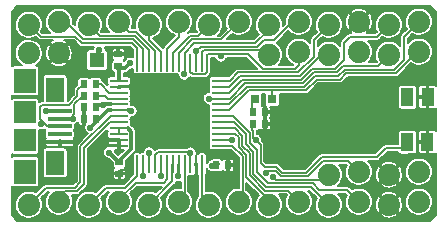
<source format=gtl>
G04 #@! TF.FileFunction,Copper,L1,Top,Signal*
%FSLAX46Y46*%
G04 Gerber Fmt 4.6, Leading zero omitted, Abs format (unit mm)*
G04 Created by KiCad (PCBNEW 0.201505121916+5652~23~ubuntu14.04.1-product) date Mon 25 May 2015 21:29:56 BST*
%MOMM*%
G01*
G04 APERTURE LIST*
%ADD10C,0.150000*%
%ADD11C,1.879600*%
%ADD12C,3.403600*%
%ADD13R,1.998980X0.398780*%
%ADD14R,1.899920X2.100580*%
%ADD15R,1.600200X2.100580*%
%ADD16R,1.899920X1.899920*%
%ADD17R,0.797560X0.797560*%
%ADD18R,1.498600X0.248920*%
%ADD19R,0.248920X1.498600*%
%ADD20R,1.100000X1.600000*%
%ADD21R,0.600000X0.650000*%
%ADD22R,0.650000X0.600000*%
%ADD23R,1.300000X1.300000*%
%ADD24C,0.551180*%
%ADD25C,0.299720*%
%ADD26C,0.152400*%
%ADD27C,0.149860*%
G04 APERTURE END LIST*
D10*
D11*
X60960000Y-45847000D03*
X63500000Y-45593000D03*
X66040000Y-45847000D03*
X68580000Y-45593000D03*
X71120000Y-45847000D03*
X73660000Y-45593000D03*
X66040000Y-56007000D03*
X68580000Y-55753000D03*
X71120000Y-56007000D03*
X73660000Y-55753000D03*
D12*
X64500000Y-51700000D03*
D13*
X43248940Y-51900000D03*
X43248940Y-51252300D03*
X43248940Y-53197940D03*
D14*
X40300000Y-48049360D03*
X40300000Y-55750640D03*
D13*
X43248940Y-52547700D03*
X43248940Y-50602060D03*
D15*
X42850160Y-48801200D03*
X42850160Y-54998800D03*
D16*
X40300000Y-50701120D03*
X40300000Y-53098880D03*
D11*
X40640000Y-43307000D03*
X43180000Y-43053000D03*
X45720000Y-43307000D03*
X48260000Y-43053000D03*
X50800000Y-43307000D03*
X53340000Y-43053000D03*
X55880000Y-43307000D03*
X58420000Y-43053000D03*
X60960000Y-43307000D03*
X63500000Y-43053000D03*
X66040000Y-43307000D03*
X68580000Y-43053000D03*
X71120000Y-43307000D03*
X73660000Y-43053000D03*
X40640000Y-58547000D03*
X43180000Y-58293000D03*
X45720000Y-58547000D03*
X48260000Y-58293000D03*
X50800000Y-58547000D03*
X53340000Y-58293000D03*
X55880000Y-58547000D03*
X58420000Y-58293000D03*
X60960000Y-58547000D03*
X63500000Y-58293000D03*
X66040000Y-58547000D03*
X68580000Y-58293000D03*
X71120000Y-58547000D03*
X73660000Y-58293000D03*
D17*
X61249300Y-49600000D03*
X59750700Y-49600000D03*
D18*
X48264320Y-48051720D03*
X48264320Y-48552100D03*
X48264320Y-49052480D03*
X48264320Y-49550320D03*
X48264320Y-50050700D03*
X48264320Y-50551080D03*
X48264320Y-51048920D03*
X48264320Y-51549300D03*
X48264320Y-52049680D03*
X48264320Y-52547520D03*
X48264320Y-53047900D03*
X48264320Y-53548280D03*
D19*
X49813720Y-55097680D03*
X50314100Y-55097680D03*
X50814480Y-55097680D03*
X51312320Y-55097680D03*
X51812700Y-55097680D03*
X52313080Y-55097680D03*
X52810920Y-55097680D03*
X53311300Y-55097680D03*
X53811680Y-55097680D03*
X54309520Y-55097680D03*
X54809900Y-55097680D03*
X55310280Y-55097680D03*
D18*
X56859680Y-53548280D03*
X56859680Y-53047900D03*
X56859680Y-52547520D03*
X56859680Y-52049680D03*
X56859680Y-51549300D03*
X56859680Y-51048920D03*
X56859680Y-50551080D03*
X56859680Y-50050700D03*
X56859680Y-49550320D03*
X56859680Y-49052480D03*
X56859680Y-48552100D03*
X56859680Y-48051720D03*
D19*
X55310280Y-46502320D03*
X54809900Y-46502320D03*
X54309520Y-46502320D03*
X53811680Y-46502320D03*
X53311300Y-46502320D03*
X52810920Y-46502320D03*
X52313080Y-46502320D03*
X51812700Y-46502320D03*
X51312320Y-46502320D03*
X50814480Y-46502320D03*
X50314100Y-46502320D03*
X49813720Y-46502320D03*
D20*
X72682100Y-53233400D03*
X74383000Y-53233400D03*
X72682100Y-49433400D03*
X74383900Y-49433400D03*
D21*
X45300000Y-48300000D03*
X46300000Y-48300000D03*
X45300000Y-49300000D03*
X46300000Y-49300000D03*
D22*
X48200000Y-46800000D03*
X48200000Y-45800000D03*
D21*
X46300000Y-50300000D03*
X45300000Y-50300000D03*
X56500000Y-55200000D03*
X57500000Y-55200000D03*
D22*
X48300000Y-54900000D03*
X48300000Y-55900000D03*
D21*
X59600000Y-51700000D03*
X60600000Y-51700000D03*
X59600000Y-50700000D03*
X60600000Y-50700000D03*
X46300000Y-51300000D03*
X45300000Y-51300000D03*
D23*
X46400000Y-46300000D03*
D11*
X40630000Y-45700000D03*
X43170000Y-45700000D03*
D24*
X49310800Y-50596800D03*
X42110000Y-50620000D03*
X45830000Y-52010000D03*
X56885080Y-45976540D03*
X55875000Y-49550000D03*
X54809900Y-45537120D03*
X53800000Y-47500000D03*
X51825000Y-56150000D03*
X61299600Y-56210200D03*
X60690000Y-55829200D03*
X53300000Y-56100000D03*
X46900000Y-50100000D03*
X41700000Y-51700000D03*
X44330000Y-51250000D03*
X46600000Y-45400000D03*
X50326800Y-56083200D03*
X59826400Y-53060600D03*
X57845200Y-53035200D03*
X50809400Y-54127400D03*
X56175000Y-55250000D03*
X54314600Y-54127400D03*
X49225000Y-46525000D03*
X47420000Y-54120000D03*
X54619400Y-48514000D03*
X44280000Y-54240000D03*
X50330000Y-52510000D03*
X55000400Y-52374800D03*
X56010000Y-54180000D03*
X58090000Y-55840000D03*
X46300000Y-53700000D03*
X69700000Y-52400000D03*
X72900000Y-51500000D03*
D25*
X49265080Y-50551080D02*
X49310800Y-50596800D01*
X49000920Y-50551080D02*
X49265080Y-50551080D01*
D26*
X42110000Y-50620000D02*
X42127940Y-50602060D01*
X42127940Y-50602060D02*
X43248940Y-50602060D01*
X48264320Y-50551080D02*
X47548920Y-50551080D01*
D25*
X47548920Y-50551080D02*
X47328920Y-50551080D01*
X46580000Y-51300000D02*
X46300000Y-51300000D01*
X47328920Y-50551080D02*
X46580000Y-51300000D01*
X45830000Y-52010000D02*
X46300000Y-51540000D01*
X46300000Y-51540000D02*
X46300000Y-51300000D01*
D26*
X42077000Y-57110000D02*
X44540000Y-57110000D01*
X40640000Y-58547000D02*
X42077000Y-57110000D01*
X48264320Y-51048920D02*
X47551080Y-51048920D01*
X45000000Y-53600000D02*
X45000000Y-56650000D01*
X45000000Y-56650000D02*
X44540000Y-57110000D01*
X47551080Y-51048920D02*
X45000000Y-53600000D01*
X58052736Y-52049680D02*
X56859680Y-52049680D01*
X58708802Y-53544690D02*
X59331104Y-54166992D01*
X58708802Y-52705746D02*
X58708802Y-53544690D01*
X58052736Y-52049680D02*
X58708802Y-52705746D01*
X59331104Y-56057056D02*
X60614548Y-57340500D01*
X59331104Y-54166992D02*
X59331104Y-56057056D01*
X62547500Y-57340500D02*
X63500000Y-58293000D01*
X60614548Y-57340500D02*
X62547500Y-57340500D01*
X57983412Y-51549300D02*
X56859680Y-51549300D01*
X59635906Y-54040738D02*
X59635906Y-55930802D01*
X59013604Y-53418436D02*
X59635906Y-54040738D01*
X59013604Y-52579492D02*
X59013604Y-53418436D01*
X57983412Y-51549300D02*
X59013604Y-52579492D01*
X59635906Y-55930802D02*
X60740802Y-57035698D01*
X66040000Y-58547000D02*
X64528698Y-57035698D01*
X60740802Y-57035698D02*
X64528698Y-57035698D01*
X57914088Y-51048920D02*
X59318406Y-52453238D01*
X59318406Y-52453238D02*
X59318406Y-53292182D01*
X59318406Y-53292182D02*
X59940708Y-53914484D01*
X64654952Y-56730896D02*
X65201056Y-57277000D01*
X65201056Y-57277000D02*
X67564000Y-57277000D01*
X67564000Y-57277000D02*
X68580000Y-58293000D01*
X56859680Y-51048920D02*
X57914088Y-51048920D01*
X59940708Y-55804548D02*
X60867056Y-56730896D01*
X59940708Y-53914484D02*
X59940708Y-55804548D01*
X60867056Y-56730896D02*
X64654952Y-56730896D01*
X43180000Y-57914802D02*
X43680000Y-57414802D01*
X43680000Y-57414802D02*
X44666254Y-57414802D01*
X43180000Y-58293000D02*
X43180000Y-57914802D01*
X48264320Y-51549300D02*
X47481756Y-51549300D01*
X45304802Y-56776254D02*
X45304802Y-53726254D01*
X45304802Y-53726254D02*
X47481756Y-51549300D01*
X44666254Y-57414802D02*
X45304802Y-56776254D01*
X48800000Y-57100000D02*
X48800000Y-57099200D01*
X47167000Y-57100000D02*
X48800000Y-57100000D01*
X45720000Y-58547000D02*
X47167000Y-57100000D01*
X49813720Y-56086280D02*
X48800800Y-57099200D01*
X48800800Y-57099200D02*
X48800000Y-57099200D01*
X49813720Y-55097680D02*
X49813720Y-56086280D01*
X52333400Y-55118000D02*
X52333400Y-56388000D01*
X52333400Y-56388000D02*
X52054000Y-56667400D01*
X52313080Y-55097680D02*
X52333400Y-55118000D01*
X48260000Y-58071056D02*
X49663656Y-56667400D01*
X49663656Y-56667400D02*
X52054000Y-56667400D01*
X48260000Y-58293000D02*
X48260000Y-58071056D01*
X52810920Y-55097680D02*
X52790600Y-55118000D01*
X52790000Y-56557000D02*
X52790000Y-55118600D01*
X52790000Y-55118600D02*
X52810920Y-55097680D01*
X50800000Y-58547000D02*
X52790000Y-56557000D01*
X53811680Y-55097680D02*
X53811680Y-57764680D01*
X53811680Y-57821320D02*
X53340000Y-58293000D01*
X53811680Y-55097680D02*
X53811680Y-57821320D01*
X55310280Y-57977280D02*
X55880000Y-58547000D01*
X55310280Y-55097680D02*
X55310280Y-57977280D01*
X57850280Y-53548280D02*
X58721500Y-54419500D01*
X56859680Y-53548280D02*
X57850280Y-53548280D01*
X58721500Y-57991500D02*
X58420000Y-58293000D01*
X58721500Y-54419500D02*
X58721500Y-57991500D01*
X56892700Y-52514500D02*
X56859680Y-52547520D01*
X58404000Y-53670944D02*
X59026302Y-54293246D01*
X58404000Y-52832000D02*
X58404000Y-53670944D01*
X58086500Y-52514500D02*
X58404000Y-52832000D01*
X56892700Y-52514500D02*
X58086500Y-52514500D01*
X59026302Y-54293246D02*
X59026302Y-56183310D01*
X60960000Y-58117008D02*
X60960000Y-58547000D01*
X59026302Y-56183310D02*
X60960000Y-58117008D01*
X55310280Y-46502320D02*
X55310280Y-45613328D01*
X55310280Y-45613328D02*
X55457600Y-45466008D01*
X60579008Y-45466008D02*
X60960000Y-45847000D01*
X55457600Y-45466008D02*
X60579008Y-45466008D01*
X54309520Y-46502320D02*
X54309520Y-47264320D01*
X54309520Y-47264320D02*
X54543200Y-47498000D01*
X55533800Y-47498000D02*
X54543200Y-47498000D01*
X55533800Y-47498000D02*
X55686200Y-47345600D01*
X55686200Y-47345600D02*
X55686200Y-45897810D01*
X55686200Y-45897810D02*
X55813200Y-45770810D01*
X56300000Y-45770810D02*
X56885080Y-45770810D01*
X55813200Y-45770810D02*
X56300000Y-45770810D01*
X56885080Y-45976540D02*
X56885080Y-45770810D01*
X60440800Y-47040800D02*
X59170810Y-45770810D01*
X59170810Y-45770810D02*
X56300000Y-45770810D01*
X63159200Y-47040800D02*
X63500000Y-46700000D01*
X63500000Y-46700000D02*
X63500000Y-45593000D01*
X60440800Y-47040800D02*
X63159200Y-47040800D01*
X58505596Y-47650404D02*
X57603900Y-48552100D01*
X57603900Y-48552100D02*
X56859680Y-48552100D01*
X63575452Y-47650404D02*
X58505596Y-47650404D01*
X65378856Y-45847000D02*
X63575452Y-47650404D01*
X66040000Y-45847000D02*
X65378856Y-45847000D01*
X55875000Y-49550000D02*
X55875320Y-49550320D01*
X55875320Y-49550320D02*
X56859680Y-49550320D01*
X66701254Y-47329802D02*
X67231056Y-46800000D01*
X70167000Y-46800000D02*
X71120000Y-45847000D01*
X67231056Y-46800000D02*
X70167000Y-46800000D01*
X56859680Y-49550320D02*
X57621680Y-49550320D01*
X57621680Y-49550320D02*
X58911992Y-48260008D01*
X63827960Y-48260008D02*
X58911992Y-48260008D01*
X64758166Y-47329802D02*
X63827960Y-48260008D01*
X66701254Y-47329802D02*
X64758166Y-47329802D01*
X61200000Y-48869612D02*
X59267588Y-48869612D01*
X65010674Y-47939406D02*
X64080468Y-48869612D01*
X59267588Y-48869612D02*
X57586120Y-50551080D01*
X57586120Y-50551080D02*
X56859680Y-50551080D01*
X73513056Y-45593000D02*
X73660000Y-45593000D01*
X66953762Y-47939406D02*
X67483564Y-47409604D01*
X67483564Y-47409604D02*
X71696452Y-47409604D01*
X71696452Y-47409604D02*
X73513056Y-45593000D01*
X66953762Y-47939406D02*
X65010674Y-47939406D01*
X64080468Y-48869612D02*
X61200000Y-48869612D01*
X61249300Y-48869612D02*
X61200000Y-48869612D01*
X61249300Y-49500000D02*
X61249300Y-48869612D01*
X41633000Y-44300000D02*
X44568944Y-44300000D01*
X44568944Y-44300000D02*
X45108548Y-44839604D01*
X45108548Y-44839604D02*
X49346436Y-44839604D01*
X49346436Y-44839604D02*
X49813720Y-45306888D01*
X49813720Y-45306888D02*
X49813720Y-46502320D01*
X40640000Y-43307000D02*
X41633000Y-44300000D01*
X62947000Y-43053000D02*
X63500000Y-43053000D01*
X54809900Y-45537120D02*
X55185814Y-45161206D01*
X54809900Y-46502320D02*
X54809900Y-45537120D01*
X59938794Y-45161206D02*
X60500000Y-44600000D01*
X60500000Y-44600000D02*
X61400000Y-44600000D01*
X61400000Y-44600000D02*
X62947000Y-43053000D01*
X55185814Y-45161206D02*
X59938794Y-45161206D01*
X56859680Y-48051720D02*
X57647824Y-48051720D01*
X57647824Y-48051720D02*
X58353942Y-47345602D01*
X63449198Y-47345602D02*
X58353942Y-47345602D01*
X66040000Y-43307000D02*
X64775000Y-44572000D01*
X64775000Y-46019800D02*
X64775000Y-44572000D01*
X64775000Y-46019800D02*
X63449198Y-47345602D01*
X66575000Y-47025000D02*
X67300000Y-46300000D01*
X67300000Y-46300000D02*
X67300000Y-44850000D01*
X67300000Y-44850000D02*
X67825000Y-44325000D01*
X67825000Y-44325000D02*
X70102000Y-44325000D01*
X70102000Y-44325000D02*
X71120000Y-43307000D01*
X56859680Y-49052480D02*
X57586120Y-49052480D01*
X58683394Y-47955206D02*
X57586120Y-49052480D01*
X63701706Y-47955206D02*
X58683394Y-47955206D01*
X64631912Y-47025000D02*
X63701706Y-47955206D01*
X66575000Y-47025000D02*
X64631912Y-47025000D01*
X66827508Y-47634604D02*
X67357310Y-47104802D01*
X72375000Y-44338000D02*
X73660000Y-43053000D01*
X72375000Y-46300000D02*
X72375000Y-44338000D01*
X71570198Y-47104802D02*
X72375000Y-46300000D01*
X67357310Y-47104802D02*
X71570198Y-47104802D01*
X56859680Y-50050700D02*
X57603900Y-50050700D01*
X59089790Y-48564810D02*
X57603900Y-50050700D01*
X63954214Y-48564810D02*
X59089790Y-48564810D01*
X64884420Y-47634604D02*
X63954214Y-48564810D01*
X66827508Y-47634604D02*
X64884420Y-47634604D01*
X43793000Y-43053000D02*
X43180000Y-43053000D01*
X50314100Y-45376212D02*
X49472690Y-44534802D01*
X50314100Y-46502320D02*
X50314100Y-45376212D01*
X45234802Y-44534802D02*
X43753000Y-43053000D01*
X43753000Y-43053000D02*
X43180000Y-43053000D01*
X49472690Y-44534802D02*
X45234802Y-44534802D01*
X50814480Y-46502320D02*
X50814480Y-45445536D01*
X50814480Y-45445536D02*
X49598944Y-44230000D01*
X46643000Y-44230000D02*
X45720000Y-43307000D01*
X49598944Y-44230000D02*
X46643000Y-44230000D01*
X51312320Y-46502320D02*
X51312320Y-45512320D01*
X49725198Y-43925198D02*
X49132198Y-43925198D01*
X49132198Y-43925198D02*
X48260000Y-43053000D01*
X51312320Y-45512320D02*
X49725198Y-43925198D01*
X51812700Y-45581644D02*
X50800000Y-44568944D01*
X50800000Y-44568944D02*
X50800000Y-43307000D01*
X51812700Y-46502320D02*
X51812700Y-45581644D01*
X52313080Y-45355864D02*
X53340000Y-44328944D01*
X53340000Y-44328944D02*
X53340000Y-43053000D01*
X52313080Y-46502320D02*
X52313080Y-45355864D01*
X52810920Y-46502320D02*
X52810920Y-45725824D01*
X54289944Y-44246800D02*
X54940200Y-44246800D01*
X54940200Y-44246800D02*
X55880000Y-43307000D01*
X52810920Y-45725824D02*
X54289944Y-44246800D01*
X53311300Y-45656500D02*
X54416198Y-44551602D01*
X53311300Y-46502320D02*
X53311300Y-45656500D01*
X56921398Y-44551602D02*
X58420000Y-43053000D01*
X54416198Y-44551602D02*
X56921398Y-44551602D01*
X53811680Y-45689520D02*
X54644796Y-44856404D01*
X53811680Y-46502320D02*
X53811680Y-45689520D01*
X53811680Y-47488320D02*
X53800000Y-47500000D01*
X53811680Y-46502320D02*
X53811680Y-47488320D01*
X59812540Y-44856404D02*
X60960000Y-43708944D01*
X60960000Y-43708944D02*
X60960000Y-43307000D01*
X54644796Y-44856404D02*
X59812540Y-44856404D01*
X51812700Y-55097680D02*
X51812700Y-56137700D01*
X51812700Y-56137700D02*
X51825000Y-56150000D01*
X61299600Y-56210200D02*
X61515494Y-56426094D01*
X65620906Y-56426094D02*
X66040000Y-56007000D01*
X61515494Y-56426094D02*
X65620906Y-56426094D01*
X61528200Y-55702200D02*
X61947292Y-56121292D01*
X60817000Y-55702200D02*
X61528200Y-55702200D01*
X64249308Y-56121292D02*
X65557400Y-54813200D01*
X61947292Y-56121292D02*
X64249308Y-56121292D01*
X65557400Y-54813200D02*
X67640200Y-54813200D01*
X60690000Y-55829200D02*
X60817000Y-55702200D01*
X67640200Y-54813200D02*
X68580000Y-55753000D01*
X53311300Y-55097680D02*
X53300000Y-55108980D01*
X53300000Y-55108980D02*
X53300000Y-56100000D01*
X47350320Y-49550320D02*
X47100000Y-49300000D01*
X47100000Y-49300000D02*
X46300000Y-49300000D01*
X48264320Y-49550320D02*
X47350320Y-49550320D01*
X47452480Y-49052480D02*
X46700000Y-48300000D01*
X46700000Y-48300000D02*
X46300000Y-48300000D01*
X48264320Y-49052480D02*
X47452480Y-49052480D01*
X46600000Y-50100000D02*
X46300000Y-50400000D01*
X46900000Y-50100000D02*
X46600000Y-50100000D01*
D25*
X46949300Y-50050700D02*
X46900000Y-50100000D01*
X47549300Y-50050700D02*
X46949300Y-50050700D01*
D26*
X48264320Y-50050700D02*
X47549300Y-50050700D01*
D25*
X46500000Y-50100000D02*
X46300000Y-50300000D01*
X46900000Y-50100000D02*
X46500000Y-50100000D01*
D26*
X42190000Y-51900000D02*
X41600000Y-51310000D01*
X41600000Y-51310000D02*
X41600000Y-50230000D01*
X41600000Y-50230000D02*
X41730000Y-50100000D01*
X41730000Y-50100000D02*
X44000000Y-50100000D01*
X45180000Y-48400000D02*
X45300000Y-48400000D01*
X45280000Y-48300000D02*
X45300000Y-48300000D01*
X44000000Y-50100000D02*
X44750000Y-49350000D01*
X44750000Y-49350000D02*
X44750000Y-48830000D01*
X44750000Y-48830000D02*
X45280000Y-48300000D01*
X41790000Y-51500000D02*
X41790000Y-51610000D01*
X41790000Y-51610000D02*
X41700000Y-51700000D01*
X42190000Y-51900000D02*
X41790000Y-51500000D01*
X43248940Y-51900000D02*
X42190000Y-51900000D01*
X44127700Y-51252300D02*
X43248940Y-51252300D01*
X44490000Y-50890000D02*
X44127700Y-51252300D01*
X44327700Y-51252300D02*
X44330000Y-51250000D01*
X43248940Y-51252300D02*
X44327700Y-51252300D01*
X44490000Y-50041056D02*
X45231056Y-49300000D01*
X45231056Y-49300000D02*
X45300000Y-49300000D01*
X44490000Y-50890000D02*
X44490000Y-50041056D01*
X46400000Y-45600000D02*
X46600000Y-45400000D01*
X46400000Y-46300000D02*
X46400000Y-45600000D01*
X50314100Y-56070500D02*
X50326800Y-56083200D01*
X50314100Y-55097680D02*
X50314100Y-56070500D01*
X60588400Y-55321200D02*
X61578256Y-55321200D01*
X60245510Y-54978310D02*
X60588400Y-55321200D01*
X60245510Y-53479710D02*
X60245510Y-54978310D01*
X59826400Y-53060600D02*
X60245510Y-53479710D01*
X61578256Y-55321200D02*
X62073546Y-55816490D01*
X64123054Y-55816490D02*
X65431146Y-54508398D01*
X62073546Y-55816490D02*
X64123054Y-55816490D01*
X65431146Y-54508398D02*
X70078602Y-54508398D01*
X72170700Y-53721000D02*
X72683700Y-53208000D01*
X70866000Y-53721000D02*
X72169100Y-53721000D01*
X70078602Y-54508398D02*
X70866000Y-53721000D01*
X56859680Y-53047900D02*
X57832500Y-53047900D01*
X57832500Y-53047900D02*
X57845200Y-53035200D01*
X59623208Y-52857408D02*
X59623208Y-52326984D01*
X59623208Y-52326984D02*
X59500000Y-52203776D01*
X59500000Y-52203776D02*
X59500000Y-51600000D01*
X59826400Y-53060600D02*
X59623208Y-52857408D01*
X59900000Y-49475700D02*
X59875700Y-49500000D01*
X59500000Y-49750700D02*
X59750700Y-49500000D01*
X59500000Y-50600000D02*
X59500000Y-49750700D01*
X50814480Y-54132480D02*
X50809400Y-54127400D01*
X50814480Y-55097680D02*
X50814480Y-54132480D01*
X48325280Y-48051720D02*
X48264320Y-48051720D01*
X54314600Y-54127400D02*
X54314600Y-55092600D01*
X54314600Y-55092600D02*
X54309520Y-55097680D01*
X51312320Y-54361080D02*
X51571400Y-54102000D01*
X51312320Y-55097680D02*
X51312320Y-54361080D01*
X51571400Y-54102000D02*
X54289200Y-54102000D01*
X54289200Y-54102000D02*
X54314600Y-54127400D01*
D25*
X56175000Y-55250000D02*
X56307000Y-55118000D01*
X56307000Y-55118000D02*
X56626000Y-55118000D01*
X48788000Y-46962000D02*
X49225000Y-46525000D01*
D26*
X48264320Y-48051720D02*
X48264320Y-47935680D01*
D25*
X48264320Y-47126320D02*
X48100000Y-46962000D01*
X48264320Y-47935680D02*
X48264320Y-47126320D01*
X48100000Y-46962000D02*
X48788000Y-46962000D01*
X48286000Y-54864000D02*
X48244000Y-54864000D01*
D26*
X48264320Y-52049680D02*
X48264320Y-52547520D01*
D25*
X48999680Y-52049680D02*
X49320000Y-52370000D01*
X49320000Y-52370000D02*
X49320000Y-53800000D01*
X49320000Y-53800000D02*
X48256000Y-54864000D01*
X48256000Y-54864000D02*
X48244000Y-54864000D01*
D26*
X48264320Y-52049680D02*
X48999680Y-52049680D01*
D25*
X48164000Y-54864000D02*
X47420000Y-54120000D01*
X48244000Y-54864000D02*
X48164000Y-54864000D01*
D26*
X55000400Y-48895000D02*
X54619400Y-48514000D01*
X54809900Y-55097680D02*
X54809900Y-54368700D01*
X55000400Y-54178200D02*
X55000400Y-52374800D01*
X54809900Y-54368700D02*
X55000400Y-54178200D01*
X55000400Y-52374800D02*
X55000400Y-48895000D01*
X48264320Y-53548280D02*
X48264320Y-53047900D01*
X43248940Y-53608940D02*
X43300000Y-53660000D01*
X43300000Y-53660000D02*
X43920000Y-53660000D01*
X43920000Y-53660000D02*
X44280000Y-54020000D01*
X44280000Y-54020000D02*
X44280000Y-54240000D01*
X43248940Y-53197940D02*
X43248940Y-53608940D01*
D25*
X50465200Y-52374800D02*
X50330000Y-52510000D01*
X55000400Y-52374800D02*
X50465200Y-52374800D01*
D26*
X57500000Y-54510000D02*
X56010000Y-54180000D01*
X57500000Y-55200000D02*
X57500000Y-54510000D01*
X58060000Y-55200000D02*
X58090000Y-55230000D01*
X58090000Y-55230000D02*
X58090000Y-55840000D01*
X57500000Y-55200000D02*
X58060000Y-55200000D01*
X50240000Y-53441634D02*
X50240000Y-52960000D01*
X49220000Y-54461634D02*
X50240000Y-53441634D01*
X49220000Y-55330000D02*
X49220000Y-54461634D01*
X48960000Y-55590000D02*
X49220000Y-55330000D01*
X48370000Y-55590000D02*
X48960000Y-55590000D01*
X48244000Y-55716000D02*
X48370000Y-55590000D01*
X46952100Y-53047900D02*
X46300000Y-53700000D01*
X48264320Y-53047900D02*
X46952100Y-53047900D01*
D27*
G36*
X75133200Y-59396073D02*
X74855121Y-59674151D01*
X74855121Y-58175817D01*
X74855121Y-55635817D01*
X74809599Y-55405916D01*
X74720289Y-55189234D01*
X74590594Y-54994026D01*
X74425452Y-54827728D01*
X74308970Y-54749159D01*
X74308970Y-50401993D01*
X74308970Y-49508330D01*
X74308970Y-49358470D01*
X74308970Y-48464807D01*
X74252773Y-48408610D01*
X73854372Y-48408453D01*
X73810290Y-48408760D01*
X73767107Y-48417624D01*
X73726468Y-48434707D01*
X73689921Y-48459359D01*
X73658858Y-48490639D01*
X73634463Y-48527357D01*
X73617664Y-48568114D01*
X73609101Y-48611358D01*
X73609110Y-49302273D01*
X73665307Y-49358470D01*
X74308970Y-49358470D01*
X74308970Y-49508330D01*
X73665307Y-49508330D01*
X73609110Y-49564527D01*
X73609101Y-50255442D01*
X73617664Y-50298686D01*
X73634463Y-50339443D01*
X73658858Y-50376161D01*
X73689921Y-50407441D01*
X73726468Y-50432093D01*
X73767107Y-50449176D01*
X73810290Y-50458040D01*
X73854372Y-50458347D01*
X74252773Y-50458190D01*
X74308970Y-50401993D01*
X74308970Y-54749159D01*
X74308070Y-54748552D01*
X74308070Y-54201993D01*
X74308070Y-53308330D01*
X74308070Y-53158470D01*
X74308070Y-52264807D01*
X74251873Y-52208610D01*
X73853472Y-52208453D01*
X73809390Y-52208760D01*
X73766207Y-52217624D01*
X73725568Y-52234707D01*
X73689021Y-52259359D01*
X73657958Y-52290639D01*
X73633563Y-52327357D01*
X73616764Y-52368114D01*
X73608201Y-52411358D01*
X73608210Y-53102273D01*
X73664407Y-53158470D01*
X74308070Y-53158470D01*
X74308070Y-53308330D01*
X73664407Y-53308330D01*
X73608210Y-53364527D01*
X73608201Y-54055442D01*
X73616764Y-54098686D01*
X73633563Y-54139443D01*
X73657958Y-54176161D01*
X73689021Y-54207441D01*
X73725568Y-54232093D01*
X73766207Y-54249176D01*
X73809390Y-54258040D01*
X73853472Y-54258347D01*
X74251873Y-54258190D01*
X74308070Y-54201993D01*
X74308070Y-54748552D01*
X74231154Y-54696672D01*
X74015102Y-54605852D01*
X73785523Y-54558726D01*
X73551164Y-54557090D01*
X73320950Y-54601006D01*
X73103650Y-54688801D01*
X72907542Y-54817130D01*
X72740094Y-54981107D01*
X72607685Y-55174485D01*
X72515359Y-55389899D01*
X72466632Y-55619142D01*
X72463360Y-55853485D01*
X72505667Y-56084000D01*
X72591943Y-56301907D01*
X72718900Y-56498907D01*
X72881704Y-56667495D01*
X73074153Y-56801250D01*
X73288916Y-56895078D01*
X73517814Y-56945405D01*
X73752128Y-56950313D01*
X73982933Y-56909616D01*
X74201437Y-56824863D01*
X74399318Y-56699284D01*
X74569039Y-56537661D01*
X74704135Y-56346151D01*
X74799460Y-56132048D01*
X74851383Y-55903507D01*
X74855121Y-55635817D01*
X74855121Y-58175817D01*
X74809599Y-57945916D01*
X74720289Y-57729234D01*
X74590594Y-57534026D01*
X74425452Y-57367728D01*
X74231154Y-57236672D01*
X74015102Y-57145852D01*
X73785523Y-57098726D01*
X73551164Y-57097090D01*
X73320950Y-57141006D01*
X73103650Y-57228801D01*
X72907542Y-57357130D01*
X72740094Y-57521107D01*
X72607685Y-57714485D01*
X72515359Y-57929899D01*
X72466632Y-58159142D01*
X72463360Y-58393485D01*
X72505667Y-58624000D01*
X72591943Y-58841907D01*
X72718900Y-59038907D01*
X72881704Y-59207495D01*
X73074153Y-59341250D01*
X73288916Y-59435078D01*
X73517814Y-59485405D01*
X73752128Y-59490313D01*
X73982933Y-59449616D01*
X74201437Y-59364863D01*
X74399318Y-59239284D01*
X74569039Y-59077661D01*
X74704135Y-58886151D01*
X74799460Y-58672048D01*
X74851383Y-58443507D01*
X74855121Y-58175817D01*
X74855121Y-59674151D01*
X74636072Y-59893200D01*
X72289936Y-59893200D01*
X72289936Y-58521040D01*
X72289936Y-55981040D01*
X72262612Y-55754293D01*
X72191767Y-55537171D01*
X72108831Y-55381191D01*
X71958936Y-55274031D01*
X71852969Y-55379998D01*
X71852969Y-55168064D01*
X71745809Y-55018169D01*
X71541826Y-54915448D01*
X71321776Y-54854303D01*
X71094040Y-54837064D01*
X70867293Y-54864388D01*
X70650171Y-54935233D01*
X70494191Y-55018169D01*
X70387031Y-55168064D01*
X71120000Y-55901033D01*
X71852969Y-55168064D01*
X71852969Y-55379998D01*
X71225967Y-56007000D01*
X71958936Y-56739969D01*
X72108831Y-56632809D01*
X72211552Y-56428826D01*
X72272697Y-56208776D01*
X72289936Y-55981040D01*
X72289936Y-58521040D01*
X72262612Y-58294293D01*
X72191767Y-58077171D01*
X72108831Y-57921191D01*
X71958936Y-57814031D01*
X71852969Y-57919998D01*
X71852969Y-57708064D01*
X71852969Y-56845936D01*
X71120000Y-56112967D01*
X71014033Y-56218934D01*
X71014033Y-56007000D01*
X70281064Y-55274031D01*
X70131169Y-55381191D01*
X70028448Y-55585174D01*
X69967303Y-55805224D01*
X69950064Y-56032960D01*
X69977388Y-56259707D01*
X70048233Y-56476829D01*
X70131169Y-56632809D01*
X70281064Y-56739969D01*
X71014033Y-56007000D01*
X71014033Y-56218934D01*
X70387031Y-56845936D01*
X70494191Y-56995831D01*
X70698174Y-57098552D01*
X70918224Y-57159697D01*
X71145960Y-57176936D01*
X71372707Y-57149612D01*
X71589829Y-57078767D01*
X71745809Y-56995831D01*
X71852969Y-56845936D01*
X71852969Y-57708064D01*
X71745809Y-57558169D01*
X71541826Y-57455448D01*
X71321776Y-57394303D01*
X71094040Y-57377064D01*
X70867293Y-57404388D01*
X70650171Y-57475233D01*
X70494191Y-57558169D01*
X70387031Y-57708064D01*
X71120000Y-58441033D01*
X71852969Y-57708064D01*
X71852969Y-57919998D01*
X71225967Y-58547000D01*
X71958936Y-59279969D01*
X72108831Y-59172809D01*
X72211552Y-58968826D01*
X72272697Y-58748776D01*
X72289936Y-58521040D01*
X72289936Y-59893200D01*
X71852969Y-59893200D01*
X71852969Y-59385936D01*
X71120000Y-58652967D01*
X71014033Y-58758934D01*
X71014033Y-58547000D01*
X70281064Y-57814031D01*
X70131169Y-57921191D01*
X70028448Y-58125174D01*
X69967303Y-58345224D01*
X69950064Y-58572960D01*
X69977388Y-58799707D01*
X70048233Y-59016829D01*
X70131169Y-59172809D01*
X70281064Y-59279969D01*
X71014033Y-58547000D01*
X71014033Y-58758934D01*
X70387031Y-59385936D01*
X70494191Y-59535831D01*
X70698174Y-59638552D01*
X70918224Y-59699697D01*
X71145960Y-59716936D01*
X71372707Y-59689612D01*
X71589829Y-59618767D01*
X71745809Y-59535831D01*
X71852969Y-59385936D01*
X71852969Y-59893200D01*
X39663927Y-59893200D01*
X39167270Y-59396543D01*
X39167270Y-56979168D01*
X39186538Y-56998571D01*
X39228040Y-57026565D01*
X39274190Y-57045964D01*
X39323228Y-57056030D01*
X39373288Y-57056380D01*
X41274991Y-57056211D01*
X41324099Y-57046487D01*
X41370382Y-57027410D01*
X41412079Y-56999707D01*
X41447601Y-56964432D01*
X41475595Y-56922930D01*
X41494994Y-56876780D01*
X41505060Y-56827742D01*
X41505410Y-56777682D01*
X41505241Y-54675319D01*
X41495517Y-54626211D01*
X41476440Y-54579928D01*
X41448737Y-54538231D01*
X41413462Y-54502709D01*
X41371960Y-54474715D01*
X41325810Y-54455316D01*
X41276772Y-54445250D01*
X41226712Y-54444900D01*
X39325009Y-54445069D01*
X39275901Y-54454793D01*
X39229618Y-54473870D01*
X39187921Y-54501573D01*
X39167270Y-54522080D01*
X39167270Y-54227078D01*
X39186538Y-54246481D01*
X39228040Y-54274475D01*
X39274190Y-54293874D01*
X39323228Y-54303940D01*
X39373288Y-54304290D01*
X41274991Y-54304121D01*
X41324099Y-54294397D01*
X41370382Y-54275320D01*
X41412079Y-54247617D01*
X41447601Y-54212342D01*
X41475595Y-54170840D01*
X41494994Y-54124690D01*
X41505060Y-54075652D01*
X41505410Y-54025592D01*
X41505247Y-52194251D01*
X41535161Y-52207321D01*
X41636840Y-52229677D01*
X41740924Y-52231857D01*
X41843450Y-52213779D01*
X41940511Y-52176131D01*
X41977703Y-52152528D01*
X41979262Y-52153808D01*
X41979292Y-52153833D01*
X42002730Y-52173500D01*
X42004218Y-52174318D01*
X42022970Y-52219812D01*
X42025564Y-52223716D01*
X42023815Y-52226310D01*
X42004416Y-52272460D01*
X41994350Y-52321498D01*
X41994000Y-52371558D01*
X41994169Y-52772121D01*
X42003893Y-52821229D01*
X42022970Y-52867512D01*
X42046017Y-52902201D01*
X42033214Y-52933264D01*
X42024651Y-52976508D01*
X42024660Y-53066813D01*
X42080857Y-53123010D01*
X43174010Y-53123010D01*
X43174010Y-53103010D01*
X43323870Y-53103010D01*
X43323870Y-53123010D01*
X44417023Y-53123010D01*
X44473220Y-53066813D01*
X44473229Y-52976508D01*
X44464666Y-52933264D01*
X44451812Y-52902079D01*
X44474065Y-52869090D01*
X44493464Y-52822940D01*
X44503530Y-52773902D01*
X44503880Y-52723842D01*
X44503711Y-52323279D01*
X44493987Y-52274171D01*
X44474910Y-52227888D01*
X44472315Y-52223983D01*
X44474065Y-52221390D01*
X44493464Y-52175240D01*
X44503530Y-52126202D01*
X44503880Y-52076142D01*
X44503743Y-51752028D01*
X44570511Y-51726131D01*
X44658412Y-51670348D01*
X44733803Y-51598553D01*
X44775205Y-51539861D01*
X44775201Y-51647042D01*
X44783764Y-51690286D01*
X44800563Y-51731043D01*
X44824958Y-51767761D01*
X44856021Y-51799041D01*
X44892568Y-51823693D01*
X44933207Y-51840776D01*
X44976390Y-51849640D01*
X45020472Y-51849947D01*
X45168873Y-51849790D01*
X45225070Y-51793593D01*
X45225070Y-51374930D01*
X45205070Y-51374930D01*
X45205070Y-51225070D01*
X45225070Y-51225070D01*
X45225070Y-50806407D01*
X45218663Y-50800000D01*
X45225070Y-50793593D01*
X45225070Y-50374930D01*
X45205070Y-50374930D01*
X45205070Y-50225070D01*
X45225070Y-50225070D01*
X45225070Y-50205070D01*
X45374930Y-50205070D01*
X45374930Y-50225070D01*
X45394930Y-50225070D01*
X45394930Y-50374930D01*
X45374930Y-50374930D01*
X45374930Y-50793593D01*
X45381337Y-50800000D01*
X45374930Y-50806407D01*
X45374930Y-51225070D01*
X45394930Y-51225070D01*
X45394930Y-51374930D01*
X45374930Y-51374930D01*
X45374930Y-51734942D01*
X45362553Y-51753019D01*
X45321540Y-51848707D01*
X45299895Y-51950539D01*
X45298442Y-52054636D01*
X45317235Y-52157033D01*
X45355560Y-52253829D01*
X45411955Y-52341338D01*
X45484274Y-52416227D01*
X45569762Y-52475642D01*
X45629492Y-52501737D01*
X44765615Y-53365615D01*
X44746166Y-53389292D01*
X44726500Y-53412730D01*
X44725659Y-53414259D01*
X44724554Y-53415605D01*
X44710112Y-53442537D01*
X44695334Y-53469420D01*
X44694805Y-53471085D01*
X44693984Y-53472618D01*
X44685055Y-53501822D01*
X44675773Y-53531084D01*
X44675578Y-53532820D01*
X44675070Y-53534483D01*
X44671981Y-53564887D01*
X44668562Y-53595372D01*
X44668538Y-53598779D01*
X44668532Y-53598843D01*
X44668537Y-53598902D01*
X44668530Y-53600000D01*
X44668530Y-56512700D01*
X44473229Y-56708001D01*
X44473229Y-53419372D01*
X44473220Y-53329067D01*
X44417023Y-53272870D01*
X43323870Y-53272870D01*
X43323870Y-53565923D01*
X43380067Y-53622120D01*
X44227958Y-53622277D01*
X44272040Y-53621970D01*
X44315223Y-53613106D01*
X44355862Y-53596023D01*
X44392409Y-53571371D01*
X44423472Y-53540091D01*
X44447867Y-53503373D01*
X44464666Y-53462616D01*
X44473229Y-53419372D01*
X44473229Y-56708001D01*
X44402700Y-56778530D01*
X43905710Y-56778530D01*
X43905710Y-56025842D01*
X43905541Y-53923479D01*
X43895817Y-53874371D01*
X43876740Y-53828088D01*
X43849037Y-53786391D01*
X43813762Y-53750869D01*
X43772260Y-53722875D01*
X43726110Y-53703476D01*
X43677072Y-53693410D01*
X43627012Y-53693060D01*
X43174010Y-53693107D01*
X43174010Y-53565923D01*
X43174010Y-53272870D01*
X42080857Y-53272870D01*
X42024660Y-53329067D01*
X42024651Y-53419372D01*
X42033214Y-53462616D01*
X42050013Y-53503373D01*
X42074408Y-53540091D01*
X42105471Y-53571371D01*
X42142018Y-53596023D01*
X42182657Y-53613106D01*
X42225840Y-53621970D01*
X42269922Y-53622277D01*
X43117813Y-53622120D01*
X43174010Y-53565923D01*
X43174010Y-53693107D01*
X42025029Y-53693229D01*
X41975921Y-53702953D01*
X41929638Y-53722030D01*
X41887941Y-53749733D01*
X41852419Y-53785008D01*
X41824425Y-53826510D01*
X41805026Y-53872660D01*
X41794960Y-53921698D01*
X41794610Y-53971758D01*
X41794779Y-56074121D01*
X41804503Y-56123229D01*
X41823580Y-56169512D01*
X41851283Y-56211209D01*
X41886558Y-56246731D01*
X41928060Y-56274725D01*
X41974210Y-56294124D01*
X42023248Y-56304190D01*
X42073308Y-56304540D01*
X43675291Y-56304371D01*
X43724399Y-56294647D01*
X43770682Y-56275570D01*
X43812379Y-56247867D01*
X43847901Y-56212592D01*
X43875895Y-56171090D01*
X43895294Y-56124940D01*
X43905360Y-56075902D01*
X43905710Y-56025842D01*
X43905710Y-56778530D01*
X42077000Y-56778530D01*
X42046469Y-56781523D01*
X42016026Y-56784187D01*
X42014354Y-56784672D01*
X42012617Y-56784843D01*
X41983301Y-56793694D01*
X41953902Y-56802235D01*
X41952352Y-56803038D01*
X41950687Y-56803541D01*
X41923671Y-56817905D01*
X41896467Y-56832007D01*
X41895105Y-56833094D01*
X41893567Y-56833912D01*
X41869865Y-56853242D01*
X41845910Y-56872366D01*
X41843483Y-56874759D01*
X41843435Y-56874799D01*
X41843398Y-56874843D01*
X41842615Y-56875616D01*
X41220950Y-57497279D01*
X41211154Y-57490672D01*
X40995102Y-57399852D01*
X40765523Y-57352726D01*
X40531164Y-57351090D01*
X40300950Y-57395006D01*
X40083650Y-57482801D01*
X39887542Y-57611130D01*
X39720094Y-57775107D01*
X39587685Y-57968485D01*
X39495359Y-58183899D01*
X39446632Y-58413142D01*
X39443360Y-58647485D01*
X39485667Y-58878000D01*
X39571943Y-59095907D01*
X39698900Y-59292907D01*
X39861704Y-59461495D01*
X40054153Y-59595250D01*
X40268916Y-59689078D01*
X40497814Y-59739405D01*
X40732128Y-59744313D01*
X40962933Y-59703616D01*
X41181437Y-59618863D01*
X41379318Y-59493284D01*
X41549039Y-59331661D01*
X41684135Y-59140151D01*
X41779460Y-58926048D01*
X41831383Y-58697507D01*
X41835121Y-58429817D01*
X41789599Y-58199916D01*
X41700289Y-57983234D01*
X41689210Y-57966559D01*
X42214299Y-57441470D01*
X42341416Y-57441470D01*
X42260094Y-57521107D01*
X42127685Y-57714485D01*
X42035359Y-57929899D01*
X41986632Y-58159142D01*
X41983360Y-58393485D01*
X42025667Y-58624000D01*
X42111943Y-58841907D01*
X42238900Y-59038907D01*
X42401704Y-59207495D01*
X42594153Y-59341250D01*
X42808916Y-59435078D01*
X43037814Y-59485405D01*
X43272128Y-59490313D01*
X43502933Y-59449616D01*
X43721437Y-59364863D01*
X43919318Y-59239284D01*
X44089039Y-59077661D01*
X44224135Y-58886151D01*
X44319460Y-58672048D01*
X44371383Y-58443507D01*
X44375121Y-58175817D01*
X44329599Y-57945916D01*
X44247311Y-57746272D01*
X44666254Y-57746272D01*
X44696735Y-57743283D01*
X44727228Y-57740616D01*
X44728904Y-57740128D01*
X44730637Y-57739959D01*
X44759924Y-57731116D01*
X44789351Y-57722567D01*
X44790899Y-57721764D01*
X44792567Y-57721261D01*
X44819581Y-57706897D01*
X44846786Y-57692796D01*
X44848149Y-57691707D01*
X44849687Y-57690890D01*
X44873352Y-57671588D01*
X44897344Y-57652437D01*
X44899776Y-57650037D01*
X44899819Y-57650003D01*
X44899851Y-57649963D01*
X44900639Y-57649187D01*
X45539187Y-57010639D01*
X45558635Y-56986961D01*
X45578302Y-56963524D01*
X45579142Y-56961994D01*
X45580248Y-56960649D01*
X45594699Y-56933697D01*
X45609468Y-56906834D01*
X45609995Y-56905170D01*
X45610818Y-56903637D01*
X45619751Y-56874416D01*
X45629029Y-56845170D01*
X45629223Y-56843433D01*
X45629732Y-56841771D01*
X45632815Y-56811411D01*
X45636240Y-56780882D01*
X45636263Y-56777463D01*
X45636269Y-56777411D01*
X45636264Y-56777361D01*
X45636272Y-56776254D01*
X45636272Y-53863553D01*
X47266501Y-52233323D01*
X47269463Y-52248279D01*
X47288540Y-52294562D01*
X47291134Y-52298466D01*
X47289385Y-52301060D01*
X47269986Y-52347210D01*
X47259920Y-52396248D01*
X47259570Y-52446308D01*
X47259739Y-52697011D01*
X47269463Y-52746119D01*
X47288540Y-52792402D01*
X47311636Y-52827165D01*
X47299244Y-52856647D01*
X47290380Y-52899830D01*
X47290073Y-52943912D01*
X47290230Y-52929473D01*
X47346427Y-52985670D01*
X48189390Y-52985670D01*
X48189390Y-52952970D01*
X48339250Y-52952970D01*
X48339250Y-52985670D01*
X48359250Y-52985670D01*
X48359250Y-53110130D01*
X48339250Y-53110130D01*
X48339250Y-53255227D01*
X48339250Y-53340953D01*
X48339250Y-53486050D01*
X48359250Y-53486050D01*
X48359250Y-53610510D01*
X48339250Y-53610510D01*
X48339250Y-53841333D01*
X48395447Y-53897530D01*
X48649526Y-53897533D01*
X48210000Y-54337059D01*
X47950745Y-54077805D01*
X47950883Y-54067946D01*
X47930662Y-53965822D01*
X47902515Y-53897533D01*
X48133193Y-53897530D01*
X48189390Y-53841333D01*
X48189390Y-53610510D01*
X48189390Y-53486050D01*
X48189390Y-53340953D01*
X48189390Y-53255227D01*
X48189390Y-53110130D01*
X47346427Y-53110130D01*
X47290230Y-53166327D01*
X47290073Y-53151888D01*
X47290380Y-53195970D01*
X47299244Y-53239153D01*
X47316327Y-53279792D01*
X47328669Y-53298090D01*
X47316327Y-53316388D01*
X47299244Y-53357027D01*
X47290380Y-53400210D01*
X47290073Y-53444292D01*
X47290230Y-53429853D01*
X47346427Y-53486050D01*
X48189390Y-53486050D01*
X48189390Y-53610510D01*
X47577936Y-53610510D01*
X47577739Y-53610427D01*
X47475759Y-53589493D01*
X47371654Y-53588766D01*
X47269391Y-53608274D01*
X47172864Y-53647273D01*
X47085751Y-53704279D01*
X47011370Y-53777118D01*
X46952553Y-53863019D01*
X46911540Y-53958707D01*
X46889895Y-54060539D01*
X46888442Y-54164636D01*
X46907235Y-54267033D01*
X46945560Y-54363829D01*
X47001955Y-54451338D01*
X47074274Y-54526227D01*
X47159762Y-54585642D01*
X47255161Y-54627321D01*
X47356840Y-54649677D01*
X47377162Y-54650102D01*
X47719653Y-54992594D01*
X47719719Y-55225031D01*
X47729443Y-55274139D01*
X47748520Y-55320422D01*
X47776223Y-55362119D01*
X47811498Y-55397641D01*
X47842192Y-55418345D01*
X47832239Y-55424958D01*
X47800959Y-55456021D01*
X47776307Y-55492568D01*
X47759224Y-55533207D01*
X47750360Y-55576390D01*
X47750053Y-55620472D01*
X47750210Y-55768873D01*
X47806407Y-55825070D01*
X48225070Y-55825070D01*
X48225070Y-55805070D01*
X48374930Y-55805070D01*
X48374930Y-55825070D01*
X48793593Y-55825070D01*
X48849790Y-55768873D01*
X48849947Y-55620472D01*
X48849640Y-55576390D01*
X48840776Y-55533207D01*
X48823693Y-55492568D01*
X48799041Y-55456021D01*
X48767761Y-55424958D01*
X48757736Y-55418298D01*
X48787119Y-55398777D01*
X48822641Y-55363502D01*
X48850635Y-55322000D01*
X48870034Y-55275850D01*
X48880100Y-55226812D01*
X48880450Y-55176752D01*
X48880347Y-54812592D01*
X49461496Y-54231443D01*
X49444226Y-54272530D01*
X49434160Y-54321568D01*
X49433810Y-54371628D01*
X49433979Y-55872011D01*
X49443703Y-55921119D01*
X49462780Y-55967402D01*
X49463198Y-55968031D01*
X48849947Y-56581282D01*
X48849947Y-56179528D01*
X48849790Y-56031127D01*
X48793593Y-55974930D01*
X48374930Y-55974930D01*
X48374930Y-56368593D01*
X48431127Y-56424790D01*
X48647042Y-56424799D01*
X48690286Y-56416236D01*
X48731043Y-56399437D01*
X48767761Y-56375042D01*
X48799041Y-56343979D01*
X48823693Y-56307432D01*
X48840776Y-56266793D01*
X48849640Y-56223610D01*
X48849947Y-56179528D01*
X48849947Y-56581282D01*
X48662700Y-56768530D01*
X48225070Y-56768530D01*
X48225070Y-56368593D01*
X48225070Y-55974930D01*
X47806407Y-55974930D01*
X47750210Y-56031127D01*
X47750053Y-56179528D01*
X47750360Y-56223610D01*
X47759224Y-56266793D01*
X47776307Y-56307432D01*
X47800959Y-56343979D01*
X47832239Y-56375042D01*
X47868957Y-56399437D01*
X47909714Y-56416236D01*
X47952958Y-56424799D01*
X48168873Y-56424790D01*
X48225070Y-56368593D01*
X48225070Y-56768530D01*
X47167000Y-56768530D01*
X47136518Y-56771518D01*
X47106026Y-56774186D01*
X47104349Y-56774673D01*
X47102617Y-56774843D01*
X47073329Y-56783685D01*
X47043903Y-56792235D01*
X47042354Y-56793037D01*
X47040687Y-56793541D01*
X47013672Y-56807904D01*
X46986468Y-56822006D01*
X46985104Y-56823094D01*
X46983567Y-56823912D01*
X46959901Y-56843213D01*
X46935910Y-56862365D01*
X46933477Y-56864764D01*
X46933435Y-56864799D01*
X46933402Y-56864838D01*
X46932615Y-56865615D01*
X46300950Y-57497279D01*
X46291154Y-57490672D01*
X46075102Y-57399852D01*
X45845523Y-57352726D01*
X45611164Y-57351090D01*
X45380950Y-57395006D01*
X45163650Y-57482801D01*
X44967542Y-57611130D01*
X44800094Y-57775107D01*
X44667685Y-57968485D01*
X44575359Y-58183899D01*
X44526632Y-58413142D01*
X44523360Y-58647485D01*
X44565667Y-58878000D01*
X44651943Y-59095907D01*
X44778900Y-59292907D01*
X44941704Y-59461495D01*
X45134153Y-59595250D01*
X45348916Y-59689078D01*
X45577814Y-59739405D01*
X45812128Y-59744313D01*
X46042933Y-59703616D01*
X46261437Y-59618863D01*
X46459318Y-59493284D01*
X46629039Y-59331661D01*
X46764135Y-59140151D01*
X46859460Y-58926048D01*
X46911383Y-58697507D01*
X46915121Y-58429817D01*
X46869599Y-58199916D01*
X46780289Y-57983234D01*
X46769210Y-57966559D01*
X47304300Y-57431470D01*
X47431628Y-57431470D01*
X47340094Y-57521107D01*
X47207685Y-57714485D01*
X47115359Y-57929899D01*
X47066632Y-58159142D01*
X47063360Y-58393485D01*
X47105667Y-58624000D01*
X47191943Y-58841907D01*
X47318900Y-59038907D01*
X47481704Y-59207495D01*
X47674153Y-59341250D01*
X47888916Y-59435078D01*
X48117814Y-59485405D01*
X48352128Y-59490313D01*
X48582933Y-59449616D01*
X48801437Y-59364863D01*
X48999318Y-59239284D01*
X49169039Y-59077661D01*
X49304135Y-58886151D01*
X49399460Y-58672048D01*
X49451383Y-58443507D01*
X49455121Y-58175817D01*
X49409599Y-57945916D01*
X49320289Y-57729234D01*
X49220614Y-57579210D01*
X49800955Y-56998870D01*
X51879360Y-56998870D01*
X51380950Y-57497279D01*
X51371154Y-57490672D01*
X51155102Y-57399852D01*
X50925523Y-57352726D01*
X50691164Y-57351090D01*
X50460950Y-57395006D01*
X50243650Y-57482801D01*
X50047542Y-57611130D01*
X49880094Y-57775107D01*
X49747685Y-57968485D01*
X49655359Y-58183899D01*
X49606632Y-58413142D01*
X49603360Y-58647485D01*
X49645667Y-58878000D01*
X49731943Y-59095907D01*
X49858900Y-59292907D01*
X50021704Y-59461495D01*
X50214153Y-59595250D01*
X50428916Y-59689078D01*
X50657814Y-59739405D01*
X50892128Y-59744313D01*
X51122933Y-59703616D01*
X51341437Y-59618863D01*
X51539318Y-59493284D01*
X51709039Y-59331661D01*
X51844135Y-59140151D01*
X51939460Y-58926048D01*
X51991383Y-58697507D01*
X51995121Y-58429817D01*
X51949599Y-58199916D01*
X51860289Y-57983234D01*
X51849210Y-57966559D01*
X53024384Y-56791385D01*
X53043826Y-56767715D01*
X53063500Y-56744270D01*
X53064339Y-56742743D01*
X53065446Y-56741396D01*
X53079889Y-56714457D01*
X53094666Y-56687580D01*
X53095195Y-56685912D01*
X53096015Y-56684383D01*
X53104938Y-56655196D01*
X53114227Y-56625916D01*
X53114421Y-56624180D01*
X53114930Y-56622518D01*
X53117267Y-56599503D01*
X53135161Y-56607321D01*
X53236840Y-56629677D01*
X53340924Y-56631857D01*
X53443450Y-56613779D01*
X53480210Y-56599520D01*
X53480210Y-57101740D01*
X53465523Y-57098726D01*
X53231164Y-57097090D01*
X53000950Y-57141006D01*
X52783650Y-57228801D01*
X52587542Y-57357130D01*
X52420094Y-57521107D01*
X52287685Y-57714485D01*
X52195359Y-57929899D01*
X52146632Y-58159142D01*
X52143360Y-58393485D01*
X52185667Y-58624000D01*
X52271943Y-58841907D01*
X52398900Y-59038907D01*
X52561704Y-59207495D01*
X52754153Y-59341250D01*
X52968916Y-59435078D01*
X53197814Y-59485405D01*
X53432128Y-59490313D01*
X53662933Y-59449616D01*
X53881437Y-59364863D01*
X54079318Y-59239284D01*
X54249039Y-59077661D01*
X54384135Y-58886151D01*
X54479460Y-58672048D01*
X54531383Y-58443507D01*
X54535121Y-58175817D01*
X54489599Y-57945916D01*
X54400289Y-57729234D01*
X54270594Y-57534026D01*
X54143150Y-57405689D01*
X54143150Y-56098980D01*
X54158248Y-56102080D01*
X54208308Y-56102430D01*
X54459011Y-56102261D01*
X54508119Y-56092537D01*
X54554402Y-56073460D01*
X54589091Y-56050412D01*
X54620154Y-56063216D01*
X54663398Y-56071779D01*
X54691473Y-56071770D01*
X54747670Y-56015573D01*
X54747670Y-55172610D01*
X54714970Y-55172610D01*
X54714970Y-55022750D01*
X54747670Y-55022750D01*
X54747670Y-55002750D01*
X54872130Y-55002750D01*
X54872130Y-55022750D01*
X54904830Y-55022750D01*
X54904830Y-55172610D01*
X54872130Y-55172610D01*
X54872130Y-56015573D01*
X54928327Y-56071770D01*
X54956402Y-56071779D01*
X54978810Y-56067341D01*
X54978810Y-57756778D01*
X54960094Y-57775107D01*
X54827685Y-57968485D01*
X54735359Y-58183899D01*
X54686632Y-58413142D01*
X54683360Y-58647485D01*
X54725667Y-58878000D01*
X54811943Y-59095907D01*
X54938900Y-59292907D01*
X55101704Y-59461495D01*
X55294153Y-59595250D01*
X55508916Y-59689078D01*
X55737814Y-59739405D01*
X55972128Y-59744313D01*
X56202933Y-59703616D01*
X56421437Y-59618863D01*
X56619318Y-59493284D01*
X56789039Y-59331661D01*
X56924135Y-59140151D01*
X57019460Y-58926048D01*
X57071383Y-58697507D01*
X57075121Y-58429817D01*
X57029599Y-58199916D01*
X56940289Y-57983234D01*
X56810594Y-57788026D01*
X56645452Y-57621728D01*
X56451154Y-57490672D01*
X56235102Y-57399852D01*
X56005523Y-57352726D01*
X55771164Y-57351090D01*
X55641750Y-57375777D01*
X55641750Y-55996592D01*
X55660375Y-55968980D01*
X55679774Y-55922830D01*
X55689840Y-55873792D01*
X55690190Y-55823732D01*
X55690149Y-55467536D01*
X55700560Y-55493829D01*
X55756955Y-55581338D01*
X55829274Y-55656227D01*
X55914762Y-55715642D01*
X56010161Y-55757321D01*
X56111840Y-55779677D01*
X56215924Y-55781857D01*
X56223904Y-55780449D01*
X56825031Y-55780281D01*
X56874139Y-55770557D01*
X56920422Y-55751480D01*
X56962119Y-55723777D01*
X56997641Y-55688502D01*
X57018345Y-55657807D01*
X57024958Y-55667761D01*
X57056021Y-55699041D01*
X57092568Y-55723693D01*
X57133207Y-55740776D01*
X57176390Y-55749640D01*
X57220472Y-55749947D01*
X57368873Y-55749790D01*
X57425070Y-55693593D01*
X57425070Y-55274930D01*
X57405070Y-55274930D01*
X57405070Y-55125070D01*
X57425070Y-55125070D01*
X57425070Y-54706407D01*
X57368873Y-54650210D01*
X57220472Y-54650053D01*
X57176390Y-54650360D01*
X57133207Y-54659224D01*
X57092568Y-54676307D01*
X57056021Y-54700959D01*
X57024958Y-54732239D01*
X57018298Y-54742263D01*
X56998777Y-54712881D01*
X56963502Y-54677359D01*
X56922000Y-54649365D01*
X56875850Y-54629966D01*
X56826812Y-54619900D01*
X56776752Y-54619550D01*
X56174969Y-54619719D01*
X56125861Y-54629443D01*
X56079578Y-54648520D01*
X56037881Y-54676223D01*
X56002359Y-54711498D01*
X55974365Y-54753000D01*
X55971587Y-54759607D01*
X55927864Y-54777273D01*
X55840751Y-54834279D01*
X55766370Y-54907118D01*
X55707553Y-54993019D01*
X55690101Y-55033736D01*
X55690021Y-54323349D01*
X55680297Y-54274241D01*
X55661220Y-54227958D01*
X55633517Y-54186261D01*
X55598242Y-54150739D01*
X55556740Y-54122745D01*
X55510590Y-54103346D01*
X55461552Y-54093280D01*
X55411492Y-54092930D01*
X55160789Y-54093099D01*
X55111681Y-54102823D01*
X55065398Y-54121900D01*
X55030708Y-54144947D01*
X54999646Y-54132144D01*
X54956402Y-54123581D01*
X54928327Y-54123590D01*
X54884832Y-54167085D01*
X54884832Y-54123590D01*
X54844809Y-54123590D01*
X54845483Y-54075346D01*
X54825262Y-53973222D01*
X54785590Y-53876970D01*
X54727978Y-53790257D01*
X54654620Y-53716386D01*
X54568312Y-53658170D01*
X54472339Y-53617827D01*
X54370359Y-53596893D01*
X54266254Y-53596166D01*
X54163991Y-53615674D01*
X54067464Y-53654673D01*
X53980351Y-53711679D01*
X53920254Y-53770530D01*
X51571400Y-53770530D01*
X51540869Y-53773523D01*
X51510426Y-53776187D01*
X51508754Y-53776672D01*
X51507017Y-53776843D01*
X51477701Y-53785694D01*
X51448302Y-53794235D01*
X51446752Y-53795038D01*
X51445087Y-53795541D01*
X51418090Y-53809895D01*
X51390868Y-53824006D01*
X51389504Y-53825094D01*
X51387967Y-53825912D01*
X51364270Y-53845238D01*
X51340310Y-53864366D01*
X51337883Y-53866759D01*
X51337835Y-53866799D01*
X51337798Y-53866843D01*
X51337015Y-53867616D01*
X51294186Y-53910443D01*
X51280390Y-53876970D01*
X51222778Y-53790257D01*
X51149420Y-53716386D01*
X51063112Y-53658170D01*
X50967139Y-53617827D01*
X50865159Y-53596893D01*
X50761054Y-53596166D01*
X50658791Y-53615674D01*
X50562264Y-53654673D01*
X50475151Y-53711679D01*
X50400770Y-53784518D01*
X50341953Y-53870419D01*
X50300940Y-53966107D01*
X50279295Y-54067939D01*
X50278944Y-54093021D01*
X50164609Y-54093099D01*
X50115501Y-54102823D01*
X50069218Y-54121900D01*
X50064033Y-54125344D01*
X50060180Y-54122745D01*
X50014030Y-54103346D01*
X49964992Y-54093280D01*
X49914932Y-54092930D01*
X49664229Y-54093099D01*
X49615121Y-54102823D01*
X49572584Y-54120355D01*
X49606470Y-54086470D01*
X49630202Y-54057576D01*
X49654278Y-54028885D01*
X49655305Y-54027016D01*
X49656656Y-54025372D01*
X49674333Y-53992403D01*
X49692369Y-53959598D01*
X49693012Y-53957568D01*
X49694020Y-53955690D01*
X49704956Y-53919916D01*
X49716277Y-53884231D01*
X49716514Y-53882111D01*
X49717137Y-53880076D01*
X49720911Y-53842911D01*
X49725091Y-53805656D01*
X49725119Y-53801485D01*
X49725127Y-53801414D01*
X49725120Y-53801347D01*
X49725130Y-53800000D01*
X49725130Y-52370000D01*
X49721474Y-52332716D01*
X49718216Y-52295475D01*
X49717621Y-52293430D01*
X49717414Y-52291310D01*
X49706595Y-52255477D01*
X49696157Y-52219548D01*
X49695177Y-52217657D01*
X49694561Y-52215617D01*
X49676982Y-52182556D01*
X49659770Y-52149350D01*
X49658441Y-52147686D01*
X49657441Y-52145804D01*
X49633804Y-52116822D01*
X49610441Y-52087556D01*
X49607510Y-52084584D01*
X49607468Y-52084532D01*
X49607419Y-52084491D01*
X49606470Y-52083529D01*
X49286150Y-51763210D01*
X49260232Y-51741921D01*
X49268720Y-51700572D01*
X49269070Y-51650512D01*
X49268901Y-51399809D01*
X49259177Y-51350701D01*
X49240100Y-51304418D01*
X49236655Y-51299233D01*
X49239255Y-51295380D01*
X49258654Y-51249230D01*
X49268720Y-51200192D01*
X49269070Y-51150132D01*
X49269054Y-51126925D01*
X49351724Y-51128657D01*
X49454250Y-51110579D01*
X49551311Y-51072931D01*
X49639212Y-51017148D01*
X49714603Y-50945353D01*
X49774614Y-50860283D01*
X49816958Y-50765176D01*
X49840023Y-50663656D01*
X49841683Y-50544746D01*
X49821462Y-50442622D01*
X49781790Y-50346370D01*
X49724178Y-50259657D01*
X49650820Y-50185786D01*
X49564512Y-50127570D01*
X49468539Y-50087227D01*
X49366559Y-50066293D01*
X49269011Y-50065611D01*
X49268901Y-49901209D01*
X49259177Y-49852101D01*
X49240100Y-49805818D01*
X49236655Y-49800633D01*
X49239255Y-49796780D01*
X49258654Y-49750630D01*
X49268720Y-49701592D01*
X49269070Y-49651532D01*
X49268901Y-49400829D01*
X49259177Y-49351721D01*
X49240100Y-49305438D01*
X49237505Y-49301533D01*
X49239255Y-49298940D01*
X49258654Y-49252790D01*
X49268720Y-49203752D01*
X49269070Y-49153692D01*
X49268901Y-48902989D01*
X49259177Y-48853881D01*
X49240100Y-48807598D01*
X49217003Y-48772834D01*
X49229396Y-48743353D01*
X49238260Y-48700170D01*
X49238567Y-48656088D01*
X49238410Y-48670527D01*
X49182213Y-48614330D01*
X48339250Y-48614330D01*
X48339250Y-48647030D01*
X48189390Y-48647030D01*
X48189390Y-48614330D01*
X48169390Y-48614330D01*
X48169390Y-48489870D01*
X48189390Y-48489870D01*
X48189390Y-48457170D01*
X48339250Y-48457170D01*
X48339250Y-48489870D01*
X49182213Y-48489870D01*
X49238410Y-48433673D01*
X49238567Y-48448112D01*
X49238260Y-48404030D01*
X49229396Y-48360847D01*
X49216952Y-48331244D01*
X49239255Y-48298180D01*
X49258654Y-48252030D01*
X49268720Y-48202992D01*
X49269070Y-48152932D01*
X49268901Y-47902229D01*
X49259177Y-47853121D01*
X49240100Y-47806838D01*
X49212397Y-47765141D01*
X49177122Y-47729619D01*
X49135620Y-47701625D01*
X49089470Y-47682226D01*
X49040432Y-47672160D01*
X48990372Y-47671810D01*
X48669450Y-47671846D01*
X48669450Y-47367130D01*
X48788000Y-47367130D01*
X48825246Y-47363477D01*
X48862524Y-47360216D01*
X48864568Y-47359622D01*
X48866690Y-47359414D01*
X48902534Y-47348592D01*
X48938452Y-47338157D01*
X48940342Y-47337177D01*
X48942383Y-47336561D01*
X48975443Y-47318982D01*
X49008650Y-47301770D01*
X49010313Y-47300441D01*
X49012196Y-47299441D01*
X49041171Y-47275809D01*
X49070443Y-47252442D01*
X49073411Y-47249514D01*
X49073468Y-47249468D01*
X49073511Y-47249415D01*
X49074470Y-47248470D01*
X49266117Y-47056822D01*
X49368450Y-47038779D01*
X49433949Y-47013373D01*
X49433979Y-47276651D01*
X49443703Y-47325759D01*
X49462780Y-47372042D01*
X49490483Y-47413739D01*
X49525758Y-47449261D01*
X49567260Y-47477255D01*
X49613410Y-47496654D01*
X49662448Y-47506720D01*
X49712508Y-47507070D01*
X49963211Y-47506901D01*
X50012319Y-47497177D01*
X50058602Y-47478100D01*
X50063786Y-47474655D01*
X50067640Y-47477255D01*
X50113790Y-47496654D01*
X50162828Y-47506720D01*
X50212888Y-47507070D01*
X50463591Y-47506901D01*
X50512699Y-47497177D01*
X50558982Y-47478100D01*
X50564166Y-47474655D01*
X50568020Y-47477255D01*
X50614170Y-47496654D01*
X50663208Y-47506720D01*
X50713268Y-47507070D01*
X50963971Y-47506901D01*
X51013079Y-47497177D01*
X51059362Y-47478100D01*
X51063266Y-47475505D01*
X51065860Y-47477255D01*
X51112010Y-47496654D01*
X51161048Y-47506720D01*
X51211108Y-47507070D01*
X51461811Y-47506901D01*
X51510919Y-47497177D01*
X51557202Y-47478100D01*
X51562386Y-47474655D01*
X51566240Y-47477255D01*
X51612390Y-47496654D01*
X51661428Y-47506720D01*
X51711488Y-47507070D01*
X51962191Y-47506901D01*
X52011299Y-47497177D01*
X52057582Y-47478100D01*
X52062766Y-47474655D01*
X52066620Y-47477255D01*
X52112770Y-47496654D01*
X52161808Y-47506720D01*
X52211868Y-47507070D01*
X52462571Y-47506901D01*
X52511679Y-47497177D01*
X52557962Y-47478100D01*
X52561866Y-47475505D01*
X52564460Y-47477255D01*
X52610610Y-47496654D01*
X52659648Y-47506720D01*
X52709708Y-47507070D01*
X52960411Y-47506901D01*
X53009519Y-47497177D01*
X53055802Y-47478100D01*
X53060986Y-47474655D01*
X53064840Y-47477255D01*
X53110990Y-47496654D01*
X53160028Y-47506720D01*
X53210088Y-47507070D01*
X53268966Y-47507030D01*
X53268442Y-47544636D01*
X53287235Y-47647033D01*
X53325560Y-47743829D01*
X53381955Y-47831338D01*
X53454274Y-47906227D01*
X53539762Y-47965642D01*
X53635161Y-48007321D01*
X53736840Y-48029677D01*
X53840924Y-48031857D01*
X53943450Y-48013779D01*
X54040511Y-47976131D01*
X54128412Y-47920348D01*
X54203803Y-47848553D01*
X54263814Y-47763483D01*
X54287257Y-47710826D01*
X54308815Y-47732384D01*
X54332462Y-47751808D01*
X54355930Y-47771500D01*
X54357459Y-47772340D01*
X54358805Y-47773446D01*
X54385756Y-47787897D01*
X54412620Y-47802666D01*
X54414283Y-47803193D01*
X54415817Y-47804016D01*
X54445037Y-47812949D01*
X54474284Y-47822227D01*
X54476020Y-47822421D01*
X54477683Y-47822930D01*
X54508042Y-47826013D01*
X54538572Y-47829438D01*
X54541990Y-47829461D01*
X54542043Y-47829467D01*
X54542092Y-47829462D01*
X54543200Y-47829470D01*
X55533800Y-47829470D01*
X55564281Y-47826481D01*
X55594774Y-47823814D01*
X55596450Y-47823326D01*
X55598183Y-47823157D01*
X55627470Y-47814314D01*
X55656897Y-47805765D01*
X55658445Y-47804962D01*
X55660113Y-47804459D01*
X55687127Y-47790095D01*
X55714332Y-47775994D01*
X55715695Y-47774905D01*
X55717233Y-47774088D01*
X55740898Y-47754786D01*
X55764890Y-47735635D01*
X55767322Y-47733235D01*
X55767365Y-47733201D01*
X55767397Y-47733161D01*
X55768185Y-47732385D01*
X55920585Y-47579985D01*
X55940033Y-47556307D01*
X55959700Y-47532870D01*
X55960540Y-47531340D01*
X55961646Y-47529995D01*
X55976097Y-47503043D01*
X55990866Y-47476180D01*
X55991393Y-47474516D01*
X55992216Y-47472983D01*
X56001149Y-47443762D01*
X56010427Y-47414516D01*
X56010621Y-47412779D01*
X56011130Y-47411117D01*
X56014218Y-47380712D01*
X56017638Y-47350228D01*
X56017661Y-47346820D01*
X56017668Y-47346757D01*
X56017662Y-47346697D01*
X56017670Y-47345600D01*
X56017670Y-46102280D01*
X56300000Y-46102280D01*
X56368407Y-46102280D01*
X56372315Y-46123573D01*
X56410640Y-46220369D01*
X56467035Y-46307878D01*
X56539354Y-46382767D01*
X56624842Y-46442182D01*
X56720241Y-46483861D01*
X56821920Y-46506217D01*
X56926004Y-46508397D01*
X57028530Y-46490319D01*
X57125591Y-46452671D01*
X57213492Y-46396888D01*
X57288883Y-46325093D01*
X57348894Y-46240023D01*
X57391238Y-46144916D01*
X57400924Y-46102280D01*
X59033510Y-46102280D01*
X59945361Y-47014132D01*
X58353942Y-47014132D01*
X58323411Y-47017125D01*
X58292968Y-47019789D01*
X58291296Y-47020274D01*
X58289559Y-47020445D01*
X58260243Y-47029296D01*
X58230844Y-47037837D01*
X58229294Y-47038640D01*
X58227629Y-47039143D01*
X58200653Y-47053486D01*
X58173409Y-47067608D01*
X58172043Y-47068698D01*
X58170509Y-47069514D01*
X58146834Y-47088822D01*
X58122852Y-47107968D01*
X58120425Y-47110361D01*
X58120377Y-47110401D01*
X58120340Y-47110445D01*
X58119557Y-47111218D01*
X57558961Y-47671813D01*
X56085349Y-47671979D01*
X56036241Y-47681703D01*
X55989958Y-47700780D01*
X55948261Y-47728483D01*
X55912739Y-47763758D01*
X55884745Y-47805260D01*
X55865346Y-47851410D01*
X55855280Y-47900448D01*
X55854930Y-47950508D01*
X55855099Y-48201211D01*
X55864823Y-48250319D01*
X55883900Y-48296602D01*
X55887344Y-48301786D01*
X55884745Y-48305640D01*
X55865346Y-48351790D01*
X55855280Y-48400828D01*
X55854930Y-48450888D01*
X55855099Y-48701591D01*
X55864823Y-48750699D01*
X55883900Y-48796982D01*
X55887344Y-48802166D01*
X55884745Y-48806020D01*
X55865346Y-48852170D01*
X55855280Y-48901208D01*
X55854930Y-48951268D01*
X55854975Y-49018963D01*
X55826654Y-49018766D01*
X55724391Y-49038274D01*
X55627864Y-49077273D01*
X55540751Y-49134279D01*
X55466370Y-49207118D01*
X55407553Y-49293019D01*
X55366540Y-49388707D01*
X55344895Y-49490539D01*
X55343442Y-49594636D01*
X55362235Y-49697033D01*
X55400560Y-49793829D01*
X55456955Y-49881338D01*
X55529274Y-49956227D01*
X55614762Y-50015642D01*
X55710161Y-50057321D01*
X55811840Y-50079677D01*
X55855018Y-50080581D01*
X55855099Y-50200191D01*
X55864823Y-50249299D01*
X55883900Y-50295582D01*
X55887344Y-50300766D01*
X55884745Y-50304620D01*
X55865346Y-50350770D01*
X55855280Y-50399808D01*
X55854930Y-50449868D01*
X55855099Y-50700571D01*
X55864823Y-50749679D01*
X55883900Y-50795962D01*
X55886494Y-50799866D01*
X55884745Y-50802460D01*
X55865346Y-50848610D01*
X55855280Y-50897648D01*
X55854930Y-50947708D01*
X55855099Y-51198411D01*
X55864823Y-51247519D01*
X55883900Y-51293802D01*
X55887344Y-51298986D01*
X55884745Y-51302840D01*
X55865346Y-51348990D01*
X55855280Y-51398028D01*
X55854930Y-51448088D01*
X55855099Y-51698791D01*
X55864823Y-51747899D01*
X55883900Y-51794182D01*
X55887344Y-51799366D01*
X55884745Y-51803220D01*
X55865346Y-51849370D01*
X55855280Y-51898408D01*
X55854930Y-51948468D01*
X55855099Y-52199171D01*
X55864823Y-52248279D01*
X55883900Y-52294562D01*
X55886494Y-52298466D01*
X55884745Y-52301060D01*
X55865346Y-52347210D01*
X55855280Y-52396248D01*
X55854930Y-52446308D01*
X55855099Y-52697011D01*
X55864823Y-52746119D01*
X55883900Y-52792402D01*
X55887344Y-52797586D01*
X55884745Y-52801440D01*
X55865346Y-52847590D01*
X55855280Y-52896628D01*
X55854930Y-52946688D01*
X55855099Y-53197391D01*
X55864823Y-53246499D01*
X55883900Y-53292782D01*
X55887344Y-53297966D01*
X55884745Y-53301820D01*
X55865346Y-53347970D01*
X55855280Y-53397008D01*
X55854930Y-53447068D01*
X55855099Y-53697771D01*
X55864823Y-53746879D01*
X55883900Y-53793162D01*
X55911603Y-53834859D01*
X55946878Y-53870381D01*
X55988380Y-53898375D01*
X56034530Y-53917774D01*
X56083568Y-53927840D01*
X56133628Y-53928190D01*
X57634011Y-53928021D01*
X57683119Y-53918297D01*
X57729402Y-53899220D01*
X57731233Y-53898003D01*
X58390030Y-54556800D01*
X58390030Y-57097640D01*
X58311164Y-57097090D01*
X58080950Y-57141006D01*
X58024799Y-57163692D01*
X58024799Y-55547042D01*
X58024799Y-54852958D01*
X58016236Y-54809714D01*
X57999437Y-54768957D01*
X57975042Y-54732239D01*
X57943979Y-54700959D01*
X57907432Y-54676307D01*
X57866793Y-54659224D01*
X57823610Y-54650360D01*
X57779528Y-54650053D01*
X57631127Y-54650210D01*
X57574930Y-54706407D01*
X57574930Y-55125070D01*
X57968593Y-55125070D01*
X58024790Y-55068873D01*
X58024799Y-54852958D01*
X58024799Y-55547042D01*
X58024790Y-55331127D01*
X57968593Y-55274930D01*
X57574930Y-55274930D01*
X57574930Y-55693593D01*
X57631127Y-55749790D01*
X57779528Y-55749947D01*
X57823610Y-55749640D01*
X57866793Y-55740776D01*
X57907432Y-55723693D01*
X57943979Y-55699041D01*
X57975042Y-55667761D01*
X57999437Y-55631043D01*
X58016236Y-55590286D01*
X58024799Y-55547042D01*
X58024799Y-57163692D01*
X57863650Y-57228801D01*
X57667542Y-57357130D01*
X57500094Y-57521107D01*
X57425070Y-57630676D01*
X57367685Y-57714485D01*
X57275359Y-57929899D01*
X57226632Y-58159142D01*
X57223360Y-58393485D01*
X57265667Y-58624000D01*
X57351943Y-58841907D01*
X57478900Y-59038907D01*
X57641704Y-59207495D01*
X57834153Y-59341250D01*
X58048916Y-59435078D01*
X58277814Y-59485405D01*
X58512128Y-59490313D01*
X58742933Y-59449616D01*
X58961437Y-59364863D01*
X59159318Y-59239284D01*
X59329039Y-59077661D01*
X59464135Y-58886151D01*
X59559460Y-58672048D01*
X59611383Y-58443507D01*
X59615121Y-58175817D01*
X59569599Y-57945916D01*
X59480289Y-57729234D01*
X59350594Y-57534026D01*
X59185452Y-57367728D01*
X59052970Y-57278367D01*
X59052970Y-56678747D01*
X60095283Y-57721061D01*
X60040094Y-57775107D01*
X59907685Y-57968485D01*
X59815359Y-58183899D01*
X59766632Y-58413142D01*
X59763360Y-58647485D01*
X59805667Y-58878000D01*
X59891943Y-59095907D01*
X60018900Y-59292907D01*
X60181704Y-59461495D01*
X60374153Y-59595250D01*
X60588916Y-59689078D01*
X60817814Y-59739405D01*
X61052128Y-59744313D01*
X61282933Y-59703616D01*
X61501437Y-59618863D01*
X61699318Y-59493284D01*
X61869039Y-59331661D01*
X62004135Y-59140151D01*
X62099460Y-58926048D01*
X62151383Y-58697507D01*
X62155121Y-58429817D01*
X62109599Y-58199916D01*
X62020289Y-57983234D01*
X61890594Y-57788026D01*
X61775344Y-57671970D01*
X62410200Y-57671970D01*
X62449729Y-57711499D01*
X62447685Y-57714485D01*
X62355359Y-57929899D01*
X62306632Y-58159142D01*
X62303360Y-58393485D01*
X62345667Y-58624000D01*
X62431943Y-58841907D01*
X62558900Y-59038907D01*
X62721704Y-59207495D01*
X62914153Y-59341250D01*
X63128916Y-59435078D01*
X63357814Y-59485405D01*
X63592128Y-59490313D01*
X63822933Y-59449616D01*
X64041437Y-59364863D01*
X64239318Y-59239284D01*
X64409039Y-59077661D01*
X64544135Y-58886151D01*
X64639460Y-58672048D01*
X64691383Y-58443507D01*
X64695121Y-58175817D01*
X64649599Y-57945916D01*
X64560289Y-57729234D01*
X64430594Y-57534026D01*
X64265452Y-57367728D01*
X64264621Y-57367168D01*
X64391398Y-57367168D01*
X64989729Y-57965499D01*
X64987685Y-57968485D01*
X64895359Y-58183899D01*
X64846632Y-58413142D01*
X64843360Y-58647485D01*
X64885667Y-58878000D01*
X64971943Y-59095907D01*
X65098900Y-59292907D01*
X65261704Y-59461495D01*
X65454153Y-59595250D01*
X65668916Y-59689078D01*
X65897814Y-59739405D01*
X66132128Y-59744313D01*
X66362933Y-59703616D01*
X66581437Y-59618863D01*
X66779318Y-59493284D01*
X66949039Y-59331661D01*
X67084135Y-59140151D01*
X67179460Y-58926048D01*
X67231383Y-58697507D01*
X67235121Y-58429817D01*
X67189599Y-58199916D01*
X67100289Y-57983234D01*
X66970594Y-57788026D01*
X66805452Y-57621728D01*
X66785796Y-57608470D01*
X67426700Y-57608470D01*
X67529729Y-57711499D01*
X67527685Y-57714485D01*
X67435359Y-57929899D01*
X67386632Y-58159142D01*
X67383360Y-58393485D01*
X67425667Y-58624000D01*
X67511943Y-58841907D01*
X67638900Y-59038907D01*
X67801704Y-59207495D01*
X67994153Y-59341250D01*
X68208916Y-59435078D01*
X68437814Y-59485405D01*
X68672128Y-59490313D01*
X68902933Y-59449616D01*
X69121437Y-59364863D01*
X69319318Y-59239284D01*
X69489039Y-59077661D01*
X69624135Y-58886151D01*
X69719460Y-58672048D01*
X69771383Y-58443507D01*
X69775121Y-58175817D01*
X69729599Y-57945916D01*
X69640289Y-57729234D01*
X69510594Y-57534026D01*
X69345452Y-57367728D01*
X69151154Y-57236672D01*
X68935102Y-57145852D01*
X68705523Y-57098726D01*
X68471164Y-57097090D01*
X68240950Y-57141006D01*
X68023650Y-57228801D01*
X68000028Y-57244258D01*
X67798385Y-57042615D01*
X67774707Y-57023166D01*
X67751270Y-57003500D01*
X67749740Y-57002659D01*
X67748395Y-57001554D01*
X67721462Y-56987112D01*
X67694580Y-56972334D01*
X67692914Y-56971805D01*
X67691382Y-56970984D01*
X67662177Y-56962055D01*
X67632916Y-56952773D01*
X67631179Y-56952578D01*
X67629517Y-56952070D01*
X67599112Y-56948981D01*
X67568628Y-56945562D01*
X67565220Y-56945538D01*
X67565157Y-56945532D01*
X67565097Y-56945537D01*
X67564000Y-56945530D01*
X66787460Y-56945530D01*
X66949039Y-56791661D01*
X67084135Y-56600151D01*
X67179460Y-56386048D01*
X67231383Y-56157507D01*
X67235121Y-55889817D01*
X67189599Y-55659916D01*
X67100289Y-55443234D01*
X66970594Y-55248026D01*
X66867956Y-55144670D01*
X67502900Y-55144670D01*
X67529729Y-55171499D01*
X67527685Y-55174485D01*
X67435359Y-55389899D01*
X67386632Y-55619142D01*
X67383360Y-55853485D01*
X67425667Y-56084000D01*
X67511943Y-56301907D01*
X67638900Y-56498907D01*
X67801704Y-56667495D01*
X67994153Y-56801250D01*
X68208916Y-56895078D01*
X68437814Y-56945405D01*
X68672128Y-56950313D01*
X68902933Y-56909616D01*
X69121437Y-56824863D01*
X69319318Y-56699284D01*
X69489039Y-56537661D01*
X69624135Y-56346151D01*
X69719460Y-56132048D01*
X69771383Y-55903507D01*
X69775121Y-55635817D01*
X69729599Y-55405916D01*
X69640289Y-55189234D01*
X69510594Y-54994026D01*
X69357507Y-54839868D01*
X70078602Y-54839868D01*
X70109083Y-54836879D01*
X70139576Y-54834212D01*
X70141252Y-54833724D01*
X70142985Y-54833555D01*
X70172272Y-54824712D01*
X70201699Y-54816163D01*
X70203247Y-54815360D01*
X70204915Y-54814857D01*
X70231929Y-54800493D01*
X70259134Y-54786392D01*
X70260497Y-54785303D01*
X70262035Y-54784486D01*
X70285700Y-54765184D01*
X70309692Y-54746033D01*
X70312124Y-54743633D01*
X70312167Y-54743599D01*
X70312199Y-54743559D01*
X70312987Y-54742783D01*
X71003299Y-54052470D01*
X71876818Y-54052470D01*
X71876819Y-54058431D01*
X71886543Y-54107539D01*
X71905620Y-54153822D01*
X71933323Y-54195519D01*
X71968598Y-54231041D01*
X72010100Y-54259035D01*
X72056250Y-54278434D01*
X72105288Y-54288500D01*
X72155348Y-54288850D01*
X73257131Y-54288681D01*
X73306239Y-54278957D01*
X73352522Y-54259880D01*
X73394219Y-54232177D01*
X73429741Y-54196902D01*
X73457735Y-54155400D01*
X73477134Y-54109250D01*
X73487200Y-54060212D01*
X73487550Y-54010152D01*
X73487550Y-50210152D01*
X73487381Y-48608369D01*
X73477657Y-48559261D01*
X73458580Y-48512978D01*
X73430877Y-48471281D01*
X73395602Y-48435759D01*
X73354100Y-48407765D01*
X73307950Y-48388366D01*
X73258912Y-48378300D01*
X73208852Y-48377950D01*
X72107069Y-48378119D01*
X72057961Y-48387843D01*
X72011678Y-48406920D01*
X71969981Y-48434623D01*
X71934459Y-48469898D01*
X71906465Y-48511400D01*
X71887066Y-48557550D01*
X71877000Y-48606588D01*
X71876650Y-48656648D01*
X71876819Y-50258431D01*
X71886543Y-50307539D01*
X71905620Y-50353822D01*
X71933323Y-50395519D01*
X71968598Y-50431041D01*
X72010100Y-50459035D01*
X72056250Y-50478434D01*
X72105288Y-50488500D01*
X72155348Y-50488850D01*
X73257131Y-50488681D01*
X73306239Y-50478957D01*
X73352522Y-50459880D01*
X73394219Y-50432177D01*
X73429741Y-50396902D01*
X73457735Y-50355400D01*
X73477134Y-50309250D01*
X73487200Y-50260212D01*
X73487550Y-50210152D01*
X73487550Y-54010152D01*
X73487381Y-52408369D01*
X73477657Y-52359261D01*
X73458580Y-52312978D01*
X73430877Y-52271281D01*
X73395602Y-52235759D01*
X73354100Y-52207765D01*
X73307950Y-52188366D01*
X73258912Y-52178300D01*
X73208852Y-52177950D01*
X72107069Y-52178119D01*
X72057961Y-52187843D01*
X72011678Y-52206920D01*
X71969981Y-52234623D01*
X71934459Y-52269898D01*
X71906465Y-52311400D01*
X71887066Y-52357550D01*
X71877000Y-52406588D01*
X71876650Y-52456648D01*
X71876748Y-53389530D01*
X70866000Y-53389530D01*
X70835469Y-53392523D01*
X70805026Y-53395187D01*
X70803354Y-53395672D01*
X70801617Y-53395843D01*
X70772301Y-53404694D01*
X70742902Y-53413235D01*
X70741352Y-53414038D01*
X70739687Y-53414541D01*
X70712671Y-53428905D01*
X70685467Y-53443007D01*
X70684105Y-53444094D01*
X70682567Y-53444912D01*
X70658865Y-53464242D01*
X70634910Y-53483366D01*
X70632483Y-53485759D01*
X70632435Y-53485799D01*
X70632398Y-53485843D01*
X70631615Y-53486616D01*
X69941302Y-54176928D01*
X65431146Y-54176928D01*
X65400615Y-54179921D01*
X65370172Y-54182585D01*
X65368500Y-54183070D01*
X65366763Y-54183241D01*
X65337447Y-54192092D01*
X65308048Y-54200633D01*
X65306498Y-54201436D01*
X65304833Y-54201939D01*
X65277836Y-54216293D01*
X65250614Y-54230404D01*
X65249250Y-54231492D01*
X65247713Y-54232310D01*
X65224016Y-54251636D01*
X65200056Y-54270764D01*
X65197629Y-54273157D01*
X65197581Y-54273197D01*
X65197544Y-54273241D01*
X65196761Y-54274014D01*
X63985754Y-55485020D01*
X62210845Y-55485020D01*
X61812641Y-55086815D01*
X61788963Y-55067366D01*
X61765526Y-55047700D01*
X61763996Y-55046859D01*
X61762651Y-55045754D01*
X61735718Y-55031312D01*
X61708836Y-55016534D01*
X61707170Y-55016005D01*
X61705638Y-55015184D01*
X61676433Y-55006255D01*
X61647172Y-54996973D01*
X61645435Y-54996778D01*
X61643773Y-54996270D01*
X61613368Y-54993181D01*
X61582884Y-54989762D01*
X61579476Y-54989738D01*
X61579413Y-54989732D01*
X61579353Y-54989737D01*
X61578256Y-54989730D01*
X61124799Y-54989730D01*
X61124799Y-52047042D01*
X61124799Y-51352958D01*
X61116236Y-51309714D01*
X61099437Y-51268957D01*
X61075042Y-51232239D01*
X61043979Y-51200959D01*
X61042557Y-51200000D01*
X61043979Y-51199041D01*
X61075042Y-51167761D01*
X61099437Y-51131043D01*
X61116236Y-51090286D01*
X61124799Y-51047042D01*
X61124790Y-50831127D01*
X61068593Y-50774930D01*
X60674930Y-50774930D01*
X60674930Y-51193593D01*
X60681337Y-51200000D01*
X60674930Y-51206407D01*
X60674930Y-51625070D01*
X61068593Y-51625070D01*
X61124790Y-51568873D01*
X61124799Y-51352958D01*
X61124799Y-52047042D01*
X61124790Y-51831127D01*
X61068593Y-51774930D01*
X60674930Y-51774930D01*
X60674930Y-52193593D01*
X60731127Y-52249790D01*
X60879528Y-52249947D01*
X60923610Y-52249640D01*
X60966793Y-52240776D01*
X61007432Y-52223693D01*
X61043979Y-52199041D01*
X61075042Y-52167761D01*
X61099437Y-52131043D01*
X61116236Y-52090286D01*
X61124799Y-52047042D01*
X61124799Y-54989730D01*
X60725699Y-54989730D01*
X60576980Y-54841010D01*
X60576980Y-53479710D01*
X60573991Y-53449228D01*
X60571324Y-53418736D01*
X60570836Y-53417059D01*
X60570667Y-53415327D01*
X60561824Y-53386039D01*
X60553275Y-53356613D01*
X60552472Y-53355064D01*
X60551969Y-53353397D01*
X60537605Y-53326382D01*
X60523504Y-53299178D01*
X60522415Y-53297814D01*
X60521598Y-53296277D01*
X60502296Y-53272611D01*
X60483145Y-53248620D01*
X60480745Y-53246187D01*
X60480711Y-53246145D01*
X60480671Y-53246112D01*
X60479895Y-53245325D01*
X60355711Y-53121141D01*
X60357283Y-53008546D01*
X60337062Y-52906422D01*
X60297390Y-52810170D01*
X60239778Y-52723457D01*
X60166420Y-52649586D01*
X60080112Y-52591370D01*
X59984139Y-52551027D01*
X59954678Y-52544979D01*
X59954678Y-52326984D01*
X59951684Y-52296453D01*
X59949839Y-52275368D01*
X59974139Y-52270557D01*
X60020422Y-52251480D01*
X60062119Y-52223777D01*
X60097641Y-52188502D01*
X60118345Y-52157807D01*
X60124958Y-52167761D01*
X60156021Y-52199041D01*
X60192568Y-52223693D01*
X60233207Y-52240776D01*
X60276390Y-52249640D01*
X60320472Y-52249947D01*
X60468873Y-52249790D01*
X60525070Y-52193593D01*
X60525070Y-51774930D01*
X60505070Y-51774930D01*
X60505070Y-51625070D01*
X60525070Y-51625070D01*
X60525070Y-51206407D01*
X60518663Y-51200000D01*
X60525070Y-51193593D01*
X60525070Y-50774930D01*
X60505070Y-50774930D01*
X60505070Y-50625070D01*
X60525070Y-50625070D01*
X60525070Y-50206407D01*
X60468873Y-50150210D01*
X60355344Y-50150089D01*
X60375115Y-50120780D01*
X60394514Y-50074630D01*
X60404580Y-50025592D01*
X60404930Y-49975532D01*
X60404766Y-49201082D01*
X60595233Y-49201082D01*
X60595070Y-49224468D01*
X60595239Y-50023811D01*
X60604963Y-50072919D01*
X60624040Y-50119202D01*
X60651743Y-50160899D01*
X60685970Y-50195366D01*
X60674930Y-50206407D01*
X60674930Y-50625070D01*
X61068593Y-50625070D01*
X61124790Y-50568873D01*
X61124799Y-50352958D01*
X61116236Y-50309714D01*
X61099437Y-50268957D01*
X61089622Y-50254184D01*
X61673111Y-50254061D01*
X61722219Y-50244337D01*
X61768502Y-50225260D01*
X61810199Y-50197557D01*
X61845721Y-50162282D01*
X61873715Y-50120780D01*
X61893114Y-50074630D01*
X61903180Y-50025592D01*
X61903530Y-49975532D01*
X61903366Y-49201082D01*
X64080468Y-49201082D01*
X64110949Y-49198093D01*
X64141442Y-49195426D01*
X64143118Y-49194938D01*
X64144851Y-49194769D01*
X64174138Y-49185926D01*
X64203565Y-49177377D01*
X64205113Y-49176574D01*
X64206781Y-49176071D01*
X64233795Y-49161707D01*
X64261000Y-49147606D01*
X64262363Y-49146517D01*
X64263901Y-49145700D01*
X64287566Y-49126398D01*
X64311558Y-49107247D01*
X64313990Y-49104847D01*
X64314033Y-49104813D01*
X64314065Y-49104773D01*
X64314853Y-49103997D01*
X65147973Y-48270876D01*
X66953762Y-48270876D01*
X66984243Y-48267887D01*
X67014736Y-48265220D01*
X67016412Y-48264732D01*
X67018145Y-48264563D01*
X67047432Y-48255720D01*
X67076859Y-48247171D01*
X67078407Y-48246368D01*
X67080075Y-48245865D01*
X67107089Y-48231501D01*
X67134294Y-48217400D01*
X67135657Y-48216311D01*
X67137195Y-48215494D01*
X67160860Y-48196192D01*
X67184852Y-48177041D01*
X67187284Y-48174641D01*
X67187327Y-48174607D01*
X67187359Y-48174567D01*
X67188147Y-48173791D01*
X67620864Y-47741074D01*
X71696452Y-47741074D01*
X71726933Y-47738085D01*
X71757426Y-47735418D01*
X71759102Y-47734930D01*
X71760835Y-47734761D01*
X71790122Y-47725918D01*
X71819549Y-47717369D01*
X71821097Y-47716566D01*
X71822765Y-47716063D01*
X71849779Y-47701699D01*
X71876984Y-47687598D01*
X71878347Y-47686509D01*
X71879885Y-47685692D01*
X71903550Y-47666390D01*
X71927542Y-47647239D01*
X71929974Y-47644839D01*
X71930017Y-47644805D01*
X71930049Y-47644765D01*
X71930837Y-47643989D01*
X72991217Y-46583608D01*
X73074153Y-46641250D01*
X73288916Y-46735078D01*
X73517814Y-46785405D01*
X73752128Y-46790313D01*
X73982933Y-46749616D01*
X74201437Y-46664863D01*
X74399318Y-46539284D01*
X74569039Y-46377661D01*
X74704135Y-46186151D01*
X74799460Y-45972048D01*
X74851383Y-45743507D01*
X74855121Y-45475817D01*
X74809599Y-45245916D01*
X74720289Y-45029234D01*
X74590594Y-44834026D01*
X74425452Y-44667728D01*
X74231154Y-44536672D01*
X74015102Y-44445852D01*
X73785523Y-44398726D01*
X73551164Y-44397090D01*
X73320950Y-44441006D01*
X73103650Y-44528801D01*
X72907542Y-44657130D01*
X72740094Y-44821107D01*
X72706470Y-44870213D01*
X72706470Y-44475299D01*
X73078583Y-44103185D01*
X73288916Y-44195078D01*
X73517814Y-44245405D01*
X73752128Y-44250313D01*
X73982933Y-44209616D01*
X74201437Y-44124863D01*
X74399318Y-43999284D01*
X74569039Y-43837661D01*
X74704135Y-43646151D01*
X74799460Y-43432048D01*
X74851383Y-43203507D01*
X74855121Y-42935817D01*
X74809599Y-42705916D01*
X74720289Y-42489234D01*
X74590594Y-42294026D01*
X74425452Y-42127728D01*
X74231154Y-41996672D01*
X74015102Y-41905852D01*
X73785523Y-41858726D01*
X73551164Y-41857090D01*
X73320950Y-41901006D01*
X73103650Y-41988801D01*
X72907542Y-42117130D01*
X72740094Y-42281107D01*
X72607685Y-42474485D01*
X72515359Y-42689899D01*
X72466632Y-42919142D01*
X72463360Y-43153485D01*
X72505667Y-43384000D01*
X72591943Y-43601907D01*
X72611686Y-43632543D01*
X72140615Y-44103615D01*
X72121166Y-44127292D01*
X72101500Y-44150730D01*
X72100659Y-44152259D01*
X72099554Y-44153605D01*
X72085112Y-44180537D01*
X72070334Y-44207420D01*
X72069805Y-44209085D01*
X72068984Y-44210618D01*
X72060055Y-44239822D01*
X72050773Y-44269084D01*
X72050578Y-44270820D01*
X72050070Y-44272483D01*
X72046981Y-44302887D01*
X72043562Y-44333372D01*
X72043538Y-44336779D01*
X72043532Y-44336843D01*
X72043537Y-44336902D01*
X72043530Y-44338000D01*
X72043530Y-45080912D01*
X71885452Y-44921728D01*
X71691154Y-44790672D01*
X71475102Y-44699852D01*
X71245523Y-44652726D01*
X71011164Y-44651090D01*
X70780950Y-44695006D01*
X70563650Y-44782801D01*
X70367542Y-44911130D01*
X70200094Y-45075107D01*
X70067685Y-45268485D01*
X69975359Y-45483899D01*
X69926632Y-45713142D01*
X69923360Y-45947485D01*
X69965667Y-46178000D01*
X70051943Y-46395907D01*
X70071686Y-46426543D01*
X70029700Y-46468530D01*
X69393617Y-46468530D01*
X69489039Y-46377661D01*
X69624135Y-46186151D01*
X69719460Y-45972048D01*
X69771383Y-45743507D01*
X69775121Y-45475817D01*
X69729599Y-45245916D01*
X69640289Y-45029234D01*
X69510594Y-44834026D01*
X69345452Y-44667728D01*
X69328761Y-44656470D01*
X70102000Y-44656470D01*
X70132481Y-44653481D01*
X70162974Y-44650814D01*
X70164650Y-44650326D01*
X70166383Y-44650157D01*
X70195670Y-44641314D01*
X70225097Y-44632765D01*
X70226645Y-44631962D01*
X70228313Y-44631459D01*
X70255327Y-44617095D01*
X70282532Y-44602994D01*
X70283895Y-44601905D01*
X70285433Y-44601088D01*
X70309098Y-44581786D01*
X70333090Y-44562635D01*
X70335522Y-44560235D01*
X70335565Y-44560201D01*
X70335597Y-44560161D01*
X70336385Y-44559385D01*
X70538583Y-44357185D01*
X70748916Y-44449078D01*
X70977814Y-44499405D01*
X71212128Y-44504313D01*
X71442933Y-44463616D01*
X71661437Y-44378863D01*
X71859318Y-44253284D01*
X72029039Y-44091661D01*
X72164135Y-43900151D01*
X72259460Y-43686048D01*
X72311383Y-43457507D01*
X72315121Y-43189817D01*
X72269599Y-42959916D01*
X72180289Y-42743234D01*
X72050594Y-42548026D01*
X71885452Y-42381728D01*
X71691154Y-42250672D01*
X71475102Y-42159852D01*
X71245523Y-42112726D01*
X71011164Y-42111090D01*
X70780950Y-42155006D01*
X70563650Y-42242801D01*
X70367542Y-42371130D01*
X70200094Y-42535107D01*
X70067685Y-42728485D01*
X69975359Y-42943899D01*
X69926632Y-43173142D01*
X69923360Y-43407485D01*
X69965667Y-43638000D01*
X70051943Y-43855907D01*
X70071686Y-43886543D01*
X69964700Y-43993530D01*
X69749936Y-43993530D01*
X69749936Y-43027040D01*
X69722612Y-42800293D01*
X69651767Y-42583171D01*
X69568831Y-42427191D01*
X69418936Y-42320031D01*
X69312969Y-42425998D01*
X69312969Y-42214064D01*
X69205809Y-42064169D01*
X69001826Y-41961448D01*
X68781776Y-41900303D01*
X68554040Y-41883064D01*
X68327293Y-41910388D01*
X68110171Y-41981233D01*
X67954191Y-42064169D01*
X67847031Y-42214064D01*
X68580000Y-42947033D01*
X69312969Y-42214064D01*
X69312969Y-42425998D01*
X68685967Y-43053000D01*
X69418936Y-43785969D01*
X69568831Y-43678809D01*
X69671552Y-43474826D01*
X69732697Y-43254776D01*
X69749936Y-43027040D01*
X69749936Y-43993530D01*
X69240339Y-43993530D01*
X69312969Y-43891936D01*
X68580000Y-43158967D01*
X68474033Y-43264934D01*
X68474033Y-43053000D01*
X67741064Y-42320031D01*
X67591169Y-42427191D01*
X67488448Y-42631174D01*
X67427303Y-42851224D01*
X67410064Y-43078960D01*
X67437388Y-43305707D01*
X67508233Y-43522829D01*
X67591169Y-43678809D01*
X67741064Y-43785969D01*
X68474033Y-43053000D01*
X68474033Y-43264934D01*
X67847031Y-43891936D01*
X67919660Y-43993530D01*
X67825000Y-43993530D01*
X67794518Y-43996518D01*
X67764026Y-43999186D01*
X67762349Y-43999673D01*
X67760617Y-43999843D01*
X67731329Y-44008685D01*
X67701903Y-44017235D01*
X67700354Y-44018037D01*
X67698687Y-44018541D01*
X67671672Y-44032904D01*
X67644468Y-44047006D01*
X67643104Y-44048094D01*
X67641567Y-44048912D01*
X67617870Y-44068238D01*
X67593910Y-44087366D01*
X67591478Y-44089763D01*
X67591435Y-44089799D01*
X67591401Y-44089839D01*
X67590615Y-44090615D01*
X67065615Y-44615615D01*
X67046166Y-44639292D01*
X67026500Y-44662730D01*
X67025659Y-44664259D01*
X67024554Y-44665605D01*
X67010112Y-44692537D01*
X66995334Y-44719420D01*
X66994805Y-44721085D01*
X66993984Y-44722618D01*
X66985055Y-44751822D01*
X66975773Y-44781084D01*
X66975578Y-44782820D01*
X66975070Y-44784483D01*
X66971981Y-44814887D01*
X66968562Y-44845372D01*
X66968538Y-44848779D01*
X66968532Y-44848843D01*
X66968537Y-44848902D01*
X66968530Y-44850000D01*
X66968530Y-45085947D01*
X66805452Y-44921728D01*
X66611154Y-44790672D01*
X66395102Y-44699852D01*
X66165523Y-44652726D01*
X65931164Y-44651090D01*
X65700950Y-44695006D01*
X65483650Y-44782801D01*
X65287542Y-44911130D01*
X65120094Y-45075107D01*
X65106470Y-45095004D01*
X65106470Y-44709300D01*
X65458584Y-44357185D01*
X65668916Y-44449078D01*
X65897814Y-44499405D01*
X66132128Y-44504313D01*
X66362933Y-44463616D01*
X66581437Y-44378863D01*
X66779318Y-44253284D01*
X66949039Y-44091661D01*
X67084135Y-43900151D01*
X67179460Y-43686048D01*
X67231383Y-43457507D01*
X67235121Y-43189817D01*
X67189599Y-42959916D01*
X67100289Y-42743234D01*
X66970594Y-42548026D01*
X66805452Y-42381728D01*
X66611154Y-42250672D01*
X66395102Y-42159852D01*
X66165523Y-42112726D01*
X65931164Y-42111090D01*
X65700950Y-42155006D01*
X65483650Y-42242801D01*
X65287542Y-42371130D01*
X65120094Y-42535107D01*
X64987685Y-42728485D01*
X64895359Y-42943899D01*
X64846632Y-43173142D01*
X64843360Y-43407485D01*
X64885667Y-43638000D01*
X64971943Y-43855907D01*
X64991686Y-43886543D01*
X64540615Y-44337615D01*
X64521166Y-44361292D01*
X64501500Y-44384730D01*
X64500659Y-44386259D01*
X64499554Y-44387605D01*
X64485112Y-44414537D01*
X64470334Y-44441420D01*
X64469805Y-44443085D01*
X64468984Y-44444618D01*
X64460055Y-44473822D01*
X64450773Y-44503084D01*
X64450578Y-44504820D01*
X64450070Y-44506483D01*
X64446981Y-44536887D01*
X64443562Y-44567372D01*
X64443538Y-44570779D01*
X64443532Y-44570843D01*
X64443537Y-44570902D01*
X64443530Y-44572000D01*
X64443530Y-44853496D01*
X64430594Y-44834026D01*
X64265452Y-44667728D01*
X64071154Y-44536672D01*
X63855102Y-44445852D01*
X63625523Y-44398726D01*
X63391164Y-44397090D01*
X63160950Y-44441006D01*
X62943650Y-44528801D01*
X62747542Y-44657130D01*
X62580094Y-44821107D01*
X62447685Y-45014485D01*
X62355359Y-45229899D01*
X62306632Y-45459142D01*
X62303360Y-45693485D01*
X62345667Y-45924000D01*
X62431943Y-46141907D01*
X62558900Y-46338907D01*
X62721704Y-46507495D01*
X62914153Y-46641250D01*
X63036519Y-46694710D01*
X63021900Y-46709330D01*
X61787478Y-46709330D01*
X61869039Y-46631661D01*
X62004135Y-46440151D01*
X62099460Y-46226048D01*
X62151383Y-45997507D01*
X62155121Y-45729817D01*
X62109599Y-45499916D01*
X62020289Y-45283234D01*
X61890594Y-45088026D01*
X61725452Y-44921728D01*
X61617208Y-44848716D01*
X61631090Y-44837635D01*
X61633522Y-44835235D01*
X61633565Y-44835201D01*
X61633597Y-44835161D01*
X61634385Y-44834385D01*
X62613412Y-43855356D01*
X62721704Y-43967495D01*
X62914153Y-44101250D01*
X63128916Y-44195078D01*
X63357814Y-44245405D01*
X63592128Y-44250313D01*
X63822933Y-44209616D01*
X64041437Y-44124863D01*
X64239318Y-43999284D01*
X64409039Y-43837661D01*
X64544135Y-43646151D01*
X64639460Y-43432048D01*
X64691383Y-43203507D01*
X64695121Y-42935817D01*
X64649599Y-42705916D01*
X64560289Y-42489234D01*
X64430594Y-42294026D01*
X64265452Y-42127728D01*
X64071154Y-41996672D01*
X63855102Y-41905852D01*
X63625523Y-41858726D01*
X63391164Y-41857090D01*
X63160950Y-41901006D01*
X62943650Y-41988801D01*
X62747542Y-42117130D01*
X62580094Y-42281107D01*
X62447685Y-42474485D01*
X62355359Y-42689899D01*
X62306632Y-42919142D01*
X62303360Y-43153485D01*
X62314895Y-43216335D01*
X62152482Y-43378747D01*
X62155121Y-43189817D01*
X62109599Y-42959916D01*
X62020289Y-42743234D01*
X61890594Y-42548026D01*
X61725452Y-42381728D01*
X61531154Y-42250672D01*
X61315102Y-42159852D01*
X61085523Y-42112726D01*
X60851164Y-42111090D01*
X60620950Y-42155006D01*
X60403650Y-42242801D01*
X60207542Y-42371130D01*
X60040094Y-42535107D01*
X59907685Y-42728485D01*
X59815359Y-42943899D01*
X59766632Y-43173142D01*
X59763360Y-43407485D01*
X59805667Y-43638000D01*
X59891943Y-43855907D01*
X60018900Y-44052907D01*
X60081963Y-44118210D01*
X59675240Y-44524934D01*
X57416835Y-44524934D01*
X57838583Y-44103185D01*
X58048916Y-44195078D01*
X58277814Y-44245405D01*
X58512128Y-44250313D01*
X58742933Y-44209616D01*
X58961437Y-44124863D01*
X59159318Y-43999284D01*
X59329039Y-43837661D01*
X59464135Y-43646151D01*
X59559460Y-43432048D01*
X59611383Y-43203507D01*
X59615121Y-42935817D01*
X59569599Y-42705916D01*
X59480289Y-42489234D01*
X59350594Y-42294026D01*
X59185452Y-42127728D01*
X58991154Y-41996672D01*
X58775102Y-41905852D01*
X58545523Y-41858726D01*
X58311164Y-41857090D01*
X58080950Y-41901006D01*
X57863650Y-41988801D01*
X57667542Y-42117130D01*
X57500094Y-42281107D01*
X57367685Y-42474485D01*
X57275359Y-42689899D01*
X57226632Y-42919142D01*
X57223360Y-43153485D01*
X57265667Y-43384000D01*
X57351943Y-43601907D01*
X57371686Y-43632543D01*
X56784098Y-44220132D01*
X56654131Y-44220132D01*
X56789039Y-44091661D01*
X56924135Y-43900151D01*
X57019460Y-43686048D01*
X57071383Y-43457507D01*
X57075121Y-43189817D01*
X57029599Y-42959916D01*
X56940289Y-42743234D01*
X56810594Y-42548026D01*
X56645452Y-42381728D01*
X56451154Y-42250672D01*
X56235102Y-42159852D01*
X56005523Y-42112726D01*
X55771164Y-42111090D01*
X55540950Y-42155006D01*
X55323650Y-42242801D01*
X55127542Y-42371130D01*
X54960094Y-42535107D01*
X54827685Y-42728485D01*
X54735359Y-42943899D01*
X54686632Y-43173142D01*
X54683360Y-43407485D01*
X54725667Y-43638000D01*
X54811943Y-43855907D01*
X54831686Y-43886543D01*
X54802900Y-43915330D01*
X54289944Y-43915330D01*
X54259413Y-43918323D01*
X54228970Y-43920987D01*
X54227298Y-43921472D01*
X54225561Y-43921643D01*
X54196245Y-43930494D01*
X54166846Y-43939035D01*
X54165296Y-43939838D01*
X54163631Y-43940341D01*
X54136655Y-43954684D01*
X54113607Y-43966631D01*
X54249039Y-43837661D01*
X54384135Y-43646151D01*
X54479460Y-43432048D01*
X54531383Y-43203507D01*
X54535121Y-42935817D01*
X54489599Y-42705916D01*
X54400289Y-42489234D01*
X54270594Y-42294026D01*
X54105452Y-42127728D01*
X53911154Y-41996672D01*
X53695102Y-41905852D01*
X53465523Y-41858726D01*
X53231164Y-41857090D01*
X53000950Y-41901006D01*
X52783650Y-41988801D01*
X52587542Y-42117130D01*
X52420094Y-42281107D01*
X52287685Y-42474485D01*
X52195359Y-42689899D01*
X52146632Y-42919142D01*
X52143360Y-43153485D01*
X52185667Y-43384000D01*
X52271943Y-43601907D01*
X52398900Y-43798907D01*
X52561704Y-43967495D01*
X52754153Y-44101250D01*
X52968916Y-44195078D01*
X52998574Y-44201599D01*
X52078695Y-45121479D01*
X52059246Y-45145156D01*
X52039580Y-45168594D01*
X52038739Y-45170123D01*
X52037634Y-45171469D01*
X52023192Y-45198401D01*
X52008414Y-45225284D01*
X52007885Y-45226949D01*
X52007064Y-45228482D01*
X51998135Y-45257686D01*
X51988853Y-45286948D01*
X51988658Y-45288684D01*
X51988623Y-45288797D01*
X51152120Y-44452294D01*
X51341437Y-44378863D01*
X51539318Y-44253284D01*
X51709039Y-44091661D01*
X51844135Y-43900151D01*
X51939460Y-43686048D01*
X51991383Y-43457507D01*
X51995121Y-43189817D01*
X51949599Y-42959916D01*
X51860289Y-42743234D01*
X51730594Y-42548026D01*
X51565452Y-42381728D01*
X51371154Y-42250672D01*
X51155102Y-42159852D01*
X50925523Y-42112726D01*
X50691164Y-42111090D01*
X50460950Y-42155006D01*
X50243650Y-42242801D01*
X50047542Y-42371130D01*
X49880094Y-42535107D01*
X49747685Y-42728485D01*
X49655359Y-42943899D01*
X49606632Y-43173142D01*
X49603360Y-43407485D01*
X49637541Y-43593728D01*
X49327475Y-43593728D01*
X49399460Y-43432048D01*
X49451383Y-43203507D01*
X49455121Y-42935817D01*
X49409599Y-42705916D01*
X49320289Y-42489234D01*
X49190594Y-42294026D01*
X49025452Y-42127728D01*
X48831154Y-41996672D01*
X48615102Y-41905852D01*
X48385523Y-41858726D01*
X48151164Y-41857090D01*
X47920950Y-41901006D01*
X47703650Y-41988801D01*
X47507542Y-42117130D01*
X47340094Y-42281107D01*
X47207685Y-42474485D01*
X47115359Y-42689899D01*
X47066632Y-42919142D01*
X47063360Y-43153485D01*
X47105667Y-43384000D01*
X47191943Y-43601907D01*
X47318900Y-43798907D01*
X47415105Y-43898530D01*
X46780300Y-43898530D01*
X46769614Y-43887844D01*
X46859460Y-43686048D01*
X46911383Y-43457507D01*
X46915121Y-43189817D01*
X46869599Y-42959916D01*
X46780289Y-42743234D01*
X46650594Y-42548026D01*
X46485452Y-42381728D01*
X46291154Y-42250672D01*
X46075102Y-42159852D01*
X45845523Y-42112726D01*
X45611164Y-42111090D01*
X45380950Y-42155006D01*
X45163650Y-42242801D01*
X44967542Y-42371130D01*
X44800094Y-42535107D01*
X44667685Y-42728485D01*
X44575359Y-42943899D01*
X44526632Y-43173142D01*
X44524088Y-43355318D01*
X44371395Y-43202625D01*
X44375121Y-42935817D01*
X44329599Y-42705916D01*
X44240289Y-42489234D01*
X44110594Y-42294026D01*
X43945452Y-42127728D01*
X43751154Y-41996672D01*
X43535102Y-41905852D01*
X43305523Y-41858726D01*
X43071164Y-41857090D01*
X42840950Y-41901006D01*
X42623650Y-41988801D01*
X42427542Y-42117130D01*
X42260094Y-42281107D01*
X42127685Y-42474485D01*
X42035359Y-42689899D01*
X41986632Y-42919142D01*
X41983360Y-43153485D01*
X42025667Y-43384000D01*
X42111943Y-43601907D01*
X42238900Y-43798907D01*
X42401704Y-43967495D01*
X42403193Y-43968530D01*
X41770300Y-43968530D01*
X41689614Y-43887844D01*
X41779460Y-43686048D01*
X41831383Y-43457507D01*
X41835121Y-43189817D01*
X41789599Y-42959916D01*
X41700289Y-42743234D01*
X41570594Y-42548026D01*
X41405452Y-42381728D01*
X41211154Y-42250672D01*
X40995102Y-42159852D01*
X40765523Y-42112726D01*
X40531164Y-42111090D01*
X40300950Y-42155006D01*
X40083650Y-42242801D01*
X39887542Y-42371130D01*
X39720094Y-42535107D01*
X39587685Y-42728485D01*
X39495359Y-42943899D01*
X39446632Y-43173142D01*
X39443360Y-43407485D01*
X39485667Y-43638000D01*
X39571943Y-43855907D01*
X39698900Y-44052907D01*
X39861704Y-44221495D01*
X40054153Y-44355250D01*
X40268916Y-44449078D01*
X40497814Y-44499405D01*
X40732128Y-44504313D01*
X40962933Y-44463616D01*
X41181437Y-44378863D01*
X41219155Y-44354925D01*
X41398615Y-44534385D01*
X41422292Y-44553833D01*
X41445730Y-44573500D01*
X41447259Y-44574340D01*
X41448605Y-44575446D01*
X41475556Y-44589897D01*
X41502420Y-44604666D01*
X41504083Y-44605193D01*
X41505617Y-44606016D01*
X41534837Y-44614949D01*
X41564084Y-44624227D01*
X41565820Y-44624421D01*
X41567483Y-44624930D01*
X41597887Y-44628018D01*
X41628372Y-44631438D01*
X41631779Y-44631461D01*
X41631843Y-44631468D01*
X41631902Y-44631462D01*
X41633000Y-44631470D01*
X42694083Y-44631470D01*
X42544191Y-44711169D01*
X42437031Y-44861064D01*
X43170000Y-45594033D01*
X43902969Y-44861064D01*
X43795809Y-44711169D01*
X43637543Y-44631470D01*
X44431644Y-44631470D01*
X44874163Y-45073988D01*
X44897810Y-45093412D01*
X44921278Y-45113104D01*
X44922807Y-45113944D01*
X44924153Y-45115050D01*
X44951104Y-45129501D01*
X44977968Y-45144270D01*
X44979631Y-45144797D01*
X44981165Y-45145620D01*
X45010385Y-45154553D01*
X45039632Y-45163831D01*
X45041368Y-45164025D01*
X45043031Y-45164534D01*
X45073390Y-45167617D01*
X45103920Y-45171042D01*
X45107338Y-45171065D01*
X45107391Y-45171071D01*
X45107440Y-45171066D01*
X45108548Y-45171074D01*
X46120528Y-45171074D01*
X46091540Y-45238707D01*
X46069895Y-45340539D01*
X46069139Y-45394674D01*
X45724969Y-45394719D01*
X45675861Y-45404443D01*
X45629578Y-45423520D01*
X45587881Y-45451223D01*
X45552359Y-45486498D01*
X45524365Y-45528000D01*
X45504966Y-45574150D01*
X45494900Y-45623188D01*
X45494550Y-45673248D01*
X45494719Y-46975031D01*
X45504443Y-47024139D01*
X45523520Y-47070422D01*
X45551223Y-47112119D01*
X45586498Y-47147641D01*
X45628000Y-47175635D01*
X45674150Y-47195034D01*
X45723188Y-47205100D01*
X45773248Y-47205450D01*
X47075031Y-47205281D01*
X47124139Y-47195557D01*
X47170422Y-47176480D01*
X47212119Y-47148777D01*
X47247641Y-47113502D01*
X47275635Y-47072000D01*
X47295034Y-47025850D01*
X47305100Y-46976812D01*
X47305450Y-46926752D01*
X47305281Y-45624969D01*
X47295557Y-45575861D01*
X47276480Y-45529578D01*
X47248777Y-45487881D01*
X47213502Y-45452359D01*
X47172000Y-45424365D01*
X47130062Y-45406736D01*
X47130883Y-45347946D01*
X47110662Y-45245822D01*
X47079853Y-45171074D01*
X49209136Y-45171074D01*
X49482250Y-45444187D01*
X49482250Y-45603407D01*
X49463625Y-45631020D01*
X49444226Y-45677170D01*
X49434160Y-45726208D01*
X49433810Y-45776268D01*
X49433839Y-46036907D01*
X49382739Y-46015427D01*
X49280759Y-45994493D01*
X49176654Y-45993766D01*
X49074391Y-46013274D01*
X48977864Y-46052273D01*
X48890751Y-46109279D01*
X48816370Y-46182118D01*
X48757553Y-46268019D01*
X48726106Y-46341387D01*
X48723777Y-46337881D01*
X48688502Y-46302359D01*
X48657807Y-46281654D01*
X48667761Y-46275042D01*
X48699041Y-46243979D01*
X48723693Y-46207432D01*
X48740776Y-46166793D01*
X48749640Y-46123610D01*
X48749947Y-46079528D01*
X48749947Y-45520472D01*
X48749640Y-45476390D01*
X48740776Y-45433207D01*
X48723693Y-45392568D01*
X48699041Y-45356021D01*
X48667761Y-45324958D01*
X48631043Y-45300563D01*
X48590286Y-45283764D01*
X48547042Y-45275201D01*
X48331127Y-45275210D01*
X48274930Y-45331407D01*
X48274930Y-45725070D01*
X48693593Y-45725070D01*
X48749790Y-45668873D01*
X48749947Y-45520472D01*
X48749947Y-46079528D01*
X48749790Y-45931127D01*
X48693593Y-45874930D01*
X48274930Y-45874930D01*
X48274930Y-45894930D01*
X48125070Y-45894930D01*
X48125070Y-45874930D01*
X48125070Y-45725070D01*
X48125070Y-45331407D01*
X48068873Y-45275210D01*
X47852958Y-45275201D01*
X47809714Y-45283764D01*
X47768957Y-45300563D01*
X47732239Y-45324958D01*
X47700959Y-45356021D01*
X47676307Y-45392568D01*
X47659224Y-45433207D01*
X47650360Y-45476390D01*
X47650053Y-45520472D01*
X47650210Y-45668873D01*
X47706407Y-45725070D01*
X48125070Y-45725070D01*
X48125070Y-45874930D01*
X47706407Y-45874930D01*
X47650210Y-45931127D01*
X47650053Y-46079528D01*
X47650360Y-46123610D01*
X47659224Y-46166793D01*
X47676307Y-46207432D01*
X47700959Y-46243979D01*
X47732239Y-46275042D01*
X47742263Y-46281701D01*
X47712881Y-46301223D01*
X47677359Y-46336498D01*
X47649365Y-46378000D01*
X47629966Y-46424150D01*
X47619900Y-46473188D01*
X47619550Y-46523248D01*
X47619719Y-47125031D01*
X47629443Y-47174139D01*
X47648520Y-47220422D01*
X47676223Y-47262119D01*
X47711498Y-47297641D01*
X47753000Y-47325635D01*
X47799150Y-47345034D01*
X47848188Y-47355100D01*
X47859190Y-47355176D01*
X47859190Y-47671937D01*
X47489989Y-47671979D01*
X47440881Y-47681703D01*
X47394598Y-47700780D01*
X47352901Y-47728483D01*
X47317379Y-47763758D01*
X47289385Y-47805260D01*
X47269986Y-47851410D01*
X47259920Y-47900448D01*
X47259570Y-47950508D01*
X47259739Y-48201211D01*
X47269463Y-48250319D01*
X47288540Y-48296602D01*
X47311636Y-48331365D01*
X47299244Y-48360847D01*
X47290380Y-48404030D01*
X47290258Y-48421488D01*
X46934385Y-48065615D01*
X46910707Y-48046166D01*
X46887270Y-48026500D01*
X46885740Y-48025659D01*
X46884395Y-48024554D01*
X46857462Y-48010112D01*
X46855296Y-48008922D01*
X46855281Y-47949969D01*
X46845557Y-47900861D01*
X46826480Y-47854578D01*
X46798777Y-47812881D01*
X46763502Y-47777359D01*
X46722000Y-47749365D01*
X46675850Y-47729966D01*
X46626812Y-47719900D01*
X46576752Y-47719550D01*
X45974969Y-47719719D01*
X45925861Y-47729443D01*
X45879578Y-47748520D01*
X45837881Y-47776223D01*
X45802359Y-47811498D01*
X45800091Y-47814859D01*
X45798777Y-47812881D01*
X45763502Y-47777359D01*
X45722000Y-47749365D01*
X45675850Y-47729966D01*
X45626812Y-47719900D01*
X45576752Y-47719550D01*
X44974969Y-47719719D01*
X44925861Y-47729443D01*
X44879578Y-47748520D01*
X44837881Y-47776223D01*
X44802359Y-47811498D01*
X44774365Y-47853000D01*
X44754966Y-47899150D01*
X44744900Y-47948188D01*
X44744550Y-47998248D01*
X44744645Y-48366584D01*
X44515615Y-48595615D01*
X44496166Y-48619292D01*
X44476500Y-48642730D01*
X44475659Y-48644259D01*
X44474554Y-48645605D01*
X44460112Y-48672537D01*
X44445334Y-48699420D01*
X44444805Y-48701085D01*
X44443984Y-48702618D01*
X44435055Y-48731822D01*
X44425773Y-48761084D01*
X44425578Y-48762820D01*
X44425070Y-48764483D01*
X44421981Y-48794887D01*
X44418562Y-48825372D01*
X44418538Y-48828779D01*
X44418532Y-48828843D01*
X44418537Y-48828902D01*
X44418530Y-48830000D01*
X44418530Y-49212700D01*
X44339936Y-49291293D01*
X44339936Y-45674040D01*
X44312612Y-45447293D01*
X44241767Y-45230171D01*
X44158831Y-45074191D01*
X44008936Y-44967031D01*
X43275967Y-45700000D01*
X44008936Y-46432969D01*
X44158831Y-46325809D01*
X44261552Y-46121826D01*
X44322697Y-45901776D01*
X44339936Y-45674040D01*
X44339936Y-49291293D01*
X43905701Y-49725528D01*
X43905541Y-47725879D01*
X43902969Y-47712889D01*
X43902969Y-46538936D01*
X43170000Y-45805967D01*
X43064033Y-45911934D01*
X43064033Y-45700000D01*
X42331064Y-44967031D01*
X42181169Y-45074191D01*
X42078448Y-45278174D01*
X42017303Y-45498224D01*
X42000064Y-45725960D01*
X42027388Y-45952707D01*
X42098233Y-46169829D01*
X42181169Y-46325809D01*
X42331064Y-46432969D01*
X43064033Y-45700000D01*
X43064033Y-45911934D01*
X42437031Y-46538936D01*
X42544191Y-46688831D01*
X42748174Y-46791552D01*
X42968224Y-46852697D01*
X43195960Y-46869936D01*
X43422707Y-46842612D01*
X43639829Y-46771767D01*
X43795809Y-46688831D01*
X43902969Y-46538936D01*
X43902969Y-47712889D01*
X43895817Y-47676771D01*
X43876740Y-47630488D01*
X43849037Y-47588791D01*
X43813762Y-47553269D01*
X43772260Y-47525275D01*
X43726110Y-47505876D01*
X43677072Y-47495810D01*
X43627012Y-47495460D01*
X42025029Y-47495629D01*
X41975921Y-47505353D01*
X41929638Y-47524430D01*
X41887941Y-47552133D01*
X41852419Y-47587408D01*
X41824425Y-47628910D01*
X41805026Y-47675060D01*
X41794960Y-47724098D01*
X41794610Y-47774158D01*
X41794770Y-49768530D01*
X41730000Y-49768530D01*
X41699469Y-49771523D01*
X41669026Y-49774187D01*
X41667354Y-49774672D01*
X41665617Y-49774843D01*
X41636301Y-49783694D01*
X41606902Y-49792235D01*
X41605352Y-49793038D01*
X41603687Y-49793541D01*
X41576711Y-49807884D01*
X41549467Y-49822006D01*
X41548101Y-49823096D01*
X41546567Y-49823912D01*
X41522892Y-49843220D01*
X41505252Y-49857302D01*
X41505241Y-49726129D01*
X41495517Y-49677021D01*
X41476440Y-49630738D01*
X41448737Y-49589041D01*
X41413462Y-49553519D01*
X41371960Y-49525525D01*
X41325810Y-49506126D01*
X41276772Y-49496060D01*
X41226712Y-49495710D01*
X39325009Y-49495879D01*
X39275901Y-49505603D01*
X39229618Y-49524680D01*
X39187921Y-49552383D01*
X39167270Y-49572890D01*
X39167270Y-49277888D01*
X39186538Y-49297291D01*
X39228040Y-49325285D01*
X39274190Y-49344684D01*
X39323228Y-49354750D01*
X39373288Y-49355100D01*
X41274991Y-49354931D01*
X41324099Y-49345207D01*
X41370382Y-49326130D01*
X41412079Y-49298427D01*
X41447601Y-49263152D01*
X41475595Y-49221650D01*
X41494994Y-49175500D01*
X41505060Y-49126462D01*
X41505410Y-49076402D01*
X41505241Y-46974039D01*
X41495517Y-46924931D01*
X41476440Y-46878648D01*
X41448737Y-46836951D01*
X41413462Y-46801429D01*
X41371960Y-46773435D01*
X41325810Y-46754036D01*
X41276772Y-46743970D01*
X41226712Y-46743620D01*
X41215939Y-46743620D01*
X41369318Y-46646284D01*
X41539039Y-46484661D01*
X41674135Y-46293151D01*
X41769460Y-46079048D01*
X41821383Y-45850507D01*
X41825121Y-45582817D01*
X41779599Y-45352916D01*
X41690289Y-45136234D01*
X41560594Y-44941026D01*
X41395452Y-44774728D01*
X41201154Y-44643672D01*
X40985102Y-44552852D01*
X40755523Y-44505726D01*
X40521164Y-44504090D01*
X40290950Y-44548006D01*
X40073650Y-44635801D01*
X39877542Y-44764130D01*
X39710094Y-44928107D01*
X39577685Y-45121485D01*
X39485359Y-45336899D01*
X39436632Y-45566142D01*
X39433360Y-45800485D01*
X39475667Y-46031000D01*
X39561943Y-46248907D01*
X39688900Y-46445907D01*
X39851704Y-46614495D01*
X40037643Y-46743725D01*
X39325009Y-46743789D01*
X39275901Y-46753513D01*
X39229618Y-46772590D01*
X39187921Y-46800293D01*
X39167270Y-46820800D01*
X39167270Y-42203457D01*
X39663927Y-41706800D01*
X74636072Y-41706800D01*
X75133200Y-42203927D01*
X75133200Y-48527150D01*
X75108942Y-48490639D01*
X75077879Y-48459359D01*
X75041332Y-48434707D01*
X75000693Y-48417624D01*
X74957510Y-48408760D01*
X74913428Y-48408453D01*
X74515027Y-48408610D01*
X74458830Y-48464807D01*
X74458830Y-49358470D01*
X74478830Y-49358470D01*
X74478830Y-49508330D01*
X74458830Y-49508330D01*
X74458830Y-50401993D01*
X74515027Y-50458190D01*
X74913428Y-50458347D01*
X74957510Y-50458040D01*
X75000693Y-50449176D01*
X75041332Y-50432093D01*
X75077879Y-50407441D01*
X75108942Y-50376161D01*
X75133200Y-50339649D01*
X75133200Y-52329208D01*
X75132437Y-52327357D01*
X75108042Y-52290639D01*
X75076979Y-52259359D01*
X75040432Y-52234707D01*
X74999793Y-52217624D01*
X74956610Y-52208760D01*
X74912528Y-52208453D01*
X74514127Y-52208610D01*
X74457930Y-52264807D01*
X74457930Y-53158470D01*
X74477930Y-53158470D01*
X74477930Y-53308330D01*
X74457930Y-53308330D01*
X74457930Y-54201993D01*
X74514127Y-54258190D01*
X74912528Y-54258347D01*
X74956610Y-54258040D01*
X74999793Y-54249176D01*
X75040432Y-54232093D01*
X75076979Y-54207441D01*
X75108042Y-54176161D01*
X75132437Y-54139443D01*
X75133200Y-54137591D01*
X75133200Y-59396073D01*
X75133200Y-59396073D01*
G37*
X75133200Y-59396073D02*
X74855121Y-59674151D01*
X74855121Y-58175817D01*
X74855121Y-55635817D01*
X74809599Y-55405916D01*
X74720289Y-55189234D01*
X74590594Y-54994026D01*
X74425452Y-54827728D01*
X74308970Y-54749159D01*
X74308970Y-50401993D01*
X74308970Y-49508330D01*
X74308970Y-49358470D01*
X74308970Y-48464807D01*
X74252773Y-48408610D01*
X73854372Y-48408453D01*
X73810290Y-48408760D01*
X73767107Y-48417624D01*
X73726468Y-48434707D01*
X73689921Y-48459359D01*
X73658858Y-48490639D01*
X73634463Y-48527357D01*
X73617664Y-48568114D01*
X73609101Y-48611358D01*
X73609110Y-49302273D01*
X73665307Y-49358470D01*
X74308970Y-49358470D01*
X74308970Y-49508330D01*
X73665307Y-49508330D01*
X73609110Y-49564527D01*
X73609101Y-50255442D01*
X73617664Y-50298686D01*
X73634463Y-50339443D01*
X73658858Y-50376161D01*
X73689921Y-50407441D01*
X73726468Y-50432093D01*
X73767107Y-50449176D01*
X73810290Y-50458040D01*
X73854372Y-50458347D01*
X74252773Y-50458190D01*
X74308970Y-50401993D01*
X74308970Y-54749159D01*
X74308070Y-54748552D01*
X74308070Y-54201993D01*
X74308070Y-53308330D01*
X74308070Y-53158470D01*
X74308070Y-52264807D01*
X74251873Y-52208610D01*
X73853472Y-52208453D01*
X73809390Y-52208760D01*
X73766207Y-52217624D01*
X73725568Y-52234707D01*
X73689021Y-52259359D01*
X73657958Y-52290639D01*
X73633563Y-52327357D01*
X73616764Y-52368114D01*
X73608201Y-52411358D01*
X73608210Y-53102273D01*
X73664407Y-53158470D01*
X74308070Y-53158470D01*
X74308070Y-53308330D01*
X73664407Y-53308330D01*
X73608210Y-53364527D01*
X73608201Y-54055442D01*
X73616764Y-54098686D01*
X73633563Y-54139443D01*
X73657958Y-54176161D01*
X73689021Y-54207441D01*
X73725568Y-54232093D01*
X73766207Y-54249176D01*
X73809390Y-54258040D01*
X73853472Y-54258347D01*
X74251873Y-54258190D01*
X74308070Y-54201993D01*
X74308070Y-54748552D01*
X74231154Y-54696672D01*
X74015102Y-54605852D01*
X73785523Y-54558726D01*
X73551164Y-54557090D01*
X73320950Y-54601006D01*
X73103650Y-54688801D01*
X72907542Y-54817130D01*
X72740094Y-54981107D01*
X72607685Y-55174485D01*
X72515359Y-55389899D01*
X72466632Y-55619142D01*
X72463360Y-55853485D01*
X72505667Y-56084000D01*
X72591943Y-56301907D01*
X72718900Y-56498907D01*
X72881704Y-56667495D01*
X73074153Y-56801250D01*
X73288916Y-56895078D01*
X73517814Y-56945405D01*
X73752128Y-56950313D01*
X73982933Y-56909616D01*
X74201437Y-56824863D01*
X74399318Y-56699284D01*
X74569039Y-56537661D01*
X74704135Y-56346151D01*
X74799460Y-56132048D01*
X74851383Y-55903507D01*
X74855121Y-55635817D01*
X74855121Y-58175817D01*
X74809599Y-57945916D01*
X74720289Y-57729234D01*
X74590594Y-57534026D01*
X74425452Y-57367728D01*
X74231154Y-57236672D01*
X74015102Y-57145852D01*
X73785523Y-57098726D01*
X73551164Y-57097090D01*
X73320950Y-57141006D01*
X73103650Y-57228801D01*
X72907542Y-57357130D01*
X72740094Y-57521107D01*
X72607685Y-57714485D01*
X72515359Y-57929899D01*
X72466632Y-58159142D01*
X72463360Y-58393485D01*
X72505667Y-58624000D01*
X72591943Y-58841907D01*
X72718900Y-59038907D01*
X72881704Y-59207495D01*
X73074153Y-59341250D01*
X73288916Y-59435078D01*
X73517814Y-59485405D01*
X73752128Y-59490313D01*
X73982933Y-59449616D01*
X74201437Y-59364863D01*
X74399318Y-59239284D01*
X74569039Y-59077661D01*
X74704135Y-58886151D01*
X74799460Y-58672048D01*
X74851383Y-58443507D01*
X74855121Y-58175817D01*
X74855121Y-59674151D01*
X74636072Y-59893200D01*
X72289936Y-59893200D01*
X72289936Y-58521040D01*
X72289936Y-55981040D01*
X72262612Y-55754293D01*
X72191767Y-55537171D01*
X72108831Y-55381191D01*
X71958936Y-55274031D01*
X71852969Y-55379998D01*
X71852969Y-55168064D01*
X71745809Y-55018169D01*
X71541826Y-54915448D01*
X71321776Y-54854303D01*
X71094040Y-54837064D01*
X70867293Y-54864388D01*
X70650171Y-54935233D01*
X70494191Y-55018169D01*
X70387031Y-55168064D01*
X71120000Y-55901033D01*
X71852969Y-55168064D01*
X71852969Y-55379998D01*
X71225967Y-56007000D01*
X71958936Y-56739969D01*
X72108831Y-56632809D01*
X72211552Y-56428826D01*
X72272697Y-56208776D01*
X72289936Y-55981040D01*
X72289936Y-58521040D01*
X72262612Y-58294293D01*
X72191767Y-58077171D01*
X72108831Y-57921191D01*
X71958936Y-57814031D01*
X71852969Y-57919998D01*
X71852969Y-57708064D01*
X71852969Y-56845936D01*
X71120000Y-56112967D01*
X71014033Y-56218934D01*
X71014033Y-56007000D01*
X70281064Y-55274031D01*
X70131169Y-55381191D01*
X70028448Y-55585174D01*
X69967303Y-55805224D01*
X69950064Y-56032960D01*
X69977388Y-56259707D01*
X70048233Y-56476829D01*
X70131169Y-56632809D01*
X70281064Y-56739969D01*
X71014033Y-56007000D01*
X71014033Y-56218934D01*
X70387031Y-56845936D01*
X70494191Y-56995831D01*
X70698174Y-57098552D01*
X70918224Y-57159697D01*
X71145960Y-57176936D01*
X71372707Y-57149612D01*
X71589829Y-57078767D01*
X71745809Y-56995831D01*
X71852969Y-56845936D01*
X71852969Y-57708064D01*
X71745809Y-57558169D01*
X71541826Y-57455448D01*
X71321776Y-57394303D01*
X71094040Y-57377064D01*
X70867293Y-57404388D01*
X70650171Y-57475233D01*
X70494191Y-57558169D01*
X70387031Y-57708064D01*
X71120000Y-58441033D01*
X71852969Y-57708064D01*
X71852969Y-57919998D01*
X71225967Y-58547000D01*
X71958936Y-59279969D01*
X72108831Y-59172809D01*
X72211552Y-58968826D01*
X72272697Y-58748776D01*
X72289936Y-58521040D01*
X72289936Y-59893200D01*
X71852969Y-59893200D01*
X71852969Y-59385936D01*
X71120000Y-58652967D01*
X71014033Y-58758934D01*
X71014033Y-58547000D01*
X70281064Y-57814031D01*
X70131169Y-57921191D01*
X70028448Y-58125174D01*
X69967303Y-58345224D01*
X69950064Y-58572960D01*
X69977388Y-58799707D01*
X70048233Y-59016829D01*
X70131169Y-59172809D01*
X70281064Y-59279969D01*
X71014033Y-58547000D01*
X71014033Y-58758934D01*
X70387031Y-59385936D01*
X70494191Y-59535831D01*
X70698174Y-59638552D01*
X70918224Y-59699697D01*
X71145960Y-59716936D01*
X71372707Y-59689612D01*
X71589829Y-59618767D01*
X71745809Y-59535831D01*
X71852969Y-59385936D01*
X71852969Y-59893200D01*
X39663927Y-59893200D01*
X39167270Y-59396543D01*
X39167270Y-56979168D01*
X39186538Y-56998571D01*
X39228040Y-57026565D01*
X39274190Y-57045964D01*
X39323228Y-57056030D01*
X39373288Y-57056380D01*
X41274991Y-57056211D01*
X41324099Y-57046487D01*
X41370382Y-57027410D01*
X41412079Y-56999707D01*
X41447601Y-56964432D01*
X41475595Y-56922930D01*
X41494994Y-56876780D01*
X41505060Y-56827742D01*
X41505410Y-56777682D01*
X41505241Y-54675319D01*
X41495517Y-54626211D01*
X41476440Y-54579928D01*
X41448737Y-54538231D01*
X41413462Y-54502709D01*
X41371960Y-54474715D01*
X41325810Y-54455316D01*
X41276772Y-54445250D01*
X41226712Y-54444900D01*
X39325009Y-54445069D01*
X39275901Y-54454793D01*
X39229618Y-54473870D01*
X39187921Y-54501573D01*
X39167270Y-54522080D01*
X39167270Y-54227078D01*
X39186538Y-54246481D01*
X39228040Y-54274475D01*
X39274190Y-54293874D01*
X39323228Y-54303940D01*
X39373288Y-54304290D01*
X41274991Y-54304121D01*
X41324099Y-54294397D01*
X41370382Y-54275320D01*
X41412079Y-54247617D01*
X41447601Y-54212342D01*
X41475595Y-54170840D01*
X41494994Y-54124690D01*
X41505060Y-54075652D01*
X41505410Y-54025592D01*
X41505247Y-52194251D01*
X41535161Y-52207321D01*
X41636840Y-52229677D01*
X41740924Y-52231857D01*
X41843450Y-52213779D01*
X41940511Y-52176131D01*
X41977703Y-52152528D01*
X41979262Y-52153808D01*
X41979292Y-52153833D01*
X42002730Y-52173500D01*
X42004218Y-52174318D01*
X42022970Y-52219812D01*
X42025564Y-52223716D01*
X42023815Y-52226310D01*
X42004416Y-52272460D01*
X41994350Y-52321498D01*
X41994000Y-52371558D01*
X41994169Y-52772121D01*
X42003893Y-52821229D01*
X42022970Y-52867512D01*
X42046017Y-52902201D01*
X42033214Y-52933264D01*
X42024651Y-52976508D01*
X42024660Y-53066813D01*
X42080857Y-53123010D01*
X43174010Y-53123010D01*
X43174010Y-53103010D01*
X43323870Y-53103010D01*
X43323870Y-53123010D01*
X44417023Y-53123010D01*
X44473220Y-53066813D01*
X44473229Y-52976508D01*
X44464666Y-52933264D01*
X44451812Y-52902079D01*
X44474065Y-52869090D01*
X44493464Y-52822940D01*
X44503530Y-52773902D01*
X44503880Y-52723842D01*
X44503711Y-52323279D01*
X44493987Y-52274171D01*
X44474910Y-52227888D01*
X44472315Y-52223983D01*
X44474065Y-52221390D01*
X44493464Y-52175240D01*
X44503530Y-52126202D01*
X44503880Y-52076142D01*
X44503743Y-51752028D01*
X44570511Y-51726131D01*
X44658412Y-51670348D01*
X44733803Y-51598553D01*
X44775205Y-51539861D01*
X44775201Y-51647042D01*
X44783764Y-51690286D01*
X44800563Y-51731043D01*
X44824958Y-51767761D01*
X44856021Y-51799041D01*
X44892568Y-51823693D01*
X44933207Y-51840776D01*
X44976390Y-51849640D01*
X45020472Y-51849947D01*
X45168873Y-51849790D01*
X45225070Y-51793593D01*
X45225070Y-51374930D01*
X45205070Y-51374930D01*
X45205070Y-51225070D01*
X45225070Y-51225070D01*
X45225070Y-50806407D01*
X45218663Y-50800000D01*
X45225070Y-50793593D01*
X45225070Y-50374930D01*
X45205070Y-50374930D01*
X45205070Y-50225070D01*
X45225070Y-50225070D01*
X45225070Y-50205070D01*
X45374930Y-50205070D01*
X45374930Y-50225070D01*
X45394930Y-50225070D01*
X45394930Y-50374930D01*
X45374930Y-50374930D01*
X45374930Y-50793593D01*
X45381337Y-50800000D01*
X45374930Y-50806407D01*
X45374930Y-51225070D01*
X45394930Y-51225070D01*
X45394930Y-51374930D01*
X45374930Y-51374930D01*
X45374930Y-51734942D01*
X45362553Y-51753019D01*
X45321540Y-51848707D01*
X45299895Y-51950539D01*
X45298442Y-52054636D01*
X45317235Y-52157033D01*
X45355560Y-52253829D01*
X45411955Y-52341338D01*
X45484274Y-52416227D01*
X45569762Y-52475642D01*
X45629492Y-52501737D01*
X44765615Y-53365615D01*
X44746166Y-53389292D01*
X44726500Y-53412730D01*
X44725659Y-53414259D01*
X44724554Y-53415605D01*
X44710112Y-53442537D01*
X44695334Y-53469420D01*
X44694805Y-53471085D01*
X44693984Y-53472618D01*
X44685055Y-53501822D01*
X44675773Y-53531084D01*
X44675578Y-53532820D01*
X44675070Y-53534483D01*
X44671981Y-53564887D01*
X44668562Y-53595372D01*
X44668538Y-53598779D01*
X44668532Y-53598843D01*
X44668537Y-53598902D01*
X44668530Y-53600000D01*
X44668530Y-56512700D01*
X44473229Y-56708001D01*
X44473229Y-53419372D01*
X44473220Y-53329067D01*
X44417023Y-53272870D01*
X43323870Y-53272870D01*
X43323870Y-53565923D01*
X43380067Y-53622120D01*
X44227958Y-53622277D01*
X44272040Y-53621970D01*
X44315223Y-53613106D01*
X44355862Y-53596023D01*
X44392409Y-53571371D01*
X44423472Y-53540091D01*
X44447867Y-53503373D01*
X44464666Y-53462616D01*
X44473229Y-53419372D01*
X44473229Y-56708001D01*
X44402700Y-56778530D01*
X43905710Y-56778530D01*
X43905710Y-56025842D01*
X43905541Y-53923479D01*
X43895817Y-53874371D01*
X43876740Y-53828088D01*
X43849037Y-53786391D01*
X43813762Y-53750869D01*
X43772260Y-53722875D01*
X43726110Y-53703476D01*
X43677072Y-53693410D01*
X43627012Y-53693060D01*
X43174010Y-53693107D01*
X43174010Y-53565923D01*
X43174010Y-53272870D01*
X42080857Y-53272870D01*
X42024660Y-53329067D01*
X42024651Y-53419372D01*
X42033214Y-53462616D01*
X42050013Y-53503373D01*
X42074408Y-53540091D01*
X42105471Y-53571371D01*
X42142018Y-53596023D01*
X42182657Y-53613106D01*
X42225840Y-53621970D01*
X42269922Y-53622277D01*
X43117813Y-53622120D01*
X43174010Y-53565923D01*
X43174010Y-53693107D01*
X42025029Y-53693229D01*
X41975921Y-53702953D01*
X41929638Y-53722030D01*
X41887941Y-53749733D01*
X41852419Y-53785008D01*
X41824425Y-53826510D01*
X41805026Y-53872660D01*
X41794960Y-53921698D01*
X41794610Y-53971758D01*
X41794779Y-56074121D01*
X41804503Y-56123229D01*
X41823580Y-56169512D01*
X41851283Y-56211209D01*
X41886558Y-56246731D01*
X41928060Y-56274725D01*
X41974210Y-56294124D01*
X42023248Y-56304190D01*
X42073308Y-56304540D01*
X43675291Y-56304371D01*
X43724399Y-56294647D01*
X43770682Y-56275570D01*
X43812379Y-56247867D01*
X43847901Y-56212592D01*
X43875895Y-56171090D01*
X43895294Y-56124940D01*
X43905360Y-56075902D01*
X43905710Y-56025842D01*
X43905710Y-56778530D01*
X42077000Y-56778530D01*
X42046469Y-56781523D01*
X42016026Y-56784187D01*
X42014354Y-56784672D01*
X42012617Y-56784843D01*
X41983301Y-56793694D01*
X41953902Y-56802235D01*
X41952352Y-56803038D01*
X41950687Y-56803541D01*
X41923671Y-56817905D01*
X41896467Y-56832007D01*
X41895105Y-56833094D01*
X41893567Y-56833912D01*
X41869865Y-56853242D01*
X41845910Y-56872366D01*
X41843483Y-56874759D01*
X41843435Y-56874799D01*
X41843398Y-56874843D01*
X41842615Y-56875616D01*
X41220950Y-57497279D01*
X41211154Y-57490672D01*
X40995102Y-57399852D01*
X40765523Y-57352726D01*
X40531164Y-57351090D01*
X40300950Y-57395006D01*
X40083650Y-57482801D01*
X39887542Y-57611130D01*
X39720094Y-57775107D01*
X39587685Y-57968485D01*
X39495359Y-58183899D01*
X39446632Y-58413142D01*
X39443360Y-58647485D01*
X39485667Y-58878000D01*
X39571943Y-59095907D01*
X39698900Y-59292907D01*
X39861704Y-59461495D01*
X40054153Y-59595250D01*
X40268916Y-59689078D01*
X40497814Y-59739405D01*
X40732128Y-59744313D01*
X40962933Y-59703616D01*
X41181437Y-59618863D01*
X41379318Y-59493284D01*
X41549039Y-59331661D01*
X41684135Y-59140151D01*
X41779460Y-58926048D01*
X41831383Y-58697507D01*
X41835121Y-58429817D01*
X41789599Y-58199916D01*
X41700289Y-57983234D01*
X41689210Y-57966559D01*
X42214299Y-57441470D01*
X42341416Y-57441470D01*
X42260094Y-57521107D01*
X42127685Y-57714485D01*
X42035359Y-57929899D01*
X41986632Y-58159142D01*
X41983360Y-58393485D01*
X42025667Y-58624000D01*
X42111943Y-58841907D01*
X42238900Y-59038907D01*
X42401704Y-59207495D01*
X42594153Y-59341250D01*
X42808916Y-59435078D01*
X43037814Y-59485405D01*
X43272128Y-59490313D01*
X43502933Y-59449616D01*
X43721437Y-59364863D01*
X43919318Y-59239284D01*
X44089039Y-59077661D01*
X44224135Y-58886151D01*
X44319460Y-58672048D01*
X44371383Y-58443507D01*
X44375121Y-58175817D01*
X44329599Y-57945916D01*
X44247311Y-57746272D01*
X44666254Y-57746272D01*
X44696735Y-57743283D01*
X44727228Y-57740616D01*
X44728904Y-57740128D01*
X44730637Y-57739959D01*
X44759924Y-57731116D01*
X44789351Y-57722567D01*
X44790899Y-57721764D01*
X44792567Y-57721261D01*
X44819581Y-57706897D01*
X44846786Y-57692796D01*
X44848149Y-57691707D01*
X44849687Y-57690890D01*
X44873352Y-57671588D01*
X44897344Y-57652437D01*
X44899776Y-57650037D01*
X44899819Y-57650003D01*
X44899851Y-57649963D01*
X44900639Y-57649187D01*
X45539187Y-57010639D01*
X45558635Y-56986961D01*
X45578302Y-56963524D01*
X45579142Y-56961994D01*
X45580248Y-56960649D01*
X45594699Y-56933697D01*
X45609468Y-56906834D01*
X45609995Y-56905170D01*
X45610818Y-56903637D01*
X45619751Y-56874416D01*
X45629029Y-56845170D01*
X45629223Y-56843433D01*
X45629732Y-56841771D01*
X45632815Y-56811411D01*
X45636240Y-56780882D01*
X45636263Y-56777463D01*
X45636269Y-56777411D01*
X45636264Y-56777361D01*
X45636272Y-56776254D01*
X45636272Y-53863553D01*
X47266501Y-52233323D01*
X47269463Y-52248279D01*
X47288540Y-52294562D01*
X47291134Y-52298466D01*
X47289385Y-52301060D01*
X47269986Y-52347210D01*
X47259920Y-52396248D01*
X47259570Y-52446308D01*
X47259739Y-52697011D01*
X47269463Y-52746119D01*
X47288540Y-52792402D01*
X47311636Y-52827165D01*
X47299244Y-52856647D01*
X47290380Y-52899830D01*
X47290073Y-52943912D01*
X47290230Y-52929473D01*
X47346427Y-52985670D01*
X48189390Y-52985670D01*
X48189390Y-52952970D01*
X48339250Y-52952970D01*
X48339250Y-52985670D01*
X48359250Y-52985670D01*
X48359250Y-53110130D01*
X48339250Y-53110130D01*
X48339250Y-53255227D01*
X48339250Y-53340953D01*
X48339250Y-53486050D01*
X48359250Y-53486050D01*
X48359250Y-53610510D01*
X48339250Y-53610510D01*
X48339250Y-53841333D01*
X48395447Y-53897530D01*
X48649526Y-53897533D01*
X48210000Y-54337059D01*
X47950745Y-54077805D01*
X47950883Y-54067946D01*
X47930662Y-53965822D01*
X47902515Y-53897533D01*
X48133193Y-53897530D01*
X48189390Y-53841333D01*
X48189390Y-53610510D01*
X48189390Y-53486050D01*
X48189390Y-53340953D01*
X48189390Y-53255227D01*
X48189390Y-53110130D01*
X47346427Y-53110130D01*
X47290230Y-53166327D01*
X47290073Y-53151888D01*
X47290380Y-53195970D01*
X47299244Y-53239153D01*
X47316327Y-53279792D01*
X47328669Y-53298090D01*
X47316327Y-53316388D01*
X47299244Y-53357027D01*
X47290380Y-53400210D01*
X47290073Y-53444292D01*
X47290230Y-53429853D01*
X47346427Y-53486050D01*
X48189390Y-53486050D01*
X48189390Y-53610510D01*
X47577936Y-53610510D01*
X47577739Y-53610427D01*
X47475759Y-53589493D01*
X47371654Y-53588766D01*
X47269391Y-53608274D01*
X47172864Y-53647273D01*
X47085751Y-53704279D01*
X47011370Y-53777118D01*
X46952553Y-53863019D01*
X46911540Y-53958707D01*
X46889895Y-54060539D01*
X46888442Y-54164636D01*
X46907235Y-54267033D01*
X46945560Y-54363829D01*
X47001955Y-54451338D01*
X47074274Y-54526227D01*
X47159762Y-54585642D01*
X47255161Y-54627321D01*
X47356840Y-54649677D01*
X47377162Y-54650102D01*
X47719653Y-54992594D01*
X47719719Y-55225031D01*
X47729443Y-55274139D01*
X47748520Y-55320422D01*
X47776223Y-55362119D01*
X47811498Y-55397641D01*
X47842192Y-55418345D01*
X47832239Y-55424958D01*
X47800959Y-55456021D01*
X47776307Y-55492568D01*
X47759224Y-55533207D01*
X47750360Y-55576390D01*
X47750053Y-55620472D01*
X47750210Y-55768873D01*
X47806407Y-55825070D01*
X48225070Y-55825070D01*
X48225070Y-55805070D01*
X48374930Y-55805070D01*
X48374930Y-55825070D01*
X48793593Y-55825070D01*
X48849790Y-55768873D01*
X48849947Y-55620472D01*
X48849640Y-55576390D01*
X48840776Y-55533207D01*
X48823693Y-55492568D01*
X48799041Y-55456021D01*
X48767761Y-55424958D01*
X48757736Y-55418298D01*
X48787119Y-55398777D01*
X48822641Y-55363502D01*
X48850635Y-55322000D01*
X48870034Y-55275850D01*
X48880100Y-55226812D01*
X48880450Y-55176752D01*
X48880347Y-54812592D01*
X49461496Y-54231443D01*
X49444226Y-54272530D01*
X49434160Y-54321568D01*
X49433810Y-54371628D01*
X49433979Y-55872011D01*
X49443703Y-55921119D01*
X49462780Y-55967402D01*
X49463198Y-55968031D01*
X48849947Y-56581282D01*
X48849947Y-56179528D01*
X48849790Y-56031127D01*
X48793593Y-55974930D01*
X48374930Y-55974930D01*
X48374930Y-56368593D01*
X48431127Y-56424790D01*
X48647042Y-56424799D01*
X48690286Y-56416236D01*
X48731043Y-56399437D01*
X48767761Y-56375042D01*
X48799041Y-56343979D01*
X48823693Y-56307432D01*
X48840776Y-56266793D01*
X48849640Y-56223610D01*
X48849947Y-56179528D01*
X48849947Y-56581282D01*
X48662700Y-56768530D01*
X48225070Y-56768530D01*
X48225070Y-56368593D01*
X48225070Y-55974930D01*
X47806407Y-55974930D01*
X47750210Y-56031127D01*
X47750053Y-56179528D01*
X47750360Y-56223610D01*
X47759224Y-56266793D01*
X47776307Y-56307432D01*
X47800959Y-56343979D01*
X47832239Y-56375042D01*
X47868957Y-56399437D01*
X47909714Y-56416236D01*
X47952958Y-56424799D01*
X48168873Y-56424790D01*
X48225070Y-56368593D01*
X48225070Y-56768530D01*
X47167000Y-56768530D01*
X47136518Y-56771518D01*
X47106026Y-56774186D01*
X47104349Y-56774673D01*
X47102617Y-56774843D01*
X47073329Y-56783685D01*
X47043903Y-56792235D01*
X47042354Y-56793037D01*
X47040687Y-56793541D01*
X47013672Y-56807904D01*
X46986468Y-56822006D01*
X46985104Y-56823094D01*
X46983567Y-56823912D01*
X46959901Y-56843213D01*
X46935910Y-56862365D01*
X46933477Y-56864764D01*
X46933435Y-56864799D01*
X46933402Y-56864838D01*
X46932615Y-56865615D01*
X46300950Y-57497279D01*
X46291154Y-57490672D01*
X46075102Y-57399852D01*
X45845523Y-57352726D01*
X45611164Y-57351090D01*
X45380950Y-57395006D01*
X45163650Y-57482801D01*
X44967542Y-57611130D01*
X44800094Y-57775107D01*
X44667685Y-57968485D01*
X44575359Y-58183899D01*
X44526632Y-58413142D01*
X44523360Y-58647485D01*
X44565667Y-58878000D01*
X44651943Y-59095907D01*
X44778900Y-59292907D01*
X44941704Y-59461495D01*
X45134153Y-59595250D01*
X45348916Y-59689078D01*
X45577814Y-59739405D01*
X45812128Y-59744313D01*
X46042933Y-59703616D01*
X46261437Y-59618863D01*
X46459318Y-59493284D01*
X46629039Y-59331661D01*
X46764135Y-59140151D01*
X46859460Y-58926048D01*
X46911383Y-58697507D01*
X46915121Y-58429817D01*
X46869599Y-58199916D01*
X46780289Y-57983234D01*
X46769210Y-57966559D01*
X47304300Y-57431470D01*
X47431628Y-57431470D01*
X47340094Y-57521107D01*
X47207685Y-57714485D01*
X47115359Y-57929899D01*
X47066632Y-58159142D01*
X47063360Y-58393485D01*
X47105667Y-58624000D01*
X47191943Y-58841907D01*
X47318900Y-59038907D01*
X47481704Y-59207495D01*
X47674153Y-59341250D01*
X47888916Y-59435078D01*
X48117814Y-59485405D01*
X48352128Y-59490313D01*
X48582933Y-59449616D01*
X48801437Y-59364863D01*
X48999318Y-59239284D01*
X49169039Y-59077661D01*
X49304135Y-58886151D01*
X49399460Y-58672048D01*
X49451383Y-58443507D01*
X49455121Y-58175817D01*
X49409599Y-57945916D01*
X49320289Y-57729234D01*
X49220614Y-57579210D01*
X49800955Y-56998870D01*
X51879360Y-56998870D01*
X51380950Y-57497279D01*
X51371154Y-57490672D01*
X51155102Y-57399852D01*
X50925523Y-57352726D01*
X50691164Y-57351090D01*
X50460950Y-57395006D01*
X50243650Y-57482801D01*
X50047542Y-57611130D01*
X49880094Y-57775107D01*
X49747685Y-57968485D01*
X49655359Y-58183899D01*
X49606632Y-58413142D01*
X49603360Y-58647485D01*
X49645667Y-58878000D01*
X49731943Y-59095907D01*
X49858900Y-59292907D01*
X50021704Y-59461495D01*
X50214153Y-59595250D01*
X50428916Y-59689078D01*
X50657814Y-59739405D01*
X50892128Y-59744313D01*
X51122933Y-59703616D01*
X51341437Y-59618863D01*
X51539318Y-59493284D01*
X51709039Y-59331661D01*
X51844135Y-59140151D01*
X51939460Y-58926048D01*
X51991383Y-58697507D01*
X51995121Y-58429817D01*
X51949599Y-58199916D01*
X51860289Y-57983234D01*
X51849210Y-57966559D01*
X53024384Y-56791385D01*
X53043826Y-56767715D01*
X53063500Y-56744270D01*
X53064339Y-56742743D01*
X53065446Y-56741396D01*
X53079889Y-56714457D01*
X53094666Y-56687580D01*
X53095195Y-56685912D01*
X53096015Y-56684383D01*
X53104938Y-56655196D01*
X53114227Y-56625916D01*
X53114421Y-56624180D01*
X53114930Y-56622518D01*
X53117267Y-56599503D01*
X53135161Y-56607321D01*
X53236840Y-56629677D01*
X53340924Y-56631857D01*
X53443450Y-56613779D01*
X53480210Y-56599520D01*
X53480210Y-57101740D01*
X53465523Y-57098726D01*
X53231164Y-57097090D01*
X53000950Y-57141006D01*
X52783650Y-57228801D01*
X52587542Y-57357130D01*
X52420094Y-57521107D01*
X52287685Y-57714485D01*
X52195359Y-57929899D01*
X52146632Y-58159142D01*
X52143360Y-58393485D01*
X52185667Y-58624000D01*
X52271943Y-58841907D01*
X52398900Y-59038907D01*
X52561704Y-59207495D01*
X52754153Y-59341250D01*
X52968916Y-59435078D01*
X53197814Y-59485405D01*
X53432128Y-59490313D01*
X53662933Y-59449616D01*
X53881437Y-59364863D01*
X54079318Y-59239284D01*
X54249039Y-59077661D01*
X54384135Y-58886151D01*
X54479460Y-58672048D01*
X54531383Y-58443507D01*
X54535121Y-58175817D01*
X54489599Y-57945916D01*
X54400289Y-57729234D01*
X54270594Y-57534026D01*
X54143150Y-57405689D01*
X54143150Y-56098980D01*
X54158248Y-56102080D01*
X54208308Y-56102430D01*
X54459011Y-56102261D01*
X54508119Y-56092537D01*
X54554402Y-56073460D01*
X54589091Y-56050412D01*
X54620154Y-56063216D01*
X54663398Y-56071779D01*
X54691473Y-56071770D01*
X54747670Y-56015573D01*
X54747670Y-55172610D01*
X54714970Y-55172610D01*
X54714970Y-55022750D01*
X54747670Y-55022750D01*
X54747670Y-55002750D01*
X54872130Y-55002750D01*
X54872130Y-55022750D01*
X54904830Y-55022750D01*
X54904830Y-55172610D01*
X54872130Y-55172610D01*
X54872130Y-56015573D01*
X54928327Y-56071770D01*
X54956402Y-56071779D01*
X54978810Y-56067341D01*
X54978810Y-57756778D01*
X54960094Y-57775107D01*
X54827685Y-57968485D01*
X54735359Y-58183899D01*
X54686632Y-58413142D01*
X54683360Y-58647485D01*
X54725667Y-58878000D01*
X54811943Y-59095907D01*
X54938900Y-59292907D01*
X55101704Y-59461495D01*
X55294153Y-59595250D01*
X55508916Y-59689078D01*
X55737814Y-59739405D01*
X55972128Y-59744313D01*
X56202933Y-59703616D01*
X56421437Y-59618863D01*
X56619318Y-59493284D01*
X56789039Y-59331661D01*
X56924135Y-59140151D01*
X57019460Y-58926048D01*
X57071383Y-58697507D01*
X57075121Y-58429817D01*
X57029599Y-58199916D01*
X56940289Y-57983234D01*
X56810594Y-57788026D01*
X56645452Y-57621728D01*
X56451154Y-57490672D01*
X56235102Y-57399852D01*
X56005523Y-57352726D01*
X55771164Y-57351090D01*
X55641750Y-57375777D01*
X55641750Y-55996592D01*
X55660375Y-55968980D01*
X55679774Y-55922830D01*
X55689840Y-55873792D01*
X55690190Y-55823732D01*
X55690149Y-55467536D01*
X55700560Y-55493829D01*
X55756955Y-55581338D01*
X55829274Y-55656227D01*
X55914762Y-55715642D01*
X56010161Y-55757321D01*
X56111840Y-55779677D01*
X56215924Y-55781857D01*
X56223904Y-55780449D01*
X56825031Y-55780281D01*
X56874139Y-55770557D01*
X56920422Y-55751480D01*
X56962119Y-55723777D01*
X56997641Y-55688502D01*
X57018345Y-55657807D01*
X57024958Y-55667761D01*
X57056021Y-55699041D01*
X57092568Y-55723693D01*
X57133207Y-55740776D01*
X57176390Y-55749640D01*
X57220472Y-55749947D01*
X57368873Y-55749790D01*
X57425070Y-55693593D01*
X57425070Y-55274930D01*
X57405070Y-55274930D01*
X57405070Y-55125070D01*
X57425070Y-55125070D01*
X57425070Y-54706407D01*
X57368873Y-54650210D01*
X57220472Y-54650053D01*
X57176390Y-54650360D01*
X57133207Y-54659224D01*
X57092568Y-54676307D01*
X57056021Y-54700959D01*
X57024958Y-54732239D01*
X57018298Y-54742263D01*
X56998777Y-54712881D01*
X56963502Y-54677359D01*
X56922000Y-54649365D01*
X56875850Y-54629966D01*
X56826812Y-54619900D01*
X56776752Y-54619550D01*
X56174969Y-54619719D01*
X56125861Y-54629443D01*
X56079578Y-54648520D01*
X56037881Y-54676223D01*
X56002359Y-54711498D01*
X55974365Y-54753000D01*
X55971587Y-54759607D01*
X55927864Y-54777273D01*
X55840751Y-54834279D01*
X55766370Y-54907118D01*
X55707553Y-54993019D01*
X55690101Y-55033736D01*
X55690021Y-54323349D01*
X55680297Y-54274241D01*
X55661220Y-54227958D01*
X55633517Y-54186261D01*
X55598242Y-54150739D01*
X55556740Y-54122745D01*
X55510590Y-54103346D01*
X55461552Y-54093280D01*
X55411492Y-54092930D01*
X55160789Y-54093099D01*
X55111681Y-54102823D01*
X55065398Y-54121900D01*
X55030708Y-54144947D01*
X54999646Y-54132144D01*
X54956402Y-54123581D01*
X54928327Y-54123590D01*
X54884832Y-54167085D01*
X54884832Y-54123590D01*
X54844809Y-54123590D01*
X54845483Y-54075346D01*
X54825262Y-53973222D01*
X54785590Y-53876970D01*
X54727978Y-53790257D01*
X54654620Y-53716386D01*
X54568312Y-53658170D01*
X54472339Y-53617827D01*
X54370359Y-53596893D01*
X54266254Y-53596166D01*
X54163991Y-53615674D01*
X54067464Y-53654673D01*
X53980351Y-53711679D01*
X53920254Y-53770530D01*
X51571400Y-53770530D01*
X51540869Y-53773523D01*
X51510426Y-53776187D01*
X51508754Y-53776672D01*
X51507017Y-53776843D01*
X51477701Y-53785694D01*
X51448302Y-53794235D01*
X51446752Y-53795038D01*
X51445087Y-53795541D01*
X51418090Y-53809895D01*
X51390868Y-53824006D01*
X51389504Y-53825094D01*
X51387967Y-53825912D01*
X51364270Y-53845238D01*
X51340310Y-53864366D01*
X51337883Y-53866759D01*
X51337835Y-53866799D01*
X51337798Y-53866843D01*
X51337015Y-53867616D01*
X51294186Y-53910443D01*
X51280390Y-53876970D01*
X51222778Y-53790257D01*
X51149420Y-53716386D01*
X51063112Y-53658170D01*
X50967139Y-53617827D01*
X50865159Y-53596893D01*
X50761054Y-53596166D01*
X50658791Y-53615674D01*
X50562264Y-53654673D01*
X50475151Y-53711679D01*
X50400770Y-53784518D01*
X50341953Y-53870419D01*
X50300940Y-53966107D01*
X50279295Y-54067939D01*
X50278944Y-54093021D01*
X50164609Y-54093099D01*
X50115501Y-54102823D01*
X50069218Y-54121900D01*
X50064033Y-54125344D01*
X50060180Y-54122745D01*
X50014030Y-54103346D01*
X49964992Y-54093280D01*
X49914932Y-54092930D01*
X49664229Y-54093099D01*
X49615121Y-54102823D01*
X49572584Y-54120355D01*
X49606470Y-54086470D01*
X49630202Y-54057576D01*
X49654278Y-54028885D01*
X49655305Y-54027016D01*
X49656656Y-54025372D01*
X49674333Y-53992403D01*
X49692369Y-53959598D01*
X49693012Y-53957568D01*
X49694020Y-53955690D01*
X49704956Y-53919916D01*
X49716277Y-53884231D01*
X49716514Y-53882111D01*
X49717137Y-53880076D01*
X49720911Y-53842911D01*
X49725091Y-53805656D01*
X49725119Y-53801485D01*
X49725127Y-53801414D01*
X49725120Y-53801347D01*
X49725130Y-53800000D01*
X49725130Y-52370000D01*
X49721474Y-52332716D01*
X49718216Y-52295475D01*
X49717621Y-52293430D01*
X49717414Y-52291310D01*
X49706595Y-52255477D01*
X49696157Y-52219548D01*
X49695177Y-52217657D01*
X49694561Y-52215617D01*
X49676982Y-52182556D01*
X49659770Y-52149350D01*
X49658441Y-52147686D01*
X49657441Y-52145804D01*
X49633804Y-52116822D01*
X49610441Y-52087556D01*
X49607510Y-52084584D01*
X49607468Y-52084532D01*
X49607419Y-52084491D01*
X49606470Y-52083529D01*
X49286150Y-51763210D01*
X49260232Y-51741921D01*
X49268720Y-51700572D01*
X49269070Y-51650512D01*
X49268901Y-51399809D01*
X49259177Y-51350701D01*
X49240100Y-51304418D01*
X49236655Y-51299233D01*
X49239255Y-51295380D01*
X49258654Y-51249230D01*
X49268720Y-51200192D01*
X49269070Y-51150132D01*
X49269054Y-51126925D01*
X49351724Y-51128657D01*
X49454250Y-51110579D01*
X49551311Y-51072931D01*
X49639212Y-51017148D01*
X49714603Y-50945353D01*
X49774614Y-50860283D01*
X49816958Y-50765176D01*
X49840023Y-50663656D01*
X49841683Y-50544746D01*
X49821462Y-50442622D01*
X49781790Y-50346370D01*
X49724178Y-50259657D01*
X49650820Y-50185786D01*
X49564512Y-50127570D01*
X49468539Y-50087227D01*
X49366559Y-50066293D01*
X49269011Y-50065611D01*
X49268901Y-49901209D01*
X49259177Y-49852101D01*
X49240100Y-49805818D01*
X49236655Y-49800633D01*
X49239255Y-49796780D01*
X49258654Y-49750630D01*
X49268720Y-49701592D01*
X49269070Y-49651532D01*
X49268901Y-49400829D01*
X49259177Y-49351721D01*
X49240100Y-49305438D01*
X49237505Y-49301533D01*
X49239255Y-49298940D01*
X49258654Y-49252790D01*
X49268720Y-49203752D01*
X49269070Y-49153692D01*
X49268901Y-48902989D01*
X49259177Y-48853881D01*
X49240100Y-48807598D01*
X49217003Y-48772834D01*
X49229396Y-48743353D01*
X49238260Y-48700170D01*
X49238567Y-48656088D01*
X49238410Y-48670527D01*
X49182213Y-48614330D01*
X48339250Y-48614330D01*
X48339250Y-48647030D01*
X48189390Y-48647030D01*
X48189390Y-48614330D01*
X48169390Y-48614330D01*
X48169390Y-48489870D01*
X48189390Y-48489870D01*
X48189390Y-48457170D01*
X48339250Y-48457170D01*
X48339250Y-48489870D01*
X49182213Y-48489870D01*
X49238410Y-48433673D01*
X49238567Y-48448112D01*
X49238260Y-48404030D01*
X49229396Y-48360847D01*
X49216952Y-48331244D01*
X49239255Y-48298180D01*
X49258654Y-48252030D01*
X49268720Y-48202992D01*
X49269070Y-48152932D01*
X49268901Y-47902229D01*
X49259177Y-47853121D01*
X49240100Y-47806838D01*
X49212397Y-47765141D01*
X49177122Y-47729619D01*
X49135620Y-47701625D01*
X49089470Y-47682226D01*
X49040432Y-47672160D01*
X48990372Y-47671810D01*
X48669450Y-47671846D01*
X48669450Y-47367130D01*
X48788000Y-47367130D01*
X48825246Y-47363477D01*
X48862524Y-47360216D01*
X48864568Y-47359622D01*
X48866690Y-47359414D01*
X48902534Y-47348592D01*
X48938452Y-47338157D01*
X48940342Y-47337177D01*
X48942383Y-47336561D01*
X48975443Y-47318982D01*
X49008650Y-47301770D01*
X49010313Y-47300441D01*
X49012196Y-47299441D01*
X49041171Y-47275809D01*
X49070443Y-47252442D01*
X49073411Y-47249514D01*
X49073468Y-47249468D01*
X49073511Y-47249415D01*
X49074470Y-47248470D01*
X49266117Y-47056822D01*
X49368450Y-47038779D01*
X49433949Y-47013373D01*
X49433979Y-47276651D01*
X49443703Y-47325759D01*
X49462780Y-47372042D01*
X49490483Y-47413739D01*
X49525758Y-47449261D01*
X49567260Y-47477255D01*
X49613410Y-47496654D01*
X49662448Y-47506720D01*
X49712508Y-47507070D01*
X49963211Y-47506901D01*
X50012319Y-47497177D01*
X50058602Y-47478100D01*
X50063786Y-47474655D01*
X50067640Y-47477255D01*
X50113790Y-47496654D01*
X50162828Y-47506720D01*
X50212888Y-47507070D01*
X50463591Y-47506901D01*
X50512699Y-47497177D01*
X50558982Y-47478100D01*
X50564166Y-47474655D01*
X50568020Y-47477255D01*
X50614170Y-47496654D01*
X50663208Y-47506720D01*
X50713268Y-47507070D01*
X50963971Y-47506901D01*
X51013079Y-47497177D01*
X51059362Y-47478100D01*
X51063266Y-47475505D01*
X51065860Y-47477255D01*
X51112010Y-47496654D01*
X51161048Y-47506720D01*
X51211108Y-47507070D01*
X51461811Y-47506901D01*
X51510919Y-47497177D01*
X51557202Y-47478100D01*
X51562386Y-47474655D01*
X51566240Y-47477255D01*
X51612390Y-47496654D01*
X51661428Y-47506720D01*
X51711488Y-47507070D01*
X51962191Y-47506901D01*
X52011299Y-47497177D01*
X52057582Y-47478100D01*
X52062766Y-47474655D01*
X52066620Y-47477255D01*
X52112770Y-47496654D01*
X52161808Y-47506720D01*
X52211868Y-47507070D01*
X52462571Y-47506901D01*
X52511679Y-47497177D01*
X52557962Y-47478100D01*
X52561866Y-47475505D01*
X52564460Y-47477255D01*
X52610610Y-47496654D01*
X52659648Y-47506720D01*
X52709708Y-47507070D01*
X52960411Y-47506901D01*
X53009519Y-47497177D01*
X53055802Y-47478100D01*
X53060986Y-47474655D01*
X53064840Y-47477255D01*
X53110990Y-47496654D01*
X53160028Y-47506720D01*
X53210088Y-47507070D01*
X53268966Y-47507030D01*
X53268442Y-47544636D01*
X53287235Y-47647033D01*
X53325560Y-47743829D01*
X53381955Y-47831338D01*
X53454274Y-47906227D01*
X53539762Y-47965642D01*
X53635161Y-48007321D01*
X53736840Y-48029677D01*
X53840924Y-48031857D01*
X53943450Y-48013779D01*
X54040511Y-47976131D01*
X54128412Y-47920348D01*
X54203803Y-47848553D01*
X54263814Y-47763483D01*
X54287257Y-47710826D01*
X54308815Y-47732384D01*
X54332462Y-47751808D01*
X54355930Y-47771500D01*
X54357459Y-47772340D01*
X54358805Y-47773446D01*
X54385756Y-47787897D01*
X54412620Y-47802666D01*
X54414283Y-47803193D01*
X54415817Y-47804016D01*
X54445037Y-47812949D01*
X54474284Y-47822227D01*
X54476020Y-47822421D01*
X54477683Y-47822930D01*
X54508042Y-47826013D01*
X54538572Y-47829438D01*
X54541990Y-47829461D01*
X54542043Y-47829467D01*
X54542092Y-47829462D01*
X54543200Y-47829470D01*
X55533800Y-47829470D01*
X55564281Y-47826481D01*
X55594774Y-47823814D01*
X55596450Y-47823326D01*
X55598183Y-47823157D01*
X55627470Y-47814314D01*
X55656897Y-47805765D01*
X55658445Y-47804962D01*
X55660113Y-47804459D01*
X55687127Y-47790095D01*
X55714332Y-47775994D01*
X55715695Y-47774905D01*
X55717233Y-47774088D01*
X55740898Y-47754786D01*
X55764890Y-47735635D01*
X55767322Y-47733235D01*
X55767365Y-47733201D01*
X55767397Y-47733161D01*
X55768185Y-47732385D01*
X55920585Y-47579985D01*
X55940033Y-47556307D01*
X55959700Y-47532870D01*
X55960540Y-47531340D01*
X55961646Y-47529995D01*
X55976097Y-47503043D01*
X55990866Y-47476180D01*
X55991393Y-47474516D01*
X55992216Y-47472983D01*
X56001149Y-47443762D01*
X56010427Y-47414516D01*
X56010621Y-47412779D01*
X56011130Y-47411117D01*
X56014218Y-47380712D01*
X56017638Y-47350228D01*
X56017661Y-47346820D01*
X56017668Y-47346757D01*
X56017662Y-47346697D01*
X56017670Y-47345600D01*
X56017670Y-46102280D01*
X56300000Y-46102280D01*
X56368407Y-46102280D01*
X56372315Y-46123573D01*
X56410640Y-46220369D01*
X56467035Y-46307878D01*
X56539354Y-46382767D01*
X56624842Y-46442182D01*
X56720241Y-46483861D01*
X56821920Y-46506217D01*
X56926004Y-46508397D01*
X57028530Y-46490319D01*
X57125591Y-46452671D01*
X57213492Y-46396888D01*
X57288883Y-46325093D01*
X57348894Y-46240023D01*
X57391238Y-46144916D01*
X57400924Y-46102280D01*
X59033510Y-46102280D01*
X59945361Y-47014132D01*
X58353942Y-47014132D01*
X58323411Y-47017125D01*
X58292968Y-47019789D01*
X58291296Y-47020274D01*
X58289559Y-47020445D01*
X58260243Y-47029296D01*
X58230844Y-47037837D01*
X58229294Y-47038640D01*
X58227629Y-47039143D01*
X58200653Y-47053486D01*
X58173409Y-47067608D01*
X58172043Y-47068698D01*
X58170509Y-47069514D01*
X58146834Y-47088822D01*
X58122852Y-47107968D01*
X58120425Y-47110361D01*
X58120377Y-47110401D01*
X58120340Y-47110445D01*
X58119557Y-47111218D01*
X57558961Y-47671813D01*
X56085349Y-47671979D01*
X56036241Y-47681703D01*
X55989958Y-47700780D01*
X55948261Y-47728483D01*
X55912739Y-47763758D01*
X55884745Y-47805260D01*
X55865346Y-47851410D01*
X55855280Y-47900448D01*
X55854930Y-47950508D01*
X55855099Y-48201211D01*
X55864823Y-48250319D01*
X55883900Y-48296602D01*
X55887344Y-48301786D01*
X55884745Y-48305640D01*
X55865346Y-48351790D01*
X55855280Y-48400828D01*
X55854930Y-48450888D01*
X55855099Y-48701591D01*
X55864823Y-48750699D01*
X55883900Y-48796982D01*
X55887344Y-48802166D01*
X55884745Y-48806020D01*
X55865346Y-48852170D01*
X55855280Y-48901208D01*
X55854930Y-48951268D01*
X55854975Y-49018963D01*
X55826654Y-49018766D01*
X55724391Y-49038274D01*
X55627864Y-49077273D01*
X55540751Y-49134279D01*
X55466370Y-49207118D01*
X55407553Y-49293019D01*
X55366540Y-49388707D01*
X55344895Y-49490539D01*
X55343442Y-49594636D01*
X55362235Y-49697033D01*
X55400560Y-49793829D01*
X55456955Y-49881338D01*
X55529274Y-49956227D01*
X55614762Y-50015642D01*
X55710161Y-50057321D01*
X55811840Y-50079677D01*
X55855018Y-50080581D01*
X55855099Y-50200191D01*
X55864823Y-50249299D01*
X55883900Y-50295582D01*
X55887344Y-50300766D01*
X55884745Y-50304620D01*
X55865346Y-50350770D01*
X55855280Y-50399808D01*
X55854930Y-50449868D01*
X55855099Y-50700571D01*
X55864823Y-50749679D01*
X55883900Y-50795962D01*
X55886494Y-50799866D01*
X55884745Y-50802460D01*
X55865346Y-50848610D01*
X55855280Y-50897648D01*
X55854930Y-50947708D01*
X55855099Y-51198411D01*
X55864823Y-51247519D01*
X55883900Y-51293802D01*
X55887344Y-51298986D01*
X55884745Y-51302840D01*
X55865346Y-51348990D01*
X55855280Y-51398028D01*
X55854930Y-51448088D01*
X55855099Y-51698791D01*
X55864823Y-51747899D01*
X55883900Y-51794182D01*
X55887344Y-51799366D01*
X55884745Y-51803220D01*
X55865346Y-51849370D01*
X55855280Y-51898408D01*
X55854930Y-51948468D01*
X55855099Y-52199171D01*
X55864823Y-52248279D01*
X55883900Y-52294562D01*
X55886494Y-52298466D01*
X55884745Y-52301060D01*
X55865346Y-52347210D01*
X55855280Y-52396248D01*
X55854930Y-52446308D01*
X55855099Y-52697011D01*
X55864823Y-52746119D01*
X55883900Y-52792402D01*
X55887344Y-52797586D01*
X55884745Y-52801440D01*
X55865346Y-52847590D01*
X55855280Y-52896628D01*
X55854930Y-52946688D01*
X55855099Y-53197391D01*
X55864823Y-53246499D01*
X55883900Y-53292782D01*
X55887344Y-53297966D01*
X55884745Y-53301820D01*
X55865346Y-53347970D01*
X55855280Y-53397008D01*
X55854930Y-53447068D01*
X55855099Y-53697771D01*
X55864823Y-53746879D01*
X55883900Y-53793162D01*
X55911603Y-53834859D01*
X55946878Y-53870381D01*
X55988380Y-53898375D01*
X56034530Y-53917774D01*
X56083568Y-53927840D01*
X56133628Y-53928190D01*
X57634011Y-53928021D01*
X57683119Y-53918297D01*
X57729402Y-53899220D01*
X57731233Y-53898003D01*
X58390030Y-54556800D01*
X58390030Y-57097640D01*
X58311164Y-57097090D01*
X58080950Y-57141006D01*
X58024799Y-57163692D01*
X58024799Y-55547042D01*
X58024799Y-54852958D01*
X58016236Y-54809714D01*
X57999437Y-54768957D01*
X57975042Y-54732239D01*
X57943979Y-54700959D01*
X57907432Y-54676307D01*
X57866793Y-54659224D01*
X57823610Y-54650360D01*
X57779528Y-54650053D01*
X57631127Y-54650210D01*
X57574930Y-54706407D01*
X57574930Y-55125070D01*
X57968593Y-55125070D01*
X58024790Y-55068873D01*
X58024799Y-54852958D01*
X58024799Y-55547042D01*
X58024790Y-55331127D01*
X57968593Y-55274930D01*
X57574930Y-55274930D01*
X57574930Y-55693593D01*
X57631127Y-55749790D01*
X57779528Y-55749947D01*
X57823610Y-55749640D01*
X57866793Y-55740776D01*
X57907432Y-55723693D01*
X57943979Y-55699041D01*
X57975042Y-55667761D01*
X57999437Y-55631043D01*
X58016236Y-55590286D01*
X58024799Y-55547042D01*
X58024799Y-57163692D01*
X57863650Y-57228801D01*
X57667542Y-57357130D01*
X57500094Y-57521107D01*
X57425070Y-57630676D01*
X57367685Y-57714485D01*
X57275359Y-57929899D01*
X57226632Y-58159142D01*
X57223360Y-58393485D01*
X57265667Y-58624000D01*
X57351943Y-58841907D01*
X57478900Y-59038907D01*
X57641704Y-59207495D01*
X57834153Y-59341250D01*
X58048916Y-59435078D01*
X58277814Y-59485405D01*
X58512128Y-59490313D01*
X58742933Y-59449616D01*
X58961437Y-59364863D01*
X59159318Y-59239284D01*
X59329039Y-59077661D01*
X59464135Y-58886151D01*
X59559460Y-58672048D01*
X59611383Y-58443507D01*
X59615121Y-58175817D01*
X59569599Y-57945916D01*
X59480289Y-57729234D01*
X59350594Y-57534026D01*
X59185452Y-57367728D01*
X59052970Y-57278367D01*
X59052970Y-56678747D01*
X60095283Y-57721061D01*
X60040094Y-57775107D01*
X59907685Y-57968485D01*
X59815359Y-58183899D01*
X59766632Y-58413142D01*
X59763360Y-58647485D01*
X59805667Y-58878000D01*
X59891943Y-59095907D01*
X60018900Y-59292907D01*
X60181704Y-59461495D01*
X60374153Y-59595250D01*
X60588916Y-59689078D01*
X60817814Y-59739405D01*
X61052128Y-59744313D01*
X61282933Y-59703616D01*
X61501437Y-59618863D01*
X61699318Y-59493284D01*
X61869039Y-59331661D01*
X62004135Y-59140151D01*
X62099460Y-58926048D01*
X62151383Y-58697507D01*
X62155121Y-58429817D01*
X62109599Y-58199916D01*
X62020289Y-57983234D01*
X61890594Y-57788026D01*
X61775344Y-57671970D01*
X62410200Y-57671970D01*
X62449729Y-57711499D01*
X62447685Y-57714485D01*
X62355359Y-57929899D01*
X62306632Y-58159142D01*
X62303360Y-58393485D01*
X62345667Y-58624000D01*
X62431943Y-58841907D01*
X62558900Y-59038907D01*
X62721704Y-59207495D01*
X62914153Y-59341250D01*
X63128916Y-59435078D01*
X63357814Y-59485405D01*
X63592128Y-59490313D01*
X63822933Y-59449616D01*
X64041437Y-59364863D01*
X64239318Y-59239284D01*
X64409039Y-59077661D01*
X64544135Y-58886151D01*
X64639460Y-58672048D01*
X64691383Y-58443507D01*
X64695121Y-58175817D01*
X64649599Y-57945916D01*
X64560289Y-57729234D01*
X64430594Y-57534026D01*
X64265452Y-57367728D01*
X64264621Y-57367168D01*
X64391398Y-57367168D01*
X64989729Y-57965499D01*
X64987685Y-57968485D01*
X64895359Y-58183899D01*
X64846632Y-58413142D01*
X64843360Y-58647485D01*
X64885667Y-58878000D01*
X64971943Y-59095907D01*
X65098900Y-59292907D01*
X65261704Y-59461495D01*
X65454153Y-59595250D01*
X65668916Y-59689078D01*
X65897814Y-59739405D01*
X66132128Y-59744313D01*
X66362933Y-59703616D01*
X66581437Y-59618863D01*
X66779318Y-59493284D01*
X66949039Y-59331661D01*
X67084135Y-59140151D01*
X67179460Y-58926048D01*
X67231383Y-58697507D01*
X67235121Y-58429817D01*
X67189599Y-58199916D01*
X67100289Y-57983234D01*
X66970594Y-57788026D01*
X66805452Y-57621728D01*
X66785796Y-57608470D01*
X67426700Y-57608470D01*
X67529729Y-57711499D01*
X67527685Y-57714485D01*
X67435359Y-57929899D01*
X67386632Y-58159142D01*
X67383360Y-58393485D01*
X67425667Y-58624000D01*
X67511943Y-58841907D01*
X67638900Y-59038907D01*
X67801704Y-59207495D01*
X67994153Y-59341250D01*
X68208916Y-59435078D01*
X68437814Y-59485405D01*
X68672128Y-59490313D01*
X68902933Y-59449616D01*
X69121437Y-59364863D01*
X69319318Y-59239284D01*
X69489039Y-59077661D01*
X69624135Y-58886151D01*
X69719460Y-58672048D01*
X69771383Y-58443507D01*
X69775121Y-58175817D01*
X69729599Y-57945916D01*
X69640289Y-57729234D01*
X69510594Y-57534026D01*
X69345452Y-57367728D01*
X69151154Y-57236672D01*
X68935102Y-57145852D01*
X68705523Y-57098726D01*
X68471164Y-57097090D01*
X68240950Y-57141006D01*
X68023650Y-57228801D01*
X68000028Y-57244258D01*
X67798385Y-57042615D01*
X67774707Y-57023166D01*
X67751270Y-57003500D01*
X67749740Y-57002659D01*
X67748395Y-57001554D01*
X67721462Y-56987112D01*
X67694580Y-56972334D01*
X67692914Y-56971805D01*
X67691382Y-56970984D01*
X67662177Y-56962055D01*
X67632916Y-56952773D01*
X67631179Y-56952578D01*
X67629517Y-56952070D01*
X67599112Y-56948981D01*
X67568628Y-56945562D01*
X67565220Y-56945538D01*
X67565157Y-56945532D01*
X67565097Y-56945537D01*
X67564000Y-56945530D01*
X66787460Y-56945530D01*
X66949039Y-56791661D01*
X67084135Y-56600151D01*
X67179460Y-56386048D01*
X67231383Y-56157507D01*
X67235121Y-55889817D01*
X67189599Y-55659916D01*
X67100289Y-55443234D01*
X66970594Y-55248026D01*
X66867956Y-55144670D01*
X67502900Y-55144670D01*
X67529729Y-55171499D01*
X67527685Y-55174485D01*
X67435359Y-55389899D01*
X67386632Y-55619142D01*
X67383360Y-55853485D01*
X67425667Y-56084000D01*
X67511943Y-56301907D01*
X67638900Y-56498907D01*
X67801704Y-56667495D01*
X67994153Y-56801250D01*
X68208916Y-56895078D01*
X68437814Y-56945405D01*
X68672128Y-56950313D01*
X68902933Y-56909616D01*
X69121437Y-56824863D01*
X69319318Y-56699284D01*
X69489039Y-56537661D01*
X69624135Y-56346151D01*
X69719460Y-56132048D01*
X69771383Y-55903507D01*
X69775121Y-55635817D01*
X69729599Y-55405916D01*
X69640289Y-55189234D01*
X69510594Y-54994026D01*
X69357507Y-54839868D01*
X70078602Y-54839868D01*
X70109083Y-54836879D01*
X70139576Y-54834212D01*
X70141252Y-54833724D01*
X70142985Y-54833555D01*
X70172272Y-54824712D01*
X70201699Y-54816163D01*
X70203247Y-54815360D01*
X70204915Y-54814857D01*
X70231929Y-54800493D01*
X70259134Y-54786392D01*
X70260497Y-54785303D01*
X70262035Y-54784486D01*
X70285700Y-54765184D01*
X70309692Y-54746033D01*
X70312124Y-54743633D01*
X70312167Y-54743599D01*
X70312199Y-54743559D01*
X70312987Y-54742783D01*
X71003299Y-54052470D01*
X71876818Y-54052470D01*
X71876819Y-54058431D01*
X71886543Y-54107539D01*
X71905620Y-54153822D01*
X71933323Y-54195519D01*
X71968598Y-54231041D01*
X72010100Y-54259035D01*
X72056250Y-54278434D01*
X72105288Y-54288500D01*
X72155348Y-54288850D01*
X73257131Y-54288681D01*
X73306239Y-54278957D01*
X73352522Y-54259880D01*
X73394219Y-54232177D01*
X73429741Y-54196902D01*
X73457735Y-54155400D01*
X73477134Y-54109250D01*
X73487200Y-54060212D01*
X73487550Y-54010152D01*
X73487550Y-50210152D01*
X73487381Y-48608369D01*
X73477657Y-48559261D01*
X73458580Y-48512978D01*
X73430877Y-48471281D01*
X73395602Y-48435759D01*
X73354100Y-48407765D01*
X73307950Y-48388366D01*
X73258912Y-48378300D01*
X73208852Y-48377950D01*
X72107069Y-48378119D01*
X72057961Y-48387843D01*
X72011678Y-48406920D01*
X71969981Y-48434623D01*
X71934459Y-48469898D01*
X71906465Y-48511400D01*
X71887066Y-48557550D01*
X71877000Y-48606588D01*
X71876650Y-48656648D01*
X71876819Y-50258431D01*
X71886543Y-50307539D01*
X71905620Y-50353822D01*
X71933323Y-50395519D01*
X71968598Y-50431041D01*
X72010100Y-50459035D01*
X72056250Y-50478434D01*
X72105288Y-50488500D01*
X72155348Y-50488850D01*
X73257131Y-50488681D01*
X73306239Y-50478957D01*
X73352522Y-50459880D01*
X73394219Y-50432177D01*
X73429741Y-50396902D01*
X73457735Y-50355400D01*
X73477134Y-50309250D01*
X73487200Y-50260212D01*
X73487550Y-50210152D01*
X73487550Y-54010152D01*
X73487381Y-52408369D01*
X73477657Y-52359261D01*
X73458580Y-52312978D01*
X73430877Y-52271281D01*
X73395602Y-52235759D01*
X73354100Y-52207765D01*
X73307950Y-52188366D01*
X73258912Y-52178300D01*
X73208852Y-52177950D01*
X72107069Y-52178119D01*
X72057961Y-52187843D01*
X72011678Y-52206920D01*
X71969981Y-52234623D01*
X71934459Y-52269898D01*
X71906465Y-52311400D01*
X71887066Y-52357550D01*
X71877000Y-52406588D01*
X71876650Y-52456648D01*
X71876748Y-53389530D01*
X70866000Y-53389530D01*
X70835469Y-53392523D01*
X70805026Y-53395187D01*
X70803354Y-53395672D01*
X70801617Y-53395843D01*
X70772301Y-53404694D01*
X70742902Y-53413235D01*
X70741352Y-53414038D01*
X70739687Y-53414541D01*
X70712671Y-53428905D01*
X70685467Y-53443007D01*
X70684105Y-53444094D01*
X70682567Y-53444912D01*
X70658865Y-53464242D01*
X70634910Y-53483366D01*
X70632483Y-53485759D01*
X70632435Y-53485799D01*
X70632398Y-53485843D01*
X70631615Y-53486616D01*
X69941302Y-54176928D01*
X65431146Y-54176928D01*
X65400615Y-54179921D01*
X65370172Y-54182585D01*
X65368500Y-54183070D01*
X65366763Y-54183241D01*
X65337447Y-54192092D01*
X65308048Y-54200633D01*
X65306498Y-54201436D01*
X65304833Y-54201939D01*
X65277836Y-54216293D01*
X65250614Y-54230404D01*
X65249250Y-54231492D01*
X65247713Y-54232310D01*
X65224016Y-54251636D01*
X65200056Y-54270764D01*
X65197629Y-54273157D01*
X65197581Y-54273197D01*
X65197544Y-54273241D01*
X65196761Y-54274014D01*
X63985754Y-55485020D01*
X62210845Y-55485020D01*
X61812641Y-55086815D01*
X61788963Y-55067366D01*
X61765526Y-55047700D01*
X61763996Y-55046859D01*
X61762651Y-55045754D01*
X61735718Y-55031312D01*
X61708836Y-55016534D01*
X61707170Y-55016005D01*
X61705638Y-55015184D01*
X61676433Y-55006255D01*
X61647172Y-54996973D01*
X61645435Y-54996778D01*
X61643773Y-54996270D01*
X61613368Y-54993181D01*
X61582884Y-54989762D01*
X61579476Y-54989738D01*
X61579413Y-54989732D01*
X61579353Y-54989737D01*
X61578256Y-54989730D01*
X61124799Y-54989730D01*
X61124799Y-52047042D01*
X61124799Y-51352958D01*
X61116236Y-51309714D01*
X61099437Y-51268957D01*
X61075042Y-51232239D01*
X61043979Y-51200959D01*
X61042557Y-51200000D01*
X61043979Y-51199041D01*
X61075042Y-51167761D01*
X61099437Y-51131043D01*
X61116236Y-51090286D01*
X61124799Y-51047042D01*
X61124790Y-50831127D01*
X61068593Y-50774930D01*
X60674930Y-50774930D01*
X60674930Y-51193593D01*
X60681337Y-51200000D01*
X60674930Y-51206407D01*
X60674930Y-51625070D01*
X61068593Y-51625070D01*
X61124790Y-51568873D01*
X61124799Y-51352958D01*
X61124799Y-52047042D01*
X61124790Y-51831127D01*
X61068593Y-51774930D01*
X60674930Y-51774930D01*
X60674930Y-52193593D01*
X60731127Y-52249790D01*
X60879528Y-52249947D01*
X60923610Y-52249640D01*
X60966793Y-52240776D01*
X61007432Y-52223693D01*
X61043979Y-52199041D01*
X61075042Y-52167761D01*
X61099437Y-52131043D01*
X61116236Y-52090286D01*
X61124799Y-52047042D01*
X61124799Y-54989730D01*
X60725699Y-54989730D01*
X60576980Y-54841010D01*
X60576980Y-53479710D01*
X60573991Y-53449228D01*
X60571324Y-53418736D01*
X60570836Y-53417059D01*
X60570667Y-53415327D01*
X60561824Y-53386039D01*
X60553275Y-53356613D01*
X60552472Y-53355064D01*
X60551969Y-53353397D01*
X60537605Y-53326382D01*
X60523504Y-53299178D01*
X60522415Y-53297814D01*
X60521598Y-53296277D01*
X60502296Y-53272611D01*
X60483145Y-53248620D01*
X60480745Y-53246187D01*
X60480711Y-53246145D01*
X60480671Y-53246112D01*
X60479895Y-53245325D01*
X60355711Y-53121141D01*
X60357283Y-53008546D01*
X60337062Y-52906422D01*
X60297390Y-52810170D01*
X60239778Y-52723457D01*
X60166420Y-52649586D01*
X60080112Y-52591370D01*
X59984139Y-52551027D01*
X59954678Y-52544979D01*
X59954678Y-52326984D01*
X59951684Y-52296453D01*
X59949839Y-52275368D01*
X59974139Y-52270557D01*
X60020422Y-52251480D01*
X60062119Y-52223777D01*
X60097641Y-52188502D01*
X60118345Y-52157807D01*
X60124958Y-52167761D01*
X60156021Y-52199041D01*
X60192568Y-52223693D01*
X60233207Y-52240776D01*
X60276390Y-52249640D01*
X60320472Y-52249947D01*
X60468873Y-52249790D01*
X60525070Y-52193593D01*
X60525070Y-51774930D01*
X60505070Y-51774930D01*
X60505070Y-51625070D01*
X60525070Y-51625070D01*
X60525070Y-51206407D01*
X60518663Y-51200000D01*
X60525070Y-51193593D01*
X60525070Y-50774930D01*
X60505070Y-50774930D01*
X60505070Y-50625070D01*
X60525070Y-50625070D01*
X60525070Y-50206407D01*
X60468873Y-50150210D01*
X60355344Y-50150089D01*
X60375115Y-50120780D01*
X60394514Y-50074630D01*
X60404580Y-50025592D01*
X60404930Y-49975532D01*
X60404766Y-49201082D01*
X60595233Y-49201082D01*
X60595070Y-49224468D01*
X60595239Y-50023811D01*
X60604963Y-50072919D01*
X60624040Y-50119202D01*
X60651743Y-50160899D01*
X60685970Y-50195366D01*
X60674930Y-50206407D01*
X60674930Y-50625070D01*
X61068593Y-50625070D01*
X61124790Y-50568873D01*
X61124799Y-50352958D01*
X61116236Y-50309714D01*
X61099437Y-50268957D01*
X61089622Y-50254184D01*
X61673111Y-50254061D01*
X61722219Y-50244337D01*
X61768502Y-50225260D01*
X61810199Y-50197557D01*
X61845721Y-50162282D01*
X61873715Y-50120780D01*
X61893114Y-50074630D01*
X61903180Y-50025592D01*
X61903530Y-49975532D01*
X61903366Y-49201082D01*
X64080468Y-49201082D01*
X64110949Y-49198093D01*
X64141442Y-49195426D01*
X64143118Y-49194938D01*
X64144851Y-49194769D01*
X64174138Y-49185926D01*
X64203565Y-49177377D01*
X64205113Y-49176574D01*
X64206781Y-49176071D01*
X64233795Y-49161707D01*
X64261000Y-49147606D01*
X64262363Y-49146517D01*
X64263901Y-49145700D01*
X64287566Y-49126398D01*
X64311558Y-49107247D01*
X64313990Y-49104847D01*
X64314033Y-49104813D01*
X64314065Y-49104773D01*
X64314853Y-49103997D01*
X65147973Y-48270876D01*
X66953762Y-48270876D01*
X66984243Y-48267887D01*
X67014736Y-48265220D01*
X67016412Y-48264732D01*
X67018145Y-48264563D01*
X67047432Y-48255720D01*
X67076859Y-48247171D01*
X67078407Y-48246368D01*
X67080075Y-48245865D01*
X67107089Y-48231501D01*
X67134294Y-48217400D01*
X67135657Y-48216311D01*
X67137195Y-48215494D01*
X67160860Y-48196192D01*
X67184852Y-48177041D01*
X67187284Y-48174641D01*
X67187327Y-48174607D01*
X67187359Y-48174567D01*
X67188147Y-48173791D01*
X67620864Y-47741074D01*
X71696452Y-47741074D01*
X71726933Y-47738085D01*
X71757426Y-47735418D01*
X71759102Y-47734930D01*
X71760835Y-47734761D01*
X71790122Y-47725918D01*
X71819549Y-47717369D01*
X71821097Y-47716566D01*
X71822765Y-47716063D01*
X71849779Y-47701699D01*
X71876984Y-47687598D01*
X71878347Y-47686509D01*
X71879885Y-47685692D01*
X71903550Y-47666390D01*
X71927542Y-47647239D01*
X71929974Y-47644839D01*
X71930017Y-47644805D01*
X71930049Y-47644765D01*
X71930837Y-47643989D01*
X72991217Y-46583608D01*
X73074153Y-46641250D01*
X73288916Y-46735078D01*
X73517814Y-46785405D01*
X73752128Y-46790313D01*
X73982933Y-46749616D01*
X74201437Y-46664863D01*
X74399318Y-46539284D01*
X74569039Y-46377661D01*
X74704135Y-46186151D01*
X74799460Y-45972048D01*
X74851383Y-45743507D01*
X74855121Y-45475817D01*
X74809599Y-45245916D01*
X74720289Y-45029234D01*
X74590594Y-44834026D01*
X74425452Y-44667728D01*
X74231154Y-44536672D01*
X74015102Y-44445852D01*
X73785523Y-44398726D01*
X73551164Y-44397090D01*
X73320950Y-44441006D01*
X73103650Y-44528801D01*
X72907542Y-44657130D01*
X72740094Y-44821107D01*
X72706470Y-44870213D01*
X72706470Y-44475299D01*
X73078583Y-44103185D01*
X73288916Y-44195078D01*
X73517814Y-44245405D01*
X73752128Y-44250313D01*
X73982933Y-44209616D01*
X74201437Y-44124863D01*
X74399318Y-43999284D01*
X74569039Y-43837661D01*
X74704135Y-43646151D01*
X74799460Y-43432048D01*
X74851383Y-43203507D01*
X74855121Y-42935817D01*
X74809599Y-42705916D01*
X74720289Y-42489234D01*
X74590594Y-42294026D01*
X74425452Y-42127728D01*
X74231154Y-41996672D01*
X74015102Y-41905852D01*
X73785523Y-41858726D01*
X73551164Y-41857090D01*
X73320950Y-41901006D01*
X73103650Y-41988801D01*
X72907542Y-42117130D01*
X72740094Y-42281107D01*
X72607685Y-42474485D01*
X72515359Y-42689899D01*
X72466632Y-42919142D01*
X72463360Y-43153485D01*
X72505667Y-43384000D01*
X72591943Y-43601907D01*
X72611686Y-43632543D01*
X72140615Y-44103615D01*
X72121166Y-44127292D01*
X72101500Y-44150730D01*
X72100659Y-44152259D01*
X72099554Y-44153605D01*
X72085112Y-44180537D01*
X72070334Y-44207420D01*
X72069805Y-44209085D01*
X72068984Y-44210618D01*
X72060055Y-44239822D01*
X72050773Y-44269084D01*
X72050578Y-44270820D01*
X72050070Y-44272483D01*
X72046981Y-44302887D01*
X72043562Y-44333372D01*
X72043538Y-44336779D01*
X72043532Y-44336843D01*
X72043537Y-44336902D01*
X72043530Y-44338000D01*
X72043530Y-45080912D01*
X71885452Y-44921728D01*
X71691154Y-44790672D01*
X71475102Y-44699852D01*
X71245523Y-44652726D01*
X71011164Y-44651090D01*
X70780950Y-44695006D01*
X70563650Y-44782801D01*
X70367542Y-44911130D01*
X70200094Y-45075107D01*
X70067685Y-45268485D01*
X69975359Y-45483899D01*
X69926632Y-45713142D01*
X69923360Y-45947485D01*
X69965667Y-46178000D01*
X70051943Y-46395907D01*
X70071686Y-46426543D01*
X70029700Y-46468530D01*
X69393617Y-46468530D01*
X69489039Y-46377661D01*
X69624135Y-46186151D01*
X69719460Y-45972048D01*
X69771383Y-45743507D01*
X69775121Y-45475817D01*
X69729599Y-45245916D01*
X69640289Y-45029234D01*
X69510594Y-44834026D01*
X69345452Y-44667728D01*
X69328761Y-44656470D01*
X70102000Y-44656470D01*
X70132481Y-44653481D01*
X70162974Y-44650814D01*
X70164650Y-44650326D01*
X70166383Y-44650157D01*
X70195670Y-44641314D01*
X70225097Y-44632765D01*
X70226645Y-44631962D01*
X70228313Y-44631459D01*
X70255327Y-44617095D01*
X70282532Y-44602994D01*
X70283895Y-44601905D01*
X70285433Y-44601088D01*
X70309098Y-44581786D01*
X70333090Y-44562635D01*
X70335522Y-44560235D01*
X70335565Y-44560201D01*
X70335597Y-44560161D01*
X70336385Y-44559385D01*
X70538583Y-44357185D01*
X70748916Y-44449078D01*
X70977814Y-44499405D01*
X71212128Y-44504313D01*
X71442933Y-44463616D01*
X71661437Y-44378863D01*
X71859318Y-44253284D01*
X72029039Y-44091661D01*
X72164135Y-43900151D01*
X72259460Y-43686048D01*
X72311383Y-43457507D01*
X72315121Y-43189817D01*
X72269599Y-42959916D01*
X72180289Y-42743234D01*
X72050594Y-42548026D01*
X71885452Y-42381728D01*
X71691154Y-42250672D01*
X71475102Y-42159852D01*
X71245523Y-42112726D01*
X71011164Y-42111090D01*
X70780950Y-42155006D01*
X70563650Y-42242801D01*
X70367542Y-42371130D01*
X70200094Y-42535107D01*
X70067685Y-42728485D01*
X69975359Y-42943899D01*
X69926632Y-43173142D01*
X69923360Y-43407485D01*
X69965667Y-43638000D01*
X70051943Y-43855907D01*
X70071686Y-43886543D01*
X69964700Y-43993530D01*
X69749936Y-43993530D01*
X69749936Y-43027040D01*
X69722612Y-42800293D01*
X69651767Y-42583171D01*
X69568831Y-42427191D01*
X69418936Y-42320031D01*
X69312969Y-42425998D01*
X69312969Y-42214064D01*
X69205809Y-42064169D01*
X69001826Y-41961448D01*
X68781776Y-41900303D01*
X68554040Y-41883064D01*
X68327293Y-41910388D01*
X68110171Y-41981233D01*
X67954191Y-42064169D01*
X67847031Y-42214064D01*
X68580000Y-42947033D01*
X69312969Y-42214064D01*
X69312969Y-42425998D01*
X68685967Y-43053000D01*
X69418936Y-43785969D01*
X69568831Y-43678809D01*
X69671552Y-43474826D01*
X69732697Y-43254776D01*
X69749936Y-43027040D01*
X69749936Y-43993530D01*
X69240339Y-43993530D01*
X69312969Y-43891936D01*
X68580000Y-43158967D01*
X68474033Y-43264934D01*
X68474033Y-43053000D01*
X67741064Y-42320031D01*
X67591169Y-42427191D01*
X67488448Y-42631174D01*
X67427303Y-42851224D01*
X67410064Y-43078960D01*
X67437388Y-43305707D01*
X67508233Y-43522829D01*
X67591169Y-43678809D01*
X67741064Y-43785969D01*
X68474033Y-43053000D01*
X68474033Y-43264934D01*
X67847031Y-43891936D01*
X67919660Y-43993530D01*
X67825000Y-43993530D01*
X67794518Y-43996518D01*
X67764026Y-43999186D01*
X67762349Y-43999673D01*
X67760617Y-43999843D01*
X67731329Y-44008685D01*
X67701903Y-44017235D01*
X67700354Y-44018037D01*
X67698687Y-44018541D01*
X67671672Y-44032904D01*
X67644468Y-44047006D01*
X67643104Y-44048094D01*
X67641567Y-44048912D01*
X67617870Y-44068238D01*
X67593910Y-44087366D01*
X67591478Y-44089763D01*
X67591435Y-44089799D01*
X67591401Y-44089839D01*
X67590615Y-44090615D01*
X67065615Y-44615615D01*
X67046166Y-44639292D01*
X67026500Y-44662730D01*
X67025659Y-44664259D01*
X67024554Y-44665605D01*
X67010112Y-44692537D01*
X66995334Y-44719420D01*
X66994805Y-44721085D01*
X66993984Y-44722618D01*
X66985055Y-44751822D01*
X66975773Y-44781084D01*
X66975578Y-44782820D01*
X66975070Y-44784483D01*
X66971981Y-44814887D01*
X66968562Y-44845372D01*
X66968538Y-44848779D01*
X66968532Y-44848843D01*
X66968537Y-44848902D01*
X66968530Y-44850000D01*
X66968530Y-45085947D01*
X66805452Y-44921728D01*
X66611154Y-44790672D01*
X66395102Y-44699852D01*
X66165523Y-44652726D01*
X65931164Y-44651090D01*
X65700950Y-44695006D01*
X65483650Y-44782801D01*
X65287542Y-44911130D01*
X65120094Y-45075107D01*
X65106470Y-45095004D01*
X65106470Y-44709300D01*
X65458584Y-44357185D01*
X65668916Y-44449078D01*
X65897814Y-44499405D01*
X66132128Y-44504313D01*
X66362933Y-44463616D01*
X66581437Y-44378863D01*
X66779318Y-44253284D01*
X66949039Y-44091661D01*
X67084135Y-43900151D01*
X67179460Y-43686048D01*
X67231383Y-43457507D01*
X67235121Y-43189817D01*
X67189599Y-42959916D01*
X67100289Y-42743234D01*
X66970594Y-42548026D01*
X66805452Y-42381728D01*
X66611154Y-42250672D01*
X66395102Y-42159852D01*
X66165523Y-42112726D01*
X65931164Y-42111090D01*
X65700950Y-42155006D01*
X65483650Y-42242801D01*
X65287542Y-42371130D01*
X65120094Y-42535107D01*
X64987685Y-42728485D01*
X64895359Y-42943899D01*
X64846632Y-43173142D01*
X64843360Y-43407485D01*
X64885667Y-43638000D01*
X64971943Y-43855907D01*
X64991686Y-43886543D01*
X64540615Y-44337615D01*
X64521166Y-44361292D01*
X64501500Y-44384730D01*
X64500659Y-44386259D01*
X64499554Y-44387605D01*
X64485112Y-44414537D01*
X64470334Y-44441420D01*
X64469805Y-44443085D01*
X64468984Y-44444618D01*
X64460055Y-44473822D01*
X64450773Y-44503084D01*
X64450578Y-44504820D01*
X64450070Y-44506483D01*
X64446981Y-44536887D01*
X64443562Y-44567372D01*
X64443538Y-44570779D01*
X64443532Y-44570843D01*
X64443537Y-44570902D01*
X64443530Y-44572000D01*
X64443530Y-44853496D01*
X64430594Y-44834026D01*
X64265452Y-44667728D01*
X64071154Y-44536672D01*
X63855102Y-44445852D01*
X63625523Y-44398726D01*
X63391164Y-44397090D01*
X63160950Y-44441006D01*
X62943650Y-44528801D01*
X62747542Y-44657130D01*
X62580094Y-44821107D01*
X62447685Y-45014485D01*
X62355359Y-45229899D01*
X62306632Y-45459142D01*
X62303360Y-45693485D01*
X62345667Y-45924000D01*
X62431943Y-46141907D01*
X62558900Y-46338907D01*
X62721704Y-46507495D01*
X62914153Y-46641250D01*
X63036519Y-46694710D01*
X63021900Y-46709330D01*
X61787478Y-46709330D01*
X61869039Y-46631661D01*
X62004135Y-46440151D01*
X62099460Y-46226048D01*
X62151383Y-45997507D01*
X62155121Y-45729817D01*
X62109599Y-45499916D01*
X62020289Y-45283234D01*
X61890594Y-45088026D01*
X61725452Y-44921728D01*
X61617208Y-44848716D01*
X61631090Y-44837635D01*
X61633522Y-44835235D01*
X61633565Y-44835201D01*
X61633597Y-44835161D01*
X61634385Y-44834385D01*
X62613412Y-43855356D01*
X62721704Y-43967495D01*
X62914153Y-44101250D01*
X63128916Y-44195078D01*
X63357814Y-44245405D01*
X63592128Y-44250313D01*
X63822933Y-44209616D01*
X64041437Y-44124863D01*
X64239318Y-43999284D01*
X64409039Y-43837661D01*
X64544135Y-43646151D01*
X64639460Y-43432048D01*
X64691383Y-43203507D01*
X64695121Y-42935817D01*
X64649599Y-42705916D01*
X64560289Y-42489234D01*
X64430594Y-42294026D01*
X64265452Y-42127728D01*
X64071154Y-41996672D01*
X63855102Y-41905852D01*
X63625523Y-41858726D01*
X63391164Y-41857090D01*
X63160950Y-41901006D01*
X62943650Y-41988801D01*
X62747542Y-42117130D01*
X62580094Y-42281107D01*
X62447685Y-42474485D01*
X62355359Y-42689899D01*
X62306632Y-42919142D01*
X62303360Y-43153485D01*
X62314895Y-43216335D01*
X62152482Y-43378747D01*
X62155121Y-43189817D01*
X62109599Y-42959916D01*
X62020289Y-42743234D01*
X61890594Y-42548026D01*
X61725452Y-42381728D01*
X61531154Y-42250672D01*
X61315102Y-42159852D01*
X61085523Y-42112726D01*
X60851164Y-42111090D01*
X60620950Y-42155006D01*
X60403650Y-42242801D01*
X60207542Y-42371130D01*
X60040094Y-42535107D01*
X59907685Y-42728485D01*
X59815359Y-42943899D01*
X59766632Y-43173142D01*
X59763360Y-43407485D01*
X59805667Y-43638000D01*
X59891943Y-43855907D01*
X60018900Y-44052907D01*
X60081963Y-44118210D01*
X59675240Y-44524934D01*
X57416835Y-44524934D01*
X57838583Y-44103185D01*
X58048916Y-44195078D01*
X58277814Y-44245405D01*
X58512128Y-44250313D01*
X58742933Y-44209616D01*
X58961437Y-44124863D01*
X59159318Y-43999284D01*
X59329039Y-43837661D01*
X59464135Y-43646151D01*
X59559460Y-43432048D01*
X59611383Y-43203507D01*
X59615121Y-42935817D01*
X59569599Y-42705916D01*
X59480289Y-42489234D01*
X59350594Y-42294026D01*
X59185452Y-42127728D01*
X58991154Y-41996672D01*
X58775102Y-41905852D01*
X58545523Y-41858726D01*
X58311164Y-41857090D01*
X58080950Y-41901006D01*
X57863650Y-41988801D01*
X57667542Y-42117130D01*
X57500094Y-42281107D01*
X57367685Y-42474485D01*
X57275359Y-42689899D01*
X57226632Y-42919142D01*
X57223360Y-43153485D01*
X57265667Y-43384000D01*
X57351943Y-43601907D01*
X57371686Y-43632543D01*
X56784098Y-44220132D01*
X56654131Y-44220132D01*
X56789039Y-44091661D01*
X56924135Y-43900151D01*
X57019460Y-43686048D01*
X57071383Y-43457507D01*
X57075121Y-43189817D01*
X57029599Y-42959916D01*
X56940289Y-42743234D01*
X56810594Y-42548026D01*
X56645452Y-42381728D01*
X56451154Y-42250672D01*
X56235102Y-42159852D01*
X56005523Y-42112726D01*
X55771164Y-42111090D01*
X55540950Y-42155006D01*
X55323650Y-42242801D01*
X55127542Y-42371130D01*
X54960094Y-42535107D01*
X54827685Y-42728485D01*
X54735359Y-42943899D01*
X54686632Y-43173142D01*
X54683360Y-43407485D01*
X54725667Y-43638000D01*
X54811943Y-43855907D01*
X54831686Y-43886543D01*
X54802900Y-43915330D01*
X54289944Y-43915330D01*
X54259413Y-43918323D01*
X54228970Y-43920987D01*
X54227298Y-43921472D01*
X54225561Y-43921643D01*
X54196245Y-43930494D01*
X54166846Y-43939035D01*
X54165296Y-43939838D01*
X54163631Y-43940341D01*
X54136655Y-43954684D01*
X54113607Y-43966631D01*
X54249039Y-43837661D01*
X54384135Y-43646151D01*
X54479460Y-43432048D01*
X54531383Y-43203507D01*
X54535121Y-42935817D01*
X54489599Y-42705916D01*
X54400289Y-42489234D01*
X54270594Y-42294026D01*
X54105452Y-42127728D01*
X53911154Y-41996672D01*
X53695102Y-41905852D01*
X53465523Y-41858726D01*
X53231164Y-41857090D01*
X53000950Y-41901006D01*
X52783650Y-41988801D01*
X52587542Y-42117130D01*
X52420094Y-42281107D01*
X52287685Y-42474485D01*
X52195359Y-42689899D01*
X52146632Y-42919142D01*
X52143360Y-43153485D01*
X52185667Y-43384000D01*
X52271943Y-43601907D01*
X52398900Y-43798907D01*
X52561704Y-43967495D01*
X52754153Y-44101250D01*
X52968916Y-44195078D01*
X52998574Y-44201599D01*
X52078695Y-45121479D01*
X52059246Y-45145156D01*
X52039580Y-45168594D01*
X52038739Y-45170123D01*
X52037634Y-45171469D01*
X52023192Y-45198401D01*
X52008414Y-45225284D01*
X52007885Y-45226949D01*
X52007064Y-45228482D01*
X51998135Y-45257686D01*
X51988853Y-45286948D01*
X51988658Y-45288684D01*
X51988623Y-45288797D01*
X51152120Y-44452294D01*
X51341437Y-44378863D01*
X51539318Y-44253284D01*
X51709039Y-44091661D01*
X51844135Y-43900151D01*
X51939460Y-43686048D01*
X51991383Y-43457507D01*
X51995121Y-43189817D01*
X51949599Y-42959916D01*
X51860289Y-42743234D01*
X51730594Y-42548026D01*
X51565452Y-42381728D01*
X51371154Y-42250672D01*
X51155102Y-42159852D01*
X50925523Y-42112726D01*
X50691164Y-42111090D01*
X50460950Y-42155006D01*
X50243650Y-42242801D01*
X50047542Y-42371130D01*
X49880094Y-42535107D01*
X49747685Y-42728485D01*
X49655359Y-42943899D01*
X49606632Y-43173142D01*
X49603360Y-43407485D01*
X49637541Y-43593728D01*
X49327475Y-43593728D01*
X49399460Y-43432048D01*
X49451383Y-43203507D01*
X49455121Y-42935817D01*
X49409599Y-42705916D01*
X49320289Y-42489234D01*
X49190594Y-42294026D01*
X49025452Y-42127728D01*
X48831154Y-41996672D01*
X48615102Y-41905852D01*
X48385523Y-41858726D01*
X48151164Y-41857090D01*
X47920950Y-41901006D01*
X47703650Y-41988801D01*
X47507542Y-42117130D01*
X47340094Y-42281107D01*
X47207685Y-42474485D01*
X47115359Y-42689899D01*
X47066632Y-42919142D01*
X47063360Y-43153485D01*
X47105667Y-43384000D01*
X47191943Y-43601907D01*
X47318900Y-43798907D01*
X47415105Y-43898530D01*
X46780300Y-43898530D01*
X46769614Y-43887844D01*
X46859460Y-43686048D01*
X46911383Y-43457507D01*
X46915121Y-43189817D01*
X46869599Y-42959916D01*
X46780289Y-42743234D01*
X46650594Y-42548026D01*
X46485452Y-42381728D01*
X46291154Y-42250672D01*
X46075102Y-42159852D01*
X45845523Y-42112726D01*
X45611164Y-42111090D01*
X45380950Y-42155006D01*
X45163650Y-42242801D01*
X44967542Y-42371130D01*
X44800094Y-42535107D01*
X44667685Y-42728485D01*
X44575359Y-42943899D01*
X44526632Y-43173142D01*
X44524088Y-43355318D01*
X44371395Y-43202625D01*
X44375121Y-42935817D01*
X44329599Y-42705916D01*
X44240289Y-42489234D01*
X44110594Y-42294026D01*
X43945452Y-42127728D01*
X43751154Y-41996672D01*
X43535102Y-41905852D01*
X43305523Y-41858726D01*
X43071164Y-41857090D01*
X42840950Y-41901006D01*
X42623650Y-41988801D01*
X42427542Y-42117130D01*
X42260094Y-42281107D01*
X42127685Y-42474485D01*
X42035359Y-42689899D01*
X41986632Y-42919142D01*
X41983360Y-43153485D01*
X42025667Y-43384000D01*
X42111943Y-43601907D01*
X42238900Y-43798907D01*
X42401704Y-43967495D01*
X42403193Y-43968530D01*
X41770300Y-43968530D01*
X41689614Y-43887844D01*
X41779460Y-43686048D01*
X41831383Y-43457507D01*
X41835121Y-43189817D01*
X41789599Y-42959916D01*
X41700289Y-42743234D01*
X41570594Y-42548026D01*
X41405452Y-42381728D01*
X41211154Y-42250672D01*
X40995102Y-42159852D01*
X40765523Y-42112726D01*
X40531164Y-42111090D01*
X40300950Y-42155006D01*
X40083650Y-42242801D01*
X39887542Y-42371130D01*
X39720094Y-42535107D01*
X39587685Y-42728485D01*
X39495359Y-42943899D01*
X39446632Y-43173142D01*
X39443360Y-43407485D01*
X39485667Y-43638000D01*
X39571943Y-43855907D01*
X39698900Y-44052907D01*
X39861704Y-44221495D01*
X40054153Y-44355250D01*
X40268916Y-44449078D01*
X40497814Y-44499405D01*
X40732128Y-44504313D01*
X40962933Y-44463616D01*
X41181437Y-44378863D01*
X41219155Y-44354925D01*
X41398615Y-44534385D01*
X41422292Y-44553833D01*
X41445730Y-44573500D01*
X41447259Y-44574340D01*
X41448605Y-44575446D01*
X41475556Y-44589897D01*
X41502420Y-44604666D01*
X41504083Y-44605193D01*
X41505617Y-44606016D01*
X41534837Y-44614949D01*
X41564084Y-44624227D01*
X41565820Y-44624421D01*
X41567483Y-44624930D01*
X41597887Y-44628018D01*
X41628372Y-44631438D01*
X41631779Y-44631461D01*
X41631843Y-44631468D01*
X41631902Y-44631462D01*
X41633000Y-44631470D01*
X42694083Y-44631470D01*
X42544191Y-44711169D01*
X42437031Y-44861064D01*
X43170000Y-45594033D01*
X43902969Y-44861064D01*
X43795809Y-44711169D01*
X43637543Y-44631470D01*
X44431644Y-44631470D01*
X44874163Y-45073988D01*
X44897810Y-45093412D01*
X44921278Y-45113104D01*
X44922807Y-45113944D01*
X44924153Y-45115050D01*
X44951104Y-45129501D01*
X44977968Y-45144270D01*
X44979631Y-45144797D01*
X44981165Y-45145620D01*
X45010385Y-45154553D01*
X45039632Y-45163831D01*
X45041368Y-45164025D01*
X45043031Y-45164534D01*
X45073390Y-45167617D01*
X45103920Y-45171042D01*
X45107338Y-45171065D01*
X45107391Y-45171071D01*
X45107440Y-45171066D01*
X45108548Y-45171074D01*
X46120528Y-45171074D01*
X46091540Y-45238707D01*
X46069895Y-45340539D01*
X46069139Y-45394674D01*
X45724969Y-45394719D01*
X45675861Y-45404443D01*
X45629578Y-45423520D01*
X45587881Y-45451223D01*
X45552359Y-45486498D01*
X45524365Y-45528000D01*
X45504966Y-45574150D01*
X45494900Y-45623188D01*
X45494550Y-45673248D01*
X45494719Y-46975031D01*
X45504443Y-47024139D01*
X45523520Y-47070422D01*
X45551223Y-47112119D01*
X45586498Y-47147641D01*
X45628000Y-47175635D01*
X45674150Y-47195034D01*
X45723188Y-47205100D01*
X45773248Y-47205450D01*
X47075031Y-47205281D01*
X47124139Y-47195557D01*
X47170422Y-47176480D01*
X47212119Y-47148777D01*
X47247641Y-47113502D01*
X47275635Y-47072000D01*
X47295034Y-47025850D01*
X47305100Y-46976812D01*
X47305450Y-46926752D01*
X47305281Y-45624969D01*
X47295557Y-45575861D01*
X47276480Y-45529578D01*
X47248777Y-45487881D01*
X47213502Y-45452359D01*
X47172000Y-45424365D01*
X47130062Y-45406736D01*
X47130883Y-45347946D01*
X47110662Y-45245822D01*
X47079853Y-45171074D01*
X49209136Y-45171074D01*
X49482250Y-45444187D01*
X49482250Y-45603407D01*
X49463625Y-45631020D01*
X49444226Y-45677170D01*
X49434160Y-45726208D01*
X49433810Y-45776268D01*
X49433839Y-46036907D01*
X49382739Y-46015427D01*
X49280759Y-45994493D01*
X49176654Y-45993766D01*
X49074391Y-46013274D01*
X48977864Y-46052273D01*
X48890751Y-46109279D01*
X48816370Y-46182118D01*
X48757553Y-46268019D01*
X48726106Y-46341387D01*
X48723777Y-46337881D01*
X48688502Y-46302359D01*
X48657807Y-46281654D01*
X48667761Y-46275042D01*
X48699041Y-46243979D01*
X48723693Y-46207432D01*
X48740776Y-46166793D01*
X48749640Y-46123610D01*
X48749947Y-46079528D01*
X48749947Y-45520472D01*
X48749640Y-45476390D01*
X48740776Y-45433207D01*
X48723693Y-45392568D01*
X48699041Y-45356021D01*
X48667761Y-45324958D01*
X48631043Y-45300563D01*
X48590286Y-45283764D01*
X48547042Y-45275201D01*
X48331127Y-45275210D01*
X48274930Y-45331407D01*
X48274930Y-45725070D01*
X48693593Y-45725070D01*
X48749790Y-45668873D01*
X48749947Y-45520472D01*
X48749947Y-46079528D01*
X48749790Y-45931127D01*
X48693593Y-45874930D01*
X48274930Y-45874930D01*
X48274930Y-45894930D01*
X48125070Y-45894930D01*
X48125070Y-45874930D01*
X48125070Y-45725070D01*
X48125070Y-45331407D01*
X48068873Y-45275210D01*
X47852958Y-45275201D01*
X47809714Y-45283764D01*
X47768957Y-45300563D01*
X47732239Y-45324958D01*
X47700959Y-45356021D01*
X47676307Y-45392568D01*
X47659224Y-45433207D01*
X47650360Y-45476390D01*
X47650053Y-45520472D01*
X47650210Y-45668873D01*
X47706407Y-45725070D01*
X48125070Y-45725070D01*
X48125070Y-45874930D01*
X47706407Y-45874930D01*
X47650210Y-45931127D01*
X47650053Y-46079528D01*
X47650360Y-46123610D01*
X47659224Y-46166793D01*
X47676307Y-46207432D01*
X47700959Y-46243979D01*
X47732239Y-46275042D01*
X47742263Y-46281701D01*
X47712881Y-46301223D01*
X47677359Y-46336498D01*
X47649365Y-46378000D01*
X47629966Y-46424150D01*
X47619900Y-46473188D01*
X47619550Y-46523248D01*
X47619719Y-47125031D01*
X47629443Y-47174139D01*
X47648520Y-47220422D01*
X47676223Y-47262119D01*
X47711498Y-47297641D01*
X47753000Y-47325635D01*
X47799150Y-47345034D01*
X47848188Y-47355100D01*
X47859190Y-47355176D01*
X47859190Y-47671937D01*
X47489989Y-47671979D01*
X47440881Y-47681703D01*
X47394598Y-47700780D01*
X47352901Y-47728483D01*
X47317379Y-47763758D01*
X47289385Y-47805260D01*
X47269986Y-47851410D01*
X47259920Y-47900448D01*
X47259570Y-47950508D01*
X47259739Y-48201211D01*
X47269463Y-48250319D01*
X47288540Y-48296602D01*
X47311636Y-48331365D01*
X47299244Y-48360847D01*
X47290380Y-48404030D01*
X47290258Y-48421488D01*
X46934385Y-48065615D01*
X46910707Y-48046166D01*
X46887270Y-48026500D01*
X46885740Y-48025659D01*
X46884395Y-48024554D01*
X46857462Y-48010112D01*
X46855296Y-48008922D01*
X46855281Y-47949969D01*
X46845557Y-47900861D01*
X46826480Y-47854578D01*
X46798777Y-47812881D01*
X46763502Y-47777359D01*
X46722000Y-47749365D01*
X46675850Y-47729966D01*
X46626812Y-47719900D01*
X46576752Y-47719550D01*
X45974969Y-47719719D01*
X45925861Y-47729443D01*
X45879578Y-47748520D01*
X45837881Y-47776223D01*
X45802359Y-47811498D01*
X45800091Y-47814859D01*
X45798777Y-47812881D01*
X45763502Y-47777359D01*
X45722000Y-47749365D01*
X45675850Y-47729966D01*
X45626812Y-47719900D01*
X45576752Y-47719550D01*
X44974969Y-47719719D01*
X44925861Y-47729443D01*
X44879578Y-47748520D01*
X44837881Y-47776223D01*
X44802359Y-47811498D01*
X44774365Y-47853000D01*
X44754966Y-47899150D01*
X44744900Y-47948188D01*
X44744550Y-47998248D01*
X44744645Y-48366584D01*
X44515615Y-48595615D01*
X44496166Y-48619292D01*
X44476500Y-48642730D01*
X44475659Y-48644259D01*
X44474554Y-48645605D01*
X44460112Y-48672537D01*
X44445334Y-48699420D01*
X44444805Y-48701085D01*
X44443984Y-48702618D01*
X44435055Y-48731822D01*
X44425773Y-48761084D01*
X44425578Y-48762820D01*
X44425070Y-48764483D01*
X44421981Y-48794887D01*
X44418562Y-48825372D01*
X44418538Y-48828779D01*
X44418532Y-48828843D01*
X44418537Y-48828902D01*
X44418530Y-48830000D01*
X44418530Y-49212700D01*
X44339936Y-49291293D01*
X44339936Y-45674040D01*
X44312612Y-45447293D01*
X44241767Y-45230171D01*
X44158831Y-45074191D01*
X44008936Y-44967031D01*
X43275967Y-45700000D01*
X44008936Y-46432969D01*
X44158831Y-46325809D01*
X44261552Y-46121826D01*
X44322697Y-45901776D01*
X44339936Y-45674040D01*
X44339936Y-49291293D01*
X43905701Y-49725528D01*
X43905541Y-47725879D01*
X43902969Y-47712889D01*
X43902969Y-46538936D01*
X43170000Y-45805967D01*
X43064033Y-45911934D01*
X43064033Y-45700000D01*
X42331064Y-44967031D01*
X42181169Y-45074191D01*
X42078448Y-45278174D01*
X42017303Y-45498224D01*
X42000064Y-45725960D01*
X42027388Y-45952707D01*
X42098233Y-46169829D01*
X42181169Y-46325809D01*
X42331064Y-46432969D01*
X43064033Y-45700000D01*
X43064033Y-45911934D01*
X42437031Y-46538936D01*
X42544191Y-46688831D01*
X42748174Y-46791552D01*
X42968224Y-46852697D01*
X43195960Y-46869936D01*
X43422707Y-46842612D01*
X43639829Y-46771767D01*
X43795809Y-46688831D01*
X43902969Y-46538936D01*
X43902969Y-47712889D01*
X43895817Y-47676771D01*
X43876740Y-47630488D01*
X43849037Y-47588791D01*
X43813762Y-47553269D01*
X43772260Y-47525275D01*
X43726110Y-47505876D01*
X43677072Y-47495810D01*
X43627012Y-47495460D01*
X42025029Y-47495629D01*
X41975921Y-47505353D01*
X41929638Y-47524430D01*
X41887941Y-47552133D01*
X41852419Y-47587408D01*
X41824425Y-47628910D01*
X41805026Y-47675060D01*
X41794960Y-47724098D01*
X41794610Y-47774158D01*
X41794770Y-49768530D01*
X41730000Y-49768530D01*
X41699469Y-49771523D01*
X41669026Y-49774187D01*
X41667354Y-49774672D01*
X41665617Y-49774843D01*
X41636301Y-49783694D01*
X41606902Y-49792235D01*
X41605352Y-49793038D01*
X41603687Y-49793541D01*
X41576711Y-49807884D01*
X41549467Y-49822006D01*
X41548101Y-49823096D01*
X41546567Y-49823912D01*
X41522892Y-49843220D01*
X41505252Y-49857302D01*
X41505241Y-49726129D01*
X41495517Y-49677021D01*
X41476440Y-49630738D01*
X41448737Y-49589041D01*
X41413462Y-49553519D01*
X41371960Y-49525525D01*
X41325810Y-49506126D01*
X41276772Y-49496060D01*
X41226712Y-49495710D01*
X39325009Y-49495879D01*
X39275901Y-49505603D01*
X39229618Y-49524680D01*
X39187921Y-49552383D01*
X39167270Y-49572890D01*
X39167270Y-49277888D01*
X39186538Y-49297291D01*
X39228040Y-49325285D01*
X39274190Y-49344684D01*
X39323228Y-49354750D01*
X39373288Y-49355100D01*
X41274991Y-49354931D01*
X41324099Y-49345207D01*
X41370382Y-49326130D01*
X41412079Y-49298427D01*
X41447601Y-49263152D01*
X41475595Y-49221650D01*
X41494994Y-49175500D01*
X41505060Y-49126462D01*
X41505410Y-49076402D01*
X41505241Y-46974039D01*
X41495517Y-46924931D01*
X41476440Y-46878648D01*
X41448737Y-46836951D01*
X41413462Y-46801429D01*
X41371960Y-46773435D01*
X41325810Y-46754036D01*
X41276772Y-46743970D01*
X41226712Y-46743620D01*
X41215939Y-46743620D01*
X41369318Y-46646284D01*
X41539039Y-46484661D01*
X41674135Y-46293151D01*
X41769460Y-46079048D01*
X41821383Y-45850507D01*
X41825121Y-45582817D01*
X41779599Y-45352916D01*
X41690289Y-45136234D01*
X41560594Y-44941026D01*
X41395452Y-44774728D01*
X41201154Y-44643672D01*
X40985102Y-44552852D01*
X40755523Y-44505726D01*
X40521164Y-44504090D01*
X40290950Y-44548006D01*
X40073650Y-44635801D01*
X39877542Y-44764130D01*
X39710094Y-44928107D01*
X39577685Y-45121485D01*
X39485359Y-45336899D01*
X39436632Y-45566142D01*
X39433360Y-45800485D01*
X39475667Y-46031000D01*
X39561943Y-46248907D01*
X39688900Y-46445907D01*
X39851704Y-46614495D01*
X40037643Y-46743725D01*
X39325009Y-46743789D01*
X39275901Y-46753513D01*
X39229618Y-46772590D01*
X39187921Y-46800293D01*
X39167270Y-46820800D01*
X39167270Y-42203457D01*
X39663927Y-41706800D01*
X74636072Y-41706800D01*
X75133200Y-42203927D01*
X75133200Y-48527150D01*
X75108942Y-48490639D01*
X75077879Y-48459359D01*
X75041332Y-48434707D01*
X75000693Y-48417624D01*
X74957510Y-48408760D01*
X74913428Y-48408453D01*
X74515027Y-48408610D01*
X74458830Y-48464807D01*
X74458830Y-49358470D01*
X74478830Y-49358470D01*
X74478830Y-49508330D01*
X74458830Y-49508330D01*
X74458830Y-50401993D01*
X74515027Y-50458190D01*
X74913428Y-50458347D01*
X74957510Y-50458040D01*
X75000693Y-50449176D01*
X75041332Y-50432093D01*
X75077879Y-50407441D01*
X75108942Y-50376161D01*
X75133200Y-50339649D01*
X75133200Y-52329208D01*
X75132437Y-52327357D01*
X75108042Y-52290639D01*
X75076979Y-52259359D01*
X75040432Y-52234707D01*
X74999793Y-52217624D01*
X74956610Y-52208760D01*
X74912528Y-52208453D01*
X74514127Y-52208610D01*
X74457930Y-52264807D01*
X74457930Y-53158470D01*
X74477930Y-53158470D01*
X74477930Y-53308330D01*
X74457930Y-53308330D01*
X74457930Y-54201993D01*
X74514127Y-54258190D01*
X74912528Y-54258347D01*
X74956610Y-54258040D01*
X74999793Y-54249176D01*
X75040432Y-54232093D01*
X75076979Y-54207441D01*
X75108042Y-54176161D01*
X75132437Y-54139443D01*
X75133200Y-54137591D01*
X75133200Y-59396073D01*
M02*

</source>
